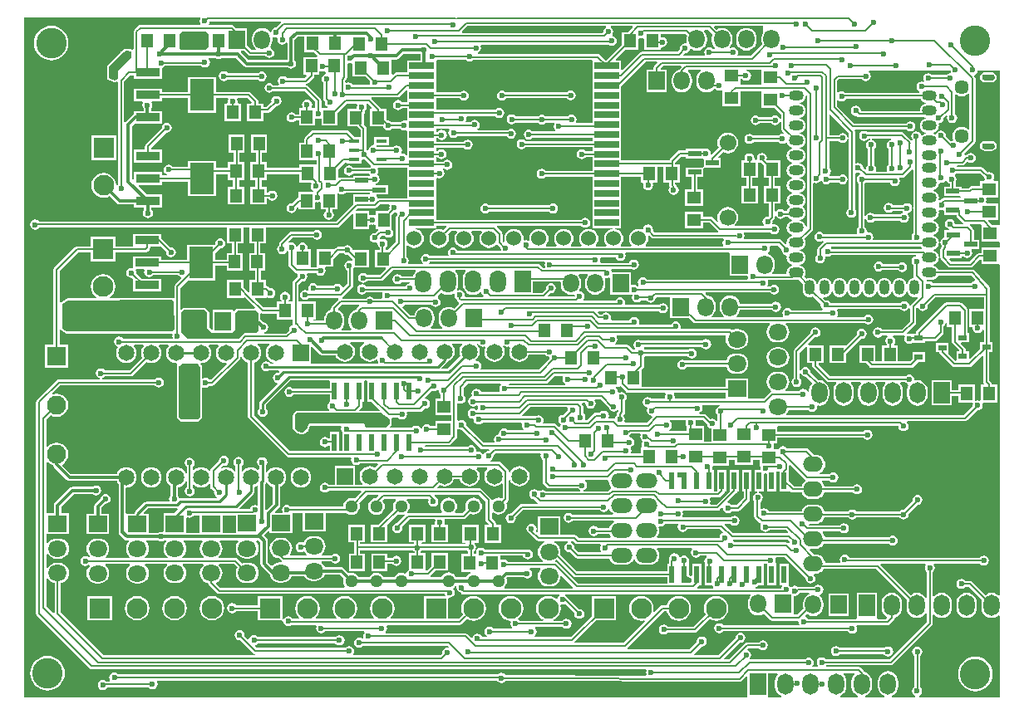
<source format=gbl>
G04*
G04 #@! TF.GenerationSoftware,Altium Limited,Altium Designer,18.1.6 (161)*
G04*
G04 Layer_Physical_Order=2*
G04 Layer_Color=16711680*
%FSTAX24Y24*%
%MOIN*%
G70*
G01*
G75*
%ADD13C,0.0080*%
%ADD23R,0.0500X0.0550*%
%ADD26R,0.0550X0.0500*%
%ADD27O,0.0800X0.0600*%
%ADD34O,0.0400X0.0600*%
%ADD35O,0.0600X0.0400*%
%ADD39R,0.0980X0.1260*%
%ADD40R,0.0980X0.0350*%
%ADD86C,0.0130*%
%ADD87C,0.0120*%
%ADD88C,0.0100*%
%ADD89C,0.0138*%
%ADD91C,0.0827*%
%ADD92R,0.0827X0.0827*%
%ADD93C,0.0570*%
%ADD94C,0.0240*%
%ADD95R,0.0827X0.0827*%
%ADD96O,0.0750X0.0650*%
%ADD97R,0.0750X0.0650*%
%ADD98O,0.0650X0.0750*%
%ADD99R,0.0650X0.0750*%
%ADD100C,0.1220*%
%ADD101C,0.0650*%
%ADD102R,0.0650X0.0650*%
%ADD103C,0.0600*%
%ADD104O,0.0860X0.0600*%
%ADD105C,0.0512*%
%ADD106C,0.0669*%
%ADD107O,0.0650X0.0900*%
%ADD108R,0.0650X0.0900*%
%ADD109O,0.0650X0.0850*%
%ADD110R,0.0650X0.0850*%
%ADD111O,0.0650X0.0850*%
%ADD112R,0.0650X0.0850*%
%ADD113C,0.0768*%
%ADD114R,0.0768X0.0768*%
%ADD115C,0.0236*%
%ADD116C,0.0240*%
%ADD117R,0.0520X0.0220*%
%ADD118R,0.0340X0.0220*%
%ADD119R,0.0445X0.0170*%
%ADD120R,0.1000X0.0256*%
%ADD121R,0.0210X0.0710*%
%ADD122R,0.0210X0.0670*%
%ADD123C,0.0110*%
G36*
X018278Y035086D02*
X018093Y034901D01*
X018087Y034902D01*
X01801Y034887D01*
X017944Y034843D01*
X0179Y034777D01*
X01789Y034725D01*
X017836Y034713D01*
X017809Y034749D01*
X017724Y034814D01*
X017626Y034855D01*
X01752Y034868D01*
X017414Y034855D01*
X017316Y034814D01*
X017231Y034749D01*
X017166Y034664D01*
X017125Y034566D01*
X017112Y03446D01*
Y03436D01*
X017125Y034254D01*
X017166Y034156D01*
X017231Y034071D01*
X017269Y034042D01*
X017252Y033992D01*
X017101D01*
X016915Y034178D01*
Y034865D01*
X016478D01*
X016387Y034957D01*
X016347Y034983D01*
X0163Y034992D01*
X015413D01*
X015386Y035042D01*
X015407Y035073D01*
X015419Y035136D01*
X018257D01*
X018278Y035086D01*
D02*
G37*
G36*
X031309Y034908D02*
X031257Y034873D01*
X031213Y034807D01*
X031198Y03473D01*
X0312Y034721D01*
X031164Y03468D01*
X025548D01*
X025527Y03473D01*
X025754Y034958D01*
X031294D01*
X031309Y034908D01*
D02*
G37*
G36*
X032388Y034911D02*
X032182Y034705D01*
X03193D01*
Y034193D01*
X031301Y033564D01*
X031068Y033797D01*
X031029Y033823D01*
X030982Y033832D01*
X026167D01*
X026162Y033882D01*
X026167Y033883D01*
X026233Y033927D01*
X026277Y033993D01*
X026292Y03407D01*
X026277Y034147D01*
X026266Y034164D01*
X026289Y034208D01*
X031409D01*
X031463Y034171D01*
X03154Y034156D01*
X031617Y034171D01*
X031683Y034215D01*
X031727Y034281D01*
X031742Y034358D01*
X031727Y034435D01*
X031683Y034501D01*
X031617Y034545D01*
X031576Y034553D01*
X031575Y034554D01*
X031557Y034608D01*
X031587Y034653D01*
X031602Y03473D01*
X031587Y034807D01*
X031543Y034873D01*
X031491Y034908D01*
X031506Y034958D01*
X032369D01*
X032388Y034911D01*
D02*
G37*
G36*
X034557Y03458D02*
X034555Y034576D01*
X034542Y03447D01*
Y03437D01*
X034551Y034297D01*
X034508Y034254D01*
X03447Y034262D01*
X034393Y034247D01*
X034327Y034203D01*
X034283Y034137D01*
X034268Y03406D01*
X034276Y034019D01*
X034179Y033922D01*
X03275D01*
X032703Y033913D01*
X032663Y033887D01*
X031967Y03319D01*
X031917Y033211D01*
Y033562D01*
X031711D01*
X031692Y033609D01*
X032078Y033995D01*
X03259D01*
Y034441D01*
X032596Y034444D01*
X03264Y034462D01*
X03271Y034448D01*
X03278Y034462D01*
X032824Y034444D01*
X03283Y034441D01*
Y033995D01*
X03349D01*
Y034079D01*
X033529Y03411D01*
X033565Y034103D01*
X033642Y034118D01*
X033708Y034162D01*
X033752Y034228D01*
X033767Y034305D01*
X033752Y034382D01*
X033708Y034448D01*
X033642Y034492D01*
X033565Y034507D01*
X033529Y0345D01*
X03349Y034531D01*
Y034638D01*
X034499D01*
X034557Y03458D01*
D02*
G37*
G36*
X035585Y034622D02*
X035565Y034576D01*
X035552Y03447D01*
Y03437D01*
X035565Y034264D01*
X035606Y034166D01*
X035671Y034081D01*
X035686Y03407D01*
X03567Y034022D01*
X035607D01*
X035593Y034043D01*
X035527Y034087D01*
X03545Y034102D01*
X035373Y034087D01*
X035307Y034043D01*
X035263Y033977D01*
X035248Y0339D01*
X035263Y033823D01*
X035274Y033806D01*
X035251Y033762D01*
X034431D01*
X034412Y033809D01*
X034463Y03386D01*
X03447Y033858D01*
X034547Y033873D01*
X034613Y033917D01*
X034657Y033983D01*
X034663Y034016D01*
X034718Y034037D01*
X034746Y034016D01*
X034844Y033975D01*
X03495Y033962D01*
X035056Y033975D01*
X035154Y034016D01*
X035239Y034081D01*
X035304Y034166D01*
X035345Y034264D01*
X035358Y03437D01*
Y03447D01*
X035345Y034576D01*
X035304Y034674D01*
X035251Y034743D01*
X035273Y034793D01*
X035414D01*
X035585Y034622D01*
D02*
G37*
G36*
X015355Y03464D02*
Y0341D01*
X015245Y03399D01*
X014375Y03399D01*
X01425D01*
X014195Y0341D01*
Y034615D01*
X0143Y034735D01*
X015244D01*
X015355Y03464D01*
D02*
G37*
G36*
X03761Y034692D02*
X037596Y034674D01*
X037555Y034576D01*
X037542Y03447D01*
Y03437D01*
X037555Y034264D01*
X037575Y034218D01*
X037119Y033762D01*
X036609D01*
X036586Y033806D01*
X036597Y033823D01*
X036612Y0339D01*
X036597Y033977D01*
X036553Y034043D01*
X036487Y034087D01*
X03641Y034102D01*
X036333Y034087D01*
X036299Y034064D01*
X036264Y034101D01*
X036314Y034166D01*
X036355Y034264D01*
X036368Y03437D01*
Y03447D01*
X036355Y034576D01*
X036314Y034674D01*
X036249Y034759D01*
X036164Y034824D01*
X036066Y034865D01*
X03596Y034878D01*
X035854Y034865D01*
X035756Y034824D01*
X035741Y034812D01*
X035647Y034906D01*
X035666Y034953D01*
X03761D01*
Y034692D01*
D02*
G37*
G36*
X01801Y034513D02*
X018087Y034498D01*
X01809Y034499D01*
X018132Y034456D01*
X018123Y03441D01*
X018138Y034333D01*
X018182Y034267D01*
X018248Y034223D01*
X018325Y034208D01*
X018402Y034223D01*
X018468Y034267D01*
X018477Y034281D01*
X018527Y034266D01*
Y033583D01*
X018527Y033583D01*
X018527Y033583D01*
X016979D01*
X016657Y033905D01*
X016678Y033955D01*
X016792D01*
X016963Y033783D01*
X017003Y033757D01*
X01705Y033748D01*
X017653D01*
X017667Y033727D01*
X017733Y033683D01*
X01781Y033668D01*
X017887Y033683D01*
X017953Y033727D01*
X017997Y033793D01*
X018012Y03387D01*
X017997Y033947D01*
X017953Y034013D01*
X017887Y034057D01*
X017864Y034061D01*
X017844Y034116D01*
X017874Y034156D01*
X017915Y034254D01*
X017929Y03436D01*
Y03446D01*
X017922Y034512D01*
X017968Y034541D01*
X01801Y034513D01*
D02*
G37*
G36*
X045133Y033123D02*
X045152Y033095D01*
X045122Y03305D01*
X04511Y033052D01*
X045033Y033037D01*
X044967Y032993D01*
X04496Y032982D01*
X044387D01*
X044373Y033003D01*
X044307Y033047D01*
X04423Y033062D01*
X044153Y033047D01*
X044087Y033003D01*
X044043Y032937D01*
X044028Y03286D01*
X044043Y032783D01*
X044068Y032747D01*
X044044Y032716D01*
X044034Y032707D01*
X04396Y032722D01*
X043883Y032707D01*
X043817Y032663D01*
X043773Y032597D01*
X043758Y03252D01*
X043773Y032443D01*
X043817Y032377D01*
X043866Y032344D01*
X043883Y032293D01*
X043884Y032282D01*
X043876Y032271D01*
X040905D01*
X040903Y032273D01*
X040838Y032317D01*
X04076Y032332D01*
X040683Y032317D01*
X04063Y032282D01*
X04058Y032301D01*
Y032757D01*
X040641Y032818D01*
X041573D01*
X041587Y032797D01*
X041653Y032753D01*
X04173Y032738D01*
X041807Y032753D01*
X041873Y032797D01*
X041917Y032863D01*
X041932Y03294D01*
X041917Y033017D01*
X041873Y033083D01*
X04184Y033105D01*
X041855Y033155D01*
X045127D01*
X045133Y033123D01*
D02*
G37*
G36*
X023857Y033562D02*
X02334D01*
Y033083D01*
X022891D01*
X022844Y033074D01*
X022804Y033047D01*
X022756Y032999D01*
X02271Y033018D01*
Y033607D01*
X0229D01*
X022957Y033618D01*
X023005Y03365D01*
X023201Y033847D01*
X023857D01*
Y033562D01*
D02*
G37*
G36*
X015054Y035257D02*
X015033Y035227D01*
X015018Y03515D01*
X015033Y035073D01*
X015054Y035042D01*
X015027Y034992D01*
X01263D01*
X012583Y034983D01*
X012543Y034957D01*
X012397Y03481D01*
X01237Y03477D01*
X012361Y034723D01*
Y034023D01*
X012359Y034021D01*
X01235Y034014D01*
X012318Y034002D01*
X012311Y034001D01*
X012303Y034007D01*
X0123Y034008D01*
X012296Y03401D01*
X012284Y034013D01*
X012273Y034016D01*
X012139Y034029D01*
X012125Y034032D01*
X01212Y034031D01*
X012068Y034036D01*
X012056Y034035D01*
X012045Y034035D01*
X01204Y034033D01*
X012036Y034033D01*
X012026Y034028D01*
X012015Y034023D01*
X011858Y033921D01*
X011852Y033915D01*
X011845Y03391D01*
X011327Y033393D01*
X01131Y033366D01*
X011303Y033335D01*
X011303Y033335D01*
Y032865D01*
X011306Y03285D01*
X011309Y032835D01*
X011309Y032835D01*
X01131Y032834D01*
X011318Y032821D01*
X011326Y032809D01*
X011327Y032808D01*
X011327Y032807D01*
X01134Y032799D01*
X011352Y03279D01*
X011506Y032723D01*
X011513Y032718D01*
X011519Y032717D01*
X011557Y0327D01*
X011559Y0327D01*
X011561Y032699D01*
X011575Y032696D01*
X011588Y032693D01*
X01159Y032694D01*
X011593Y032693D01*
X011606Y032697D01*
X01162Y032699D01*
X011621Y0327D01*
X011624Y032701D01*
X011659Y032717D01*
X011667Y032718D01*
X011677Y032725D01*
X011701Y032735D01*
X011743Y032708D01*
Y028584D01*
X011713Y02856D01*
X011664Y028578D01*
X011649Y028689D01*
X0116Y028809D01*
X01152Y028912D01*
X011417Y028991D01*
X011297Y029041D01*
X011169Y029058D01*
X01104Y029041D01*
X01092Y028991D01*
X010817Y028912D01*
X010738Y028809D01*
X010688Y028689D01*
X010671Y02856D01*
X010688Y028431D01*
X010738Y028311D01*
X010817Y028208D01*
X01092Y028129D01*
X01104Y028079D01*
X011169Y028062D01*
X011297Y028079D01*
X011406Y028124D01*
X011705Y027825D01*
X011753Y027793D01*
X01181Y027782D01*
X012365D01*
Y027673D01*
X012787D01*
Y027578D01*
X012748Y02752D01*
X012733Y027442D01*
X012748Y027365D01*
X012792Y0273D01*
X012858Y027256D01*
X012935Y02724D01*
X013012Y027256D01*
X013078Y0273D01*
X013122Y027365D01*
X013137Y027442D01*
X013122Y02752D01*
X013083Y027578D01*
Y027673D01*
X013505D01*
Y028183D01*
X012889D01*
X012544Y028529D01*
X012563Y028575D01*
X013505D01*
Y028708D01*
X014535D01*
Y02812D01*
X015675D01*
Y029008D01*
X01615D01*
Y028775D01*
X016348D01*
Y028495D01*
X01614D01*
Y027785D01*
X0168D01*
Y028495D01*
X016592D01*
Y028775D01*
X01681D01*
Y029485D01*
X016612D01*
Y029875D01*
X01682D01*
Y030585D01*
X01616D01*
Y029875D01*
X016368D01*
Y029485D01*
X01615D01*
Y029252D01*
X015675D01*
Y02954D01*
X014535D01*
Y029312D01*
X013927D01*
X013913Y029333D01*
X013847Y029377D01*
X01377Y029392D01*
X013693Y029377D01*
X013627Y029333D01*
X013583Y029267D01*
X013568Y02919D01*
X013583Y029113D01*
X013627Y029047D01*
X013693Y029003D01*
X013698Y029002D01*
X013693Y028952D01*
X013505D01*
Y029085D01*
X012365D01*
Y02881D01*
X012315Y028785D01*
X012298Y028798D01*
Y030939D01*
X012392Y031033D01*
X013495D01*
Y031543D01*
X013058D01*
Y031645D01*
X013097Y031703D01*
X013112Y03178D01*
X013097Y031857D01*
X013078Y031885D01*
X013105Y031935D01*
X013495D01*
Y032068D01*
X014525D01*
Y03148D01*
X015665D01*
Y032068D01*
X01613D01*
X016157Y032018D01*
X016143Y031997D01*
X016128Y03192D01*
X016135Y031884D01*
X016104Y031845D01*
X01601D01*
Y031135D01*
X01667D01*
Y031845D01*
X016556D01*
X016525Y031884D01*
X016532Y03192D01*
X016517Y031997D01*
X016503Y032018D01*
X01653Y032068D01*
X016934D01*
X017107Y031895D01*
X017086Y031845D01*
X01691D01*
Y031135D01*
X01757D01*
Y031468D01*
X01774D01*
X017787Y031477D01*
X017827Y031503D01*
X018066Y031743D01*
X01809Y031738D01*
X018167Y031753D01*
X018233Y031797D01*
X018277Y031863D01*
X018292Y03194D01*
X018277Y032017D01*
X018233Y032083D01*
X018167Y032127D01*
X01809Y032142D01*
X018013Y032127D01*
X017947Y032083D01*
X017903Y032017D01*
X017888Y03194D01*
X017893Y031916D01*
X017689Y031712D01*
X01757D01*
Y031845D01*
X017372D01*
Y031925D01*
X017363Y031972D01*
X017337Y032012D01*
X017072Y032277D01*
X017032Y032303D01*
X016985Y032312D01*
X015665D01*
Y0329D01*
X014525D01*
Y032312D01*
X013495D01*
Y032445D01*
X012355D01*
Y031935D01*
X012715D01*
X012742Y031885D01*
X012723Y031857D01*
X012708Y03178D01*
X012723Y031703D01*
X012762Y031645D01*
Y031543D01*
X012355D01*
Y031407D01*
X012334Y031393D01*
X012045Y031105D01*
X012037Y031092D01*
X011987Y031108D01*
Y032724D01*
X012237Y032974D01*
X012355D01*
Y032837D01*
X013495D01*
Y033276D01*
X013532Y033283D01*
X013598Y033327D01*
X013612Y033348D01*
X015077D01*
X015077Y033347D01*
X015143Y033303D01*
X01522Y033288D01*
X015297Y033303D01*
X015363Y033347D01*
X015407Y033413D01*
X015422Y03349D01*
X015407Y033567D01*
X015367Y033627D01*
X015373Y033652D01*
X015386Y033677D01*
X015627D01*
X015627Y033677D01*
X015693Y033633D01*
X01577Y033618D01*
X015847Y033633D01*
X015913Y033677D01*
X015913Y033677D01*
X016481D01*
X016819Y033339D01*
X016819Y033339D01*
X016865Y033308D01*
X01692Y033297D01*
X01692Y033297D01*
X018527D01*
X018527Y033297D01*
X018593Y033253D01*
X01867Y033238D01*
X018747Y033253D01*
X018813Y033297D01*
X018857Y033363D01*
X018872Y03344D01*
X018857Y033517D01*
X018813Y033583D01*
X018813Y033583D01*
Y034391D01*
X018959Y034537D01*
X01922D01*
Y033905D01*
X019582D01*
X019732Y033755D01*
X019717Y03371D01*
X019714Y033705D01*
X01916D01*
Y032995D01*
X019287D01*
X019306Y032949D01*
X019219Y032862D01*
X018507D01*
X018493Y032883D01*
X018427Y032927D01*
X01835Y032942D01*
X018273Y032927D01*
X018207Y032883D01*
X018163Y032817D01*
X018148Y03274D01*
X018163Y032663D01*
X01819Y032622D01*
X018164Y032572D01*
X01798D01*
X017953Y032613D01*
X017887Y032657D01*
X01781Y032672D01*
X017733Y032657D01*
X017667Y032613D01*
X017623Y032547D01*
X017608Y03247D01*
X017623Y032393D01*
X017667Y032327D01*
X017733Y032283D01*
X01781Y032268D01*
X017887Y032283D01*
X017953Y032327D01*
X017953Y032328D01*
X019229D01*
X019648Y031909D01*
Y031665D01*
X019521D01*
X019498Y031709D01*
X019507Y031723D01*
X019522Y0318D01*
X019507Y031877D01*
X019463Y031943D01*
X019397Y031987D01*
X01932Y032002D01*
X019243Y031987D01*
X019177Y031943D01*
X019133Y031877D01*
X019118Y0318D01*
X019133Y031723D01*
X019142Y031709D01*
X019119Y031665D01*
X01899D01*
Y031407D01*
X018861D01*
X018848Y031428D01*
X018782Y031471D01*
X018705Y031487D01*
X018627Y031471D01*
X018562Y031428D01*
X018518Y031362D01*
X018503Y031285D01*
X018518Y031207D01*
X018562Y031142D01*
X018627Y031098D01*
X018705Y031083D01*
X018782Y031098D01*
X018848Y031142D01*
X018861Y031162D01*
X01899D01*
Y030955D01*
X01965D01*
Y031221D01*
X019656Y031224D01*
X0197Y031242D01*
X01977Y031228D01*
X01984Y031242D01*
X019884Y031224D01*
X01989Y031221D01*
Y030955D01*
X02055D01*
Y031467D01*
X020911Y031828D01*
X021304D01*
X021328Y031784D01*
X021323Y031777D01*
X021308Y0317D01*
X021315Y031664D01*
X021284Y031625D01*
X02093D01*
Y030915D01*
X021332D01*
X021458Y030789D01*
Y030509D01*
X021221D01*
X021003Y030727D01*
X020963Y030753D01*
X020917Y030762D01*
X01957D01*
X019523Y030753D01*
X019483Y030727D01*
X019233Y030477D01*
X019207Y030437D01*
X019198Y03039D01*
Y030275D01*
X01899D01*
Y029565D01*
X01965D01*
Y029565D01*
X019698Y029559D01*
Y029415D01*
X01966Y029385D01*
X019D01*
Y029252D01*
X01771D01*
Y029485D01*
X017512D01*
Y029875D01*
X01772D01*
Y030585D01*
X01706D01*
Y029875D01*
X017268D01*
Y029485D01*
X01705D01*
Y028775D01*
X017248D01*
Y028495D01*
X01704D01*
Y027785D01*
X0177D01*
Y028018D01*
X017773D01*
X017787Y027997D01*
X017853Y027953D01*
X01793Y027938D01*
X018007Y027953D01*
X018073Y027997D01*
X018117Y028063D01*
X018132Y02814D01*
X018117Y028217D01*
X018073Y028283D01*
X018007Y028327D01*
X01793Y028342D01*
X017853Y028327D01*
X017787Y028283D01*
X017773Y028262D01*
X0177D01*
Y028495D01*
X017492D01*
Y028775D01*
X01771D01*
Y029008D01*
X019D01*
Y028675D01*
X019465D01*
X019492Y028625D01*
X019473Y028597D01*
X019458Y02852D01*
X019473Y028443D01*
X019517Y028377D01*
X019565Y028345D01*
X01955Y028295D01*
X01897D01*
Y028057D01*
X018952Y028053D01*
X018913Y028027D01*
X018723Y027837D01*
X018699Y027842D01*
X018622Y027827D01*
X018556Y027783D01*
X018513Y027717D01*
X018497Y02764D01*
X018513Y027563D01*
X018556Y027497D01*
X018622Y027453D01*
X018699Y027438D01*
X018776Y027453D01*
X018842Y027497D01*
X018886Y027563D01*
X018901Y02764D01*
X018899Y027651D01*
X01892Y02767D01*
X01897Y027648D01*
Y027585D01*
X01963D01*
Y027871D01*
X019636Y027874D01*
X01968Y027892D01*
X01975Y027878D01*
X01982Y027892D01*
X019864Y027874D01*
X01987Y027871D01*
Y027585D01*
X020078D01*
Y027533D01*
X020047Y027513D01*
X020003Y027447D01*
X019988Y02737D01*
X020003Y027293D01*
X020047Y027227D01*
X020113Y027183D01*
X02019Y027168D01*
X020267Y027183D01*
X020333Y027227D01*
X020377Y027293D01*
X020392Y02737D01*
X020377Y027447D01*
X020333Y027513D01*
X020322Y02752D01*
Y027585D01*
X02053D01*
Y028216D01*
X020537Y028222D01*
X02058Y028239D01*
X020633Y028203D01*
X02071Y028188D01*
X020787Y028203D01*
X020853Y028247D01*
X020856Y028253D01*
X021831D01*
X021838Y02824D01*
X021808Y02819D01*
X02117D01*
Y02781D01*
X02117Y02781D01*
X02117D01*
X021141Y027774D01*
X02048Y027113D01*
X008569D01*
X008563Y027123D01*
X008497Y027167D01*
X00842Y027182D01*
X008343Y027167D01*
X008277Y027123D01*
X008233Y027057D01*
X008218Y02698D01*
X008233Y026903D01*
X008277Y026837D01*
X008343Y026793D01*
X00842Y026778D01*
X008497Y026793D01*
X008563Y026837D01*
X008584Y026868D01*
X0161D01*
Y026215D01*
X016308D01*
Y025845D01*
X01609D01*
Y025572D01*
X015645D01*
Y025847D01*
X015828Y02603D01*
X01584Y026028D01*
X015917Y026043D01*
X015983Y026087D01*
X016027Y026153D01*
X016042Y02623D01*
X016027Y026307D01*
X015983Y026373D01*
X015917Y026417D01*
X01584Y026432D01*
X015763Y026417D01*
X015697Y026373D01*
X015653Y026307D01*
X015638Y02623D01*
X015645Y026193D01*
X015612Y02616D01*
X014505D01*
Y025572D01*
X013475D01*
Y025705D01*
X012335D01*
Y025268D01*
X012296Y025237D01*
X01227Y025242D01*
X012193Y025227D01*
X012127Y025183D01*
X012083Y025117D01*
X012068Y02504D01*
X012083Y024963D01*
X012127Y024897D01*
X012193Y024853D01*
X01227Y024838D01*
X012294Y024843D01*
X012335Y024802D01*
Y024293D01*
X013475D01*
Y024803D01*
X01268D01*
X012467Y025016D01*
X012472Y02504D01*
X012457Y025117D01*
X012438Y025145D01*
X012465Y025195D01*
X012778D01*
X012804Y025154D01*
X012803Y025145D01*
X012788Y02507D01*
X012803Y024993D01*
X012847Y024927D01*
X012913Y024883D01*
X01299Y024868D01*
X013067Y024883D01*
X013133Y024927D01*
X013147Y024948D01*
X014143D01*
X014157Y024927D01*
X014223Y024883D01*
X014258Y024876D01*
X014274Y024822D01*
X014028Y024576D01*
X014002Y024536D01*
X013992Y02449D01*
Y024049D01*
X013984Y02404D01*
X013942Y024019D01*
X013897Y024038D01*
X013881Y02404D01*
X013866Y024043D01*
X011432Y024029D01*
X011415Y024079D01*
X011492Y024138D01*
X011571Y024241D01*
X011621Y024361D01*
X011638Y02449D01*
X011621Y024619D01*
X011571Y024739D01*
X011492Y024842D01*
X011389Y024921D01*
X011269Y024971D01*
X01114Y024988D01*
X011011Y024971D01*
X010891Y024921D01*
X010788Y024842D01*
X010709Y024739D01*
X010659Y024619D01*
X010642Y02449D01*
X010659Y024361D01*
X010709Y024241D01*
X010788Y024138D01*
X01087Y024076D01*
X010853Y024025D01*
X009721Y024019D01*
X009715Y024017D01*
X009708Y024018D01*
X009699Y024014D01*
X00969Y024012D01*
X009684Y024009D01*
X009678Y024006D01*
X009462Y023871D01*
X009455Y023865D01*
X009447Y02386D01*
X009443Y023854D01*
X009442Y023853D01*
X009424Y023855D01*
X009392Y023869D01*
Y025119D01*
X010141Y025868D01*
X010647D01*
Y025497D01*
X011633D01*
Y025868D01*
X01284D01*
X012887Y025877D01*
X012927Y025903D01*
X012992Y025968D01*
X013018Y026008D01*
X013027Y026055D01*
Y026097D01*
X01346D01*
X013663Y025894D01*
X013658Y02587D01*
X013673Y025793D01*
X013717Y025727D01*
X013783Y025683D01*
X01386Y025668D01*
X013937Y025683D01*
X014003Y025727D01*
X014047Y025793D01*
X014062Y02587D01*
X014047Y025947D01*
X014003Y026013D01*
X013937Y026057D01*
X01386Y026072D01*
X013836Y026067D01*
X013475Y026428D01*
Y026607D01*
X012335D01*
Y026112D01*
X011633D01*
Y026483D01*
X010647D01*
Y026112D01*
X01009D01*
X010043Y026103D01*
X010003Y026077D01*
X009183Y025257D01*
X009157Y025217D01*
X009148Y02517D01*
Y022161D01*
X008806D01*
Y021233D01*
X009734D01*
Y022161D01*
X009392D01*
Y022738D01*
X00942Y02275D01*
X009442Y022754D01*
X009443Y022753D01*
X009447Y022747D01*
X009454Y022742D01*
X00946Y022736D01*
X009633Y022623D01*
X00964Y02262D01*
X009646Y022616D01*
X009654Y022614D01*
X009662Y022611D01*
X00967Y022611D01*
X009677Y02261D01*
X013885D01*
X013886Y022609D01*
X013922Y02256D01*
X013913Y022513D01*
X013926Y022447D01*
X013898Y022397D01*
X01194D01*
X011923Y022423D01*
X011857Y022467D01*
X01178Y022482D01*
X011703Y022467D01*
X011637Y022423D01*
X011593Y022357D01*
X011578Y02228D01*
X011593Y022203D01*
X011637Y022137D01*
X0117Y022095D01*
X01171Y022086D01*
X011725Y022046D01*
X011716Y022034D01*
X011676Y021936D01*
X011662Y02183D01*
X011676Y021724D01*
X011716Y021626D01*
X011781Y021541D01*
X011866Y021476D01*
X011964Y021436D01*
X01207Y021422D01*
X012176Y021436D01*
X012274Y021476D01*
X012359Y021541D01*
X012424Y021626D01*
X012464Y021724D01*
X012478Y02183D01*
X012464Y021936D01*
X012424Y022034D01*
X012371Y022102D01*
X012393Y022152D01*
X012747D01*
X012769Y022102D01*
X012716Y022034D01*
X012676Y021936D01*
X012662Y02183D01*
X012676Y021724D01*
X012709Y021643D01*
X012199Y021132D01*
X011207D01*
X011193Y021153D01*
X011127Y021197D01*
X01105Y021212D01*
X010973Y021197D01*
X010907Y021153D01*
X010863Y021087D01*
X010848Y02101D01*
X010863Y020933D01*
X010907Y020867D01*
X010973Y020823D01*
X011002Y020817D01*
X010997Y020767D01*
X009355D01*
X009308Y020758D01*
X009269Y020732D01*
X008483Y019947D01*
X008457Y019907D01*
X008448Y01986D01*
Y01136D01*
X008457Y011313D01*
X008483Y011273D01*
X010593Y009164D01*
X010633Y009137D01*
X01068Y009128D01*
X010984D01*
X010986Y009128D01*
X024843D01*
X024844Y009128D01*
X032899D01*
X032926Y009078D01*
X032913Y009012D01*
X032929Y008935D01*
X032937Y008922D01*
X032913Y008878D01*
X027277Y008902D01*
X027263Y008923D01*
X027197Y008967D01*
X02712Y008982D01*
X027043Y008967D01*
X026977Y008923D01*
X026977Y008922D01*
X011747D01*
X011733Y008943D01*
X011667Y008987D01*
X01159Y009002D01*
X011513Y008987D01*
X011447Y008943D01*
X011403Y008877D01*
X011388Y0088D01*
X011403Y008723D01*
X01142Y008697D01*
X011394Y008647D01*
X011266D01*
X011207Y008687D01*
X01113Y008702D01*
X011053Y008687D01*
X010987Y008643D01*
X010943Y008577D01*
X010928Y0085D01*
X010943Y008423D01*
X010987Y008357D01*
X011053Y008313D01*
X01113Y008298D01*
X011207Y008313D01*
X011273Y008357D01*
X011303Y008403D01*
X012963D01*
X012977Y008382D01*
X013043Y008338D01*
X01312Y008323D01*
X013197Y008338D01*
X013263Y008382D01*
X013307Y008448D01*
X013322Y008525D01*
X013307Y008602D01*
X01329Y008628D01*
X013316Y008678D01*
X02695D01*
X026977Y008637D01*
X027043Y008593D01*
X02712Y008578D01*
X027197Y008593D01*
X027263Y008637D01*
X027276Y008657D01*
X036656Y008618D01*
X036656Y008618D01*
X036656Y008618D01*
X036679Y008622D01*
X036702Y008627D01*
X036703Y008627D01*
X036703Y008627D01*
X036723Y00864D01*
X036742Y008653D01*
X036742Y008653D01*
X036743Y008653D01*
X036939Y00885D01*
X036985Y00883D01*
Y008035D01*
X036944Y008013D01*
X007983D01*
Y035307D01*
X015027D01*
X015054Y035257D01*
D02*
G37*
G36*
X012265Y033935D02*
Y033895D01*
Y033885D01*
Y033708D01*
X011745Y03313D01*
Y032845D01*
X01159Y032775D01*
X011385Y032865D01*
Y033335D01*
X011902Y033852D01*
X01206Y033955D01*
X012265Y033935D01*
D02*
G37*
G36*
X037545Y032591D02*
X036733D01*
X036695Y03262D01*
Y032828D01*
X036763D01*
X036777Y032807D01*
X036843Y032763D01*
X03692Y032748D01*
X036997Y032763D01*
X037063Y032807D01*
X037107Y032873D01*
X037122Y03295D01*
X037107Y033027D01*
X037063Y033093D01*
X036997Y033137D01*
X036942Y033148D01*
X036947Y033198D01*
X037545D01*
Y032591D01*
D02*
G37*
G36*
X020974Y033463D02*
X02105Y033448D01*
X0211Y033458D01*
X02115Y033423D01*
Y032915D01*
X021662D01*
X021843Y032734D01*
X021838Y03271D01*
X021853Y032634D01*
X021854Y032625D01*
X021827Y032584D01*
X021155D01*
X021123Y032633D01*
X021057Y032677D01*
X02098Y032692D01*
X020904Y032677D01*
X020895Y032676D01*
X020854Y032703D01*
Y032761D01*
X020888Y032795D01*
X020915Y032835D01*
X020924Y032882D01*
Y033437D01*
X020965Y033464D01*
X020974Y033463D01*
D02*
G37*
G36*
X045878Y032219D02*
Y030816D01*
X045828Y030801D01*
X045761Y030852D01*
X045672Y030889D01*
X045577Y030902D01*
X045482Y030889D01*
X045393Y030852D01*
X045317Y030794D01*
X045258Y030717D01*
X045221Y030629D01*
X045209Y030533D01*
X045221Y030438D01*
X045237Y0304D01*
X045207Y030343D01*
X045173Y030337D01*
X045146Y030319D01*
X044937Y030528D01*
X044941Y030553D01*
X044926Y03063D01*
X044882Y030695D01*
X044817Y030739D01*
X044739Y030755D01*
X044662Y030739D01*
X044597Y030695D01*
X044554Y030631D01*
X04455Y030627D01*
X044497Y030604D01*
X044453Y030622D01*
X044438Y030624D01*
Y030674D01*
X044453Y030676D01*
X044521Y030704D01*
X04458Y030749D01*
X044625Y030808D01*
X044653Y030876D01*
X044662Y030949D01*
X044655Y031002D01*
X044653Y031022D01*
X044693Y031056D01*
X044727Y031063D01*
X044793Y031107D01*
X044837Y031173D01*
X044852Y03125D01*
X04485Y031259D01*
X044968Y031377D01*
X045007Y031345D01*
X045002Y031337D01*
X044986Y03126D01*
X045002Y031183D01*
X045045Y031117D01*
X045111Y031073D01*
X045188Y031058D01*
X045265Y031073D01*
X045331Y031117D01*
X045375Y031183D01*
X04539Y03126D01*
X045375Y031337D01*
X045331Y031403D01*
X04531Y031417D01*
Y032183D01*
X04536Y032208D01*
X045393Y032183D01*
X045482Y032146D01*
X045577Y032134D01*
X045672Y032146D01*
X045761Y032183D01*
X045828Y032234D01*
X045878Y032219D01*
D02*
G37*
G36*
X025697Y033587D02*
X025763Y033543D01*
X02584Y033528D01*
X025917Y033543D01*
X025983Y033587D01*
X025983Y033588D01*
X030718D01*
X030757Y033562D01*
Y033146D01*
Y032753D01*
Y032359D01*
Y031965D01*
Y031572D01*
Y031049D01*
X030128D01*
X030101Y031099D01*
X030117Y031123D01*
X030132Y0312D01*
X030117Y031277D01*
X030073Y031343D01*
X030007Y031387D01*
X02993Y031402D01*
X029853Y031387D01*
X029787Y031343D01*
X029773Y031322D01*
X028892D01*
X028878Y031343D01*
X028812Y031387D01*
X028735Y031402D01*
X028658Y031387D01*
X028592Y031343D01*
X028578Y031322D01*
X027688D01*
X027668Y031353D01*
X027602Y031397D01*
X027525Y031412D01*
X027448Y031397D01*
X027382Y031353D01*
X027338Y031287D01*
X027323Y03121D01*
X027338Y031133D01*
X027382Y031067D01*
X027448Y031023D01*
X027525Y031008D01*
X027602Y031023D01*
X027668Y031067D01*
X027675Y031078D01*
X028578D01*
X028592Y031057D01*
X028658Y031013D01*
X028735Y030998D01*
X028812Y031013D01*
X028878Y031057D01*
X028892Y031078D01*
X029225D01*
X029252Y031028D01*
X029228Y030992D01*
X029213Y030915D01*
X029228Y030838D01*
X029272Y030772D01*
X029274Y030771D01*
X029259Y030721D01*
X028367D01*
X028353Y030741D01*
X028287Y030785D01*
X02821Y0308D01*
X028133Y030785D01*
X028067Y030741D01*
X028023Y030676D01*
X028008Y030598D01*
X028023Y030521D01*
X028067Y030456D01*
X028133Y030412D01*
X02821Y030397D01*
X028287Y030412D01*
X028353Y030456D01*
X028367Y030476D01*
X030757D01*
Y030327D01*
X02809D01*
X028073Y030353D01*
X028007Y030397D01*
X02793Y030412D01*
X027853Y030397D01*
X027787Y030353D01*
X027743Y030287D01*
X027728Y03021D01*
X027743Y030133D01*
X027787Y030067D01*
X027853Y030023D01*
X02793Y030008D01*
X028007Y030023D01*
X028073Y030067D01*
X028083Y030082D01*
X030757D01*
Y029933D01*
X030497D01*
X030483Y029954D01*
X030417Y029998D01*
X03034Y030013D01*
X030263Y029998D01*
X030197Y029954D01*
X030153Y029888D01*
X030138Y029811D01*
X030153Y029734D01*
X030197Y029668D01*
X030263Y029624D01*
X03034Y029609D01*
X030417Y029624D01*
X030483Y029668D01*
X030497Y029689D01*
X030757D01*
Y029146D01*
X028883D01*
X028869Y029167D01*
X028804Y02921D01*
X028726Y029226D01*
X028649Y02921D01*
X028583Y029167D01*
X02854Y029101D01*
X028524Y029024D01*
X02854Y028946D01*
X028583Y028881D01*
X028649Y028837D01*
X028726Y028822D01*
X028804Y028837D01*
X028869Y028881D01*
X028883Y028901D01*
X030757D01*
Y028422D01*
Y028028D01*
Y027635D01*
Y027241D01*
Y026847D01*
X031571D01*
X031574Y026797D01*
X031521Y02679D01*
X031428Y026752D01*
X031349Y026691D01*
X031288Y026612D01*
X03125Y026519D01*
X031237Y02642D01*
X03125Y026321D01*
X031288Y026228D01*
X031339Y026162D01*
X03132Y026112D01*
X03092D01*
X030901Y026162D01*
X030952Y026228D01*
X03099Y026321D01*
X031003Y02642D01*
X03099Y026519D01*
X030952Y026612D01*
X030891Y026691D01*
X030812Y026752D01*
X030719Y02679D01*
X03062Y026803D01*
X030521Y02679D01*
X030428Y026752D01*
X030349Y026691D01*
X030288Y026612D01*
X03025Y026519D01*
X030237Y02642D01*
X03025Y026321D01*
X030288Y026228D01*
X030339Y026162D01*
X03032Y026112D01*
X02992D01*
X029901Y026162D01*
X029952Y026228D01*
X02999Y026321D01*
X030003Y02642D01*
X02999Y026519D01*
X029952Y026612D01*
X029891Y026691D01*
X029812Y026752D01*
X029719Y02679D01*
X02962Y026803D01*
X029521Y02679D01*
X029428Y026752D01*
X029349Y026691D01*
X029288Y026612D01*
X02925Y026519D01*
X029237Y02642D01*
X02925Y026321D01*
X029288Y026228D01*
X029339Y026162D01*
X02932Y026112D01*
X02892D01*
X028901Y026162D01*
X028952Y026228D01*
X02899Y026321D01*
X029003Y02642D01*
X02899Y026519D01*
X028952Y026612D01*
X028891Y026691D01*
X028812Y026752D01*
X028719Y02679D01*
X02862Y026803D01*
X028521Y02679D01*
X028428Y026752D01*
X028349Y026691D01*
X028288Y026612D01*
X02825Y026519D01*
X028237Y02642D01*
X028247Y026344D01*
X0282Y026315D01*
X028167Y026337D01*
X02809Y026352D01*
X028044Y026343D01*
X027998Y026383D01*
X028003Y02642D01*
X02799Y026519D01*
X027952Y026612D01*
X027891Y026691D01*
X027812Y026752D01*
X027719Y02679D01*
X02762Y026803D01*
X027521Y02679D01*
X027428Y026752D01*
X027349Y026691D01*
X027288Y026612D01*
X02725Y026519D01*
X027237Y02642D01*
X02725Y026321D01*
X027216Y026272D01*
X027199Y026269D01*
X027162Y026303D01*
Y026594D01*
X027153Y026641D01*
X027127Y02668D01*
X026924Y026883D01*
X026945Y026933D01*
X03031D01*
X030327Y026907D01*
X030393Y026863D01*
X03047Y026848D01*
X030547Y026863D01*
X030613Y026907D01*
X030657Y026973D01*
X030672Y02705D01*
X030657Y027127D01*
X030613Y027193D01*
X030547Y027237D01*
X03047Y027252D01*
X030393Y027237D01*
X030327Y027193D01*
X030317Y027178D01*
X0245D01*
Y027635D01*
Y028028D01*
Y028422D01*
Y028836D01*
X024544Y028859D01*
X024553Y028853D01*
X02463Y028838D01*
X024707Y028853D01*
X024773Y028897D01*
X024817Y028963D01*
X024832Y02904D01*
X024817Y029117D01*
X024773Y029183D01*
X024768Y029186D01*
X02478Y029238D01*
X024794Y02924D01*
X024795Y029239D01*
X024861Y029195D01*
X024938Y02918D01*
X025015Y029195D01*
X025081Y029239D01*
X025125Y029305D01*
X02514Y029382D01*
X025125Y029459D01*
X025081Y029525D01*
X025015Y029569D01*
X024938Y029584D01*
X024861Y029569D01*
X024795Y029525D01*
X024782Y029504D01*
X0245D01*
Y029689D01*
X024552D01*
X024566Y029668D01*
X024632Y029624D01*
X024709Y029609D01*
X024786Y029624D01*
X024852Y029668D01*
X024896Y029734D01*
X024911Y029811D01*
X024896Y029888D01*
X024852Y029954D01*
X024786Y029998D01*
X024709Y030013D01*
X024632Y029998D01*
X024566Y029954D01*
X024552Y029933D01*
X0245D01*
Y030069D01*
X025603D01*
X025617Y030048D01*
X025683Y030004D01*
X02576Y029989D01*
X025837Y030004D01*
X025903Y030048D01*
X025947Y030114D01*
X025962Y030191D01*
X025947Y030268D01*
X025903Y030334D01*
X025837Y030378D01*
X02576Y030393D01*
X025683Y030378D01*
X025617Y030334D01*
X025603Y030313D01*
X0245D01*
Y030458D01*
X024563D01*
X024577Y030437D01*
X024643Y030393D01*
X02472Y030378D01*
X024797Y030393D01*
X024863Y030437D01*
X024907Y030503D01*
X024922Y03058D01*
X024907Y030657D01*
X024863Y030723D01*
X024797Y030767D01*
X02472Y030782D01*
X024643Y030767D01*
X024577Y030723D01*
X024563Y030702D01*
X0245D01*
Y03084D01*
X025019D01*
X025038Y03079D01*
X025003Y030737D01*
X024988Y03066D01*
X025003Y030583D01*
X025047Y030517D01*
X025113Y030473D01*
X02519Y030458D01*
X025267Y030473D01*
X025333Y030517D01*
X02534Y030528D01*
X02733D01*
X027357Y030487D01*
X027423Y030443D01*
X0275Y030428D01*
X027577Y030443D01*
X027643Y030487D01*
X027687Y030553D01*
X027702Y03063D01*
X027687Y030707D01*
X027643Y030773D01*
X027577Y030817D01*
X0275Y030832D01*
X027423Y030817D01*
X027357Y030773D01*
X027357Y030772D01*
X026161D01*
X026146Y030822D01*
X026183Y030847D01*
X026227Y030913D01*
X026242Y03099D01*
X026227Y031067D01*
X026183Y031133D01*
X026117Y031177D01*
X02604Y031192D01*
X025963Y031177D01*
X025897Y031133D01*
X025865Y031084D01*
X025707D01*
X025684Y031128D01*
X025697Y031148D01*
X025712Y031225D01*
X025699Y031291D01*
X025726Y031341D01*
X025975D01*
X025981Y03134D01*
X026871D01*
X026884Y03132D01*
X02695Y031276D01*
X027027Y031261D01*
X027104Y031276D01*
X02717Y03132D01*
X027214Y031386D01*
X027229Y031463D01*
X027214Y03154D01*
X02717Y031606D01*
X027104Y03165D01*
X027027Y031665D01*
X02695Y03165D01*
X026884Y031606D01*
X02687Y031584D01*
X025986D01*
X02598Y031585D01*
X0245D01*
Y032051D01*
X025445D01*
X025467Y032017D01*
X025533Y031973D01*
X02561Y031958D01*
X025687Y031973D01*
X025753Y032017D01*
X025797Y032083D01*
X025812Y03216D01*
X025797Y032237D01*
X025753Y032303D01*
X025687Y032347D01*
X02561Y032362D01*
X025533Y032347D01*
X025467Y032303D01*
X025462Y032296D01*
X0245D01*
Y032753D01*
Y033146D01*
Y033562D01*
X024535Y033598D01*
X02569D01*
X025697Y033587D01*
D02*
G37*
G36*
X043935Y032008D02*
X04398Y031949D01*
X044039Y031904D01*
X044107Y031876D01*
X044122Y031874D01*
Y031824D01*
X044107Y031822D01*
X044039Y031793D01*
X04398Y031749D01*
X043935Y03169D01*
X043907Y031622D01*
X043898Y031549D01*
X043892Y031542D01*
X041537D01*
X041532Y031549D01*
X041517Y031626D01*
X041473Y031692D01*
X041407Y031736D01*
X04133Y031751D01*
X041253Y031736D01*
X041187Y031692D01*
X041143Y031626D01*
X041128Y031549D01*
X041143Y031472D01*
X041187Y031406D01*
X041253Y031362D01*
X04133Y031347D01*
X041354Y031352D01*
X041372Y031333D01*
X041412Y031307D01*
X041459Y031298D01*
X044055D01*
X044107Y031276D01*
X044122Y031274D01*
Y031224D01*
X044107Y031222D01*
X044039Y031193D01*
X04398Y031149D01*
X043935Y03109D01*
X043907Y031022D01*
X043898Y030949D01*
X043907Y030876D01*
X043935Y030808D01*
X04398Y030749D01*
X044039Y030704D01*
X044107Y030676D01*
X044122Y030674D01*
Y030624D01*
X044107Y030622D01*
X044039Y030593D01*
X043999Y030563D01*
X043947Y030578D01*
X043944Y030581D01*
X04394Y030603D01*
X043896Y030668D01*
X04383Y030712D01*
X043753Y030727D01*
X043676Y030712D01*
X04361Y030668D01*
X043566Y030603D01*
X043551Y030525D01*
X043566Y030448D01*
X043605Y03039D01*
X043604Y03038D01*
X043552Y030363D01*
X04355Y030363D01*
X043267Y030647D01*
X043227Y030673D01*
X04318Y030682D01*
X041803D01*
X041803Y030683D01*
X041737Y030727D01*
X04166Y030742D01*
X041583Y030727D01*
X041517Y030683D01*
X041473Y030617D01*
X041458Y03054D01*
X041473Y030463D01*
X041517Y030397D01*
X041583Y030353D01*
X04166Y030338D01*
X041737Y030353D01*
X041803Y030397D01*
X04183Y030438D01*
X041913D01*
X041918Y030388D01*
X041863Y030377D01*
X041797Y030333D01*
X041753Y030267D01*
X041738Y03019D01*
X041753Y030113D01*
X041797Y030047D01*
X041818Y030033D01*
Y029387D01*
X041797Y029373D01*
X041753Y029307D01*
X041738Y02923D01*
X041741Y029213D01*
X041695Y029189D01*
X041622Y029262D01*
X041607Y029337D01*
X041563Y029403D01*
X041497Y029447D01*
X04142Y029462D01*
X041344Y029447D01*
X041335Y029446D01*
X041294Y029473D01*
Y030708D01*
X041285Y030753D01*
X041285Y030755D01*
X041307Y030798D01*
X041313Y030803D01*
X043358D01*
X043372Y030782D01*
X043438Y030738D01*
X043515Y030723D01*
X043592Y030738D01*
X043658Y030782D01*
X043702Y030848D01*
X043717Y030925D01*
X043702Y031002D01*
X043658Y031068D01*
X043592Y031112D01*
X043515Y031127D01*
X043438Y031112D01*
X043372Y031068D01*
X043358Y031047D01*
X041271D01*
X04058Y031738D01*
Y03196D01*
X04063Y031979D01*
X040683Y031944D01*
X04076Y031928D01*
X040838Y031944D01*
X040903Y031988D01*
X040929Y032027D01*
X043928D01*
X043935Y032008D01*
D02*
G37*
G36*
X023329Y032366D02*
X02334Y032356D01*
Y031902D01*
X023127D01*
X023113Y031922D01*
X023047Y031966D01*
X02297Y031982D01*
X022893Y031966D01*
X022827Y031922D01*
X022783Y031857D01*
X022768Y03178D01*
X022783Y031702D01*
X022827Y031637D01*
X022893Y031593D01*
X02297Y031578D01*
X023047Y031593D01*
X023113Y031637D01*
X023127Y031657D01*
X02334D01*
Y031169D01*
X023334Y031166D01*
X02329Y031148D01*
X02322Y031162D01*
X023143Y031147D01*
X023077Y031103D01*
X023063Y031082D01*
X022727D01*
X022713Y031103D01*
X022647Y031147D01*
X02257Y031162D01*
X022546Y031157D01*
X02249Y031213D01*
Y031625D01*
X022277D01*
X022273Y031647D01*
X022247Y031687D01*
X021897Y032037D01*
X021895Y032038D01*
X02191Y032088D01*
X02295D01*
X022997Y032097D01*
X023037Y032123D01*
X023294Y032381D01*
X023329Y032366D01*
D02*
G37*
G36*
X019873Y033133D02*
X01995Y033118D01*
X02001Y03313D01*
X02006Y0331D01*
Y033024D01*
X020023Y033017D01*
X019957Y032973D01*
X019913Y032907D01*
X019898Y03283D01*
X019913Y032753D01*
X019957Y032687D01*
X019978Y032673D01*
Y03203D01*
X019987Y031983D01*
X020013Y031943D01*
X020043Y031914D01*
X020038Y03189D01*
X020053Y031813D01*
X020097Y031747D01*
X020145Y031715D01*
X02013Y031665D01*
X019892D01*
Y03196D01*
X019883Y032007D01*
X019857Y032047D01*
X019367Y032537D01*
X019327Y032563D01*
X01928Y032572D01*
X019284Y032621D01*
X019317Y032627D01*
X019357Y032653D01*
X019577Y032873D01*
X019603Y032913D01*
X019612Y03296D01*
Y032995D01*
X01982D01*
Y033116D01*
X019864Y033139D01*
X019873Y033133D01*
D02*
G37*
G36*
X033368Y033471D02*
X033253Y033357D01*
X033227Y033317D01*
X033218Y03327D01*
Y033205D01*
X032935D01*
Y032295D01*
X033745D01*
Y033205D01*
X033519D01*
X033498Y033255D01*
X033601Y033358D01*
X034319D01*
X034338Y033311D01*
X034263Y033237D01*
X034237Y033197D01*
X034236Y033191D01*
X034146Y033154D01*
X034061Y033089D01*
X033996Y033004D01*
X033955Y032906D01*
X033942Y0328D01*
Y0327D01*
X033955Y032594D01*
X033996Y032496D01*
X034061Y032411D01*
X034146Y032346D01*
X034244Y032305D01*
X03435Y032292D01*
X034456Y032305D01*
X034554Y032346D01*
X034639Y032411D01*
X034704Y032496D01*
X034745Y032594D01*
X034758Y0327D01*
Y0328D01*
X034745Y032906D01*
X034704Y033004D01*
X034639Y033089D01*
X034609Y033112D01*
X034602Y033177D01*
X034621Y033198D01*
X035104D01*
X035114Y033179D01*
X035118Y033148D01*
X035041Y033089D01*
X034976Y033004D01*
X034935Y032906D01*
X034922Y0328D01*
Y0327D01*
X034935Y032594D01*
X034976Y032496D01*
X035041Y032411D01*
X035126Y032346D01*
X035224Y032305D01*
X03533Y032292D01*
X035436Y032305D01*
X035534Y032346D01*
X035619Y032411D01*
X035639Y032438D01*
X035693D01*
X035707Y032417D01*
X035773Y032373D01*
X03585Y032358D01*
X035927Y032373D01*
X035935Y032379D01*
X035985Y032352D01*
Y03172D01*
X036695D01*
Y032347D01*
X037498D01*
X037545Y03234D01*
Y03168D01*
X038057D01*
X038328Y031409D01*
Y031247D01*
X038278Y031242D01*
X038277Y031247D01*
X038233Y031313D01*
X038167Y031357D01*
X03809Y031372D01*
X038013Y031357D01*
X037947Y031313D01*
X037933Y031292D01*
X037467D01*
X037453Y031313D01*
X037387Y031357D01*
X03731Y031372D01*
X037233Y031357D01*
X037167Y031313D01*
X037123Y031247D01*
X037108Y03117D01*
X037123Y031093D01*
X037167Y031027D01*
X037233Y030983D01*
X03731Y030968D01*
X037387Y030983D01*
X037453Y031027D01*
X037467Y031048D01*
X037933D01*
X037947Y031027D01*
X038013Y030983D01*
X03809Y030968D01*
X038167Y030983D01*
X038233Y031027D01*
X038277Y031093D01*
X038278Y031098D01*
X038328Y031093D01*
Y030829D01*
X038337Y030782D01*
X038363Y030742D01*
X038434Y030672D01*
X038409Y030626D01*
X03838Y030632D01*
X038303Y030617D01*
X038237Y030573D01*
X038223Y030552D01*
X03721D01*
X037203Y030563D01*
X037137Y030607D01*
X03706Y030622D01*
X036983Y030607D01*
X036917Y030563D01*
X036873Y030497D01*
X036858Y03042D01*
X036873Y030343D01*
X036917Y030277D01*
X036983Y030233D01*
X03706Y030218D01*
X037137Y030233D01*
X037203Y030277D01*
X037223Y030308D01*
X038223D01*
X038237Y030287D01*
X038303Y030243D01*
X03838Y030228D01*
X038457Y030243D01*
X038507Y030276D01*
X038521Y030276D01*
X038554Y030266D01*
X038564Y030259D01*
X038585Y030208D01*
X03863Y030149D01*
X038689Y030104D01*
X038757Y030076D01*
X038772Y030074D01*
Y030024D01*
X038757Y030022D01*
X038689Y029993D01*
X03863Y029949D01*
X038585Y02989D01*
X038557Y029822D01*
X038548Y029749D01*
X038557Y029676D01*
X038585Y029608D01*
X03863Y029549D01*
X038689Y029504D01*
X038757Y029476D01*
X038772Y029474D01*
Y029424D01*
X038757Y029422D01*
X038689Y029393D01*
X03863Y029349D01*
X038585Y02929D01*
X038557Y029222D01*
X038548Y029149D01*
X038557Y029076D01*
X038585Y029008D01*
X03863Y028949D01*
X038689Y028904D01*
X038757Y028876D01*
X038772Y028874D01*
Y028824D01*
X038757Y028822D01*
X038689Y028793D01*
X03863Y028749D01*
X038585Y02869D01*
X038557Y028622D01*
X038548Y028549D01*
X038557Y028476D01*
X038585Y028408D01*
X03863Y028349D01*
X038689Y028304D01*
X038757Y028276D01*
X038772Y028274D01*
Y028224D01*
X038757Y028222D01*
X038689Y028193D01*
X03863Y028149D01*
X038585Y02809D01*
X038557Y028022D01*
X038548Y027949D01*
X038557Y027876D01*
X038585Y027808D01*
X03863Y027749D01*
X038655Y02773D01*
Y027667D01*
X03863Y027649D01*
X038585Y02759D01*
X038561Y027532D01*
X038466D01*
X038452Y027552D01*
X038387Y027596D01*
X038309Y027611D01*
X038232Y027596D01*
X038167Y027552D01*
X038132Y027501D01*
X038082Y027516D01*
Y027815D01*
X03829D01*
Y028525D01*
X038082D01*
Y028855D01*
X03829D01*
Y029565D01*
X037788D01*
X037753Y029605D01*
X037762Y02965D01*
X037747Y029727D01*
X037703Y029793D01*
X037637Y029837D01*
X03756Y029852D01*
X037483Y029837D01*
X037417Y029793D01*
X037373Y029727D01*
X037358Y02965D01*
X037365Y029615D01*
X037332Y029575D01*
X037291D01*
X037257Y029616D01*
X037262Y02964D01*
X037247Y029717D01*
X037203Y029783D01*
X037137Y029827D01*
X03706Y029842D01*
X036983Y029827D01*
X036917Y029783D01*
X036873Y029717D01*
X036858Y02964D01*
X036865Y029604D01*
X036834Y029565D01*
X03673D01*
Y028855D01*
X036938D01*
Y028525D01*
X03673D01*
Y027815D01*
X03739D01*
Y028525D01*
X037182D01*
Y028855D01*
X03739D01*
Y029465D01*
X03744Y029492D01*
X037483Y029463D01*
X037546Y029451D01*
X03763Y029367D01*
Y028855D01*
X037838D01*
Y028525D01*
X03763D01*
Y027815D01*
X037838D01*
Y027337D01*
X037796Y027301D01*
X03779Y027302D01*
X037713Y027287D01*
X037647Y027243D01*
X037603Y027177D01*
X037588Y0271D01*
X037603Y027023D01*
X037637Y026972D01*
X037616Y026922D01*
X036496D01*
X03648Y02697D01*
X036486Y026974D01*
X036552Y027061D01*
X036594Y027162D01*
X036608Y02727D01*
X036594Y027378D01*
X036552Y027479D01*
X036486Y027566D01*
X036399Y027632D01*
X036298Y027674D01*
X03619Y027688D01*
X036082Y027674D01*
X035981Y027632D01*
X035894Y027566D01*
X035828Y027479D01*
X035786Y027378D01*
X035772Y02727D01*
X035786Y027162D01*
X035803Y027121D01*
X035761Y027092D01*
X035597Y027257D01*
X035557Y027283D01*
X03551Y027292D01*
X035195D01*
Y0275D01*
X034485D01*
Y02684D01*
X035195D01*
Y027048D01*
X035459D01*
X035793Y026713D01*
X035795Y026712D01*
X03578Y026662D01*
X033261D01*
X033184Y026739D01*
X033192Y02678D01*
X033177Y026857D01*
X033133Y026923D01*
X033067Y026967D01*
X03299Y026982D01*
X032913Y026967D01*
X032847Y026923D01*
X032803Y026857D01*
X032795Y026813D01*
X032741Y026781D01*
X032719Y02679D01*
X03262Y026803D01*
X032521Y02679D01*
X032428Y026752D01*
X032349Y026691D01*
X032288Y026612D01*
X03225Y026519D01*
X032237Y02642D01*
X03225Y026321D01*
X032288Y026228D01*
X032339Y026162D01*
X03232Y026112D01*
X03192D01*
X031901Y026162D01*
X031952Y026228D01*
X03199Y026321D01*
X032003Y02642D01*
X03199Y026519D01*
X031952Y026612D01*
X031891Y026691D01*
X031812Y026752D01*
X031719Y02679D01*
X031666Y026797D01*
X031669Y026847D01*
X031917D01*
Y027241D01*
Y027635D01*
Y028028D01*
Y028422D01*
Y028901D01*
X03272D01*
Y028675D01*
X032788D01*
X032814Y028634D01*
X032813Y028625D01*
X032798Y02855D01*
X032813Y028473D01*
X032857Y028407D01*
X032923Y028363D01*
X033Y028348D01*
X033077Y028363D01*
X033143Y028407D01*
X033187Y028473D01*
X033202Y02855D01*
X033187Y028625D01*
X033186Y028634D01*
X033212Y028675D01*
X03338D01*
Y029313D01*
X03362D01*
Y028675D01*
X033838D01*
Y028561D01*
X033847Y028514D01*
X033863Y028491D01*
X033833Y028447D01*
X033818Y02837D01*
X033833Y028293D01*
X033877Y028227D01*
X033943Y028183D01*
X03402Y028168D01*
X034097Y028183D01*
X034163Y028227D01*
X034207Y028293D01*
X034222Y02837D01*
X034207Y028447D01*
X034163Y028513D01*
X034137Y02853D01*
X034133Y028548D01*
X034107Y028588D01*
X034082Y028612D01*
Y028675D01*
X03428D01*
Y029385D01*
X034077D01*
Y029464D01*
X034326Y029713D01*
X034518D01*
Y029645D01*
X035176D01*
X035198Y029645D01*
X035224Y029606D01*
Y02932D01*
X035224Y029314D01*
X035198Y029275D01*
X035167Y029275D01*
X034518D01*
Y028895D01*
X034736D01*
Y0284D01*
X034485D01*
Y02774D01*
X035195D01*
Y0284D01*
X03498D01*
Y028895D01*
X035198D01*
Y029225D01*
X035198Y029231D01*
X035224Y02927D01*
X035254Y02927D01*
X035904D01*
Y02965D01*
X035816D01*
X035797Y029696D01*
X035995Y029894D01*
X036082Y029858D01*
X03619Y029844D01*
X036298Y029858D01*
X036399Y0299D01*
X036486Y029966D01*
X036552Y030053D01*
X036594Y030154D01*
X036608Y030262D01*
X036594Y03037D01*
X036552Y030471D01*
X036486Y030558D01*
X036399Y030624D01*
X036298Y030666D01*
X03619Y03068D01*
X036082Y030666D01*
X035981Y030624D01*
X035894Y030558D01*
X035828Y030471D01*
X035786Y03037D01*
X035772Y030262D01*
X035786Y030154D01*
X035822Y030067D01*
X035545Y02979D01*
X035499Y029815D01*
X035504Y02984D01*
X035489Y029917D01*
X035445Y029983D01*
X035379Y030027D01*
X035302Y030042D01*
X035245Y030031D01*
X035198Y030025D01*
X035198Y030025D01*
X035198Y030025D01*
X034518D01*
Y029957D01*
X034275D01*
X034228Y029948D01*
X034188Y029922D01*
X033868Y029602D01*
X033842Y029562D01*
X033841Y029557D01*
X031917D01*
Y029997D01*
Y030391D01*
Y030784D01*
Y031178D01*
Y031572D01*
Y031965D01*
Y032359D01*
Y03254D01*
X032895Y033518D01*
X033349D01*
X033368Y033471D01*
D02*
G37*
G36*
X04105Y030657D02*
Y030467D01*
X041Y030462D01*
X040987Y030527D01*
X040943Y030593D01*
X040877Y030637D01*
X0408Y030652D01*
X040723Y030637D01*
X040657Y030593D01*
X040643Y030572D01*
X04026D01*
Y031381D01*
X040307Y0314D01*
X04105Y030657D01*
D02*
G37*
G36*
Y030433D02*
Y028817D01*
X041Y028812D01*
X040987Y028877D01*
X040943Y028943D01*
X040877Y028987D01*
X0408Y029002D01*
X040723Y028987D01*
X040657Y028943D01*
X040643Y028922D01*
X040297D01*
X040289Y028934D01*
X040283Y028944D01*
X040281Y029004D01*
X040307Y029043D01*
X040322Y02912D01*
X040307Y029197D01*
X040263Y029263D01*
X04026Y029264D01*
Y030328D01*
X040643D01*
X040657Y030307D01*
X040723Y030263D01*
X0408Y030248D01*
X040877Y030263D01*
X040943Y030307D01*
X040987Y030373D01*
X041Y030438D01*
X04105Y030433D01*
D02*
G37*
G36*
X021916Y031671D02*
X021897Y031625D01*
X02183D01*
Y030915D01*
X022377D01*
X022383Y030883D01*
X022427Y030817D01*
X022493Y030773D01*
X02257Y030758D01*
X022647Y030773D01*
X022713Y030817D01*
X022727Y030838D01*
X023063D01*
X023077Y030817D01*
X023143Y030773D01*
X02322Y030758D01*
X02329Y030772D01*
X023311Y030763D01*
X02334Y030742D01*
Y030391D01*
Y029997D01*
Y029772D01*
X02329Y029757D01*
X023273Y029783D01*
X023207Y029827D01*
X023138Y02984D01*
X023117Y029868D01*
X023108Y029889D01*
X023122Y02996D01*
X023107Y030037D01*
X023063Y030103D01*
X022997Y030147D01*
X02292Y030162D01*
X022843Y030147D01*
X022777Y030103D01*
X022763Y030082D01*
X022143D01*
X022123Y030113D01*
X022099Y030129D01*
X022114Y030179D01*
X02261D01*
Y030509D01*
X022005D01*
Y030218D01*
X021981Y030173D01*
X02196Y030168D01*
X021903Y030157D01*
X021837Y030113D01*
X021793Y030047D01*
X021781Y029987D01*
X021734Y029963D01*
X021702Y029984D01*
Y03084D01*
X021693Y030887D01*
X021667Y030927D01*
X02159Y031003D01*
Y031427D01*
X021597Y031433D01*
X021623Y031473D01*
X021632Y03152D01*
Y031543D01*
X021653Y031557D01*
X021697Y031623D01*
X021712Y0317D01*
X021697Y031777D01*
X021697Y031779D01*
X021719Y031821D01*
X021762Y031825D01*
X021916Y031671D01*
D02*
G37*
G36*
X047097Y026987D02*
X047065Y02695D01*
X047047Y02695D01*
X046808D01*
X046797Y026967D01*
X046629Y027134D01*
X046648Y02718D01*
X047025D01*
Y02784D01*
X046569D01*
X046566Y027846D01*
X046548Y02789D01*
X046562Y02796D01*
X046548Y02803D01*
X046566Y028074D01*
X046569Y02808D01*
X047025D01*
Y02874D01*
X046878D01*
X046851Y02879D01*
X046867Y028813D01*
X046882Y02889D01*
X046867Y028967D01*
X046823Y029033D01*
X046757Y029077D01*
X04668Y029092D01*
X046614Y029079D01*
X046472Y029222D01*
X046432Y029248D01*
X046432Y029248D01*
X046394Y029273D01*
X046348Y029282D01*
X045382D01*
X045367Y029298D01*
X045371Y02932D01*
X045396Y029348D01*
X04559D01*
X045637Y029357D01*
X045677Y029383D01*
X045805Y029512D01*
X045863Y029473D01*
X04594Y029458D01*
X046017Y029473D01*
X046083Y029517D01*
X046127Y029583D01*
X046142Y02966D01*
X046127Y029737D01*
X046083Y029803D01*
X046017Y029847D01*
X04594Y029862D01*
X045863Y029847D01*
X045797Y029803D01*
X045783Y029782D01*
X04578D01*
X045733Y029773D01*
X045726Y029768D01*
X045673Y02979D01*
X045668Y029814D01*
X046087Y030233D01*
X046113Y030273D01*
X046122Y03032D01*
Y032857D01*
X046113Y032904D01*
X046087Y032943D01*
X046076Y032954D01*
X04609Y033002D01*
X046097Y033003D01*
X046163Y033047D01*
X046207Y033113D01*
X046215Y033155D01*
X047097D01*
Y026987D01*
D02*
G37*
G36*
X02161Y029588D02*
X021634Y029593D01*
X021868Y029359D01*
X021861Y029295D01*
X021827Y029273D01*
X021825Y02927D01*
X021159D01*
X021145Y02929D01*
X02108Y029334D01*
X021003Y029349D01*
X020925Y029334D01*
X02086Y02929D01*
X020816Y029225D01*
X020801Y029148D01*
X020816Y02907D01*
X02086Y029005D01*
X020925Y028961D01*
X021003Y028946D01*
X02108Y028961D01*
X021145Y029005D01*
X021159Y029025D01*
X021793D01*
X021824Y028984D01*
X021822Y028975D01*
X021808Y02894D01*
X02117D01*
Y028872D01*
X020659D01*
X020612Y028863D01*
X02061Y028862D01*
X02056Y028888D01*
Y029207D01*
X020827Y029474D01*
X02091D01*
Y029431D01*
X021515D01*
Y02956D01*
X021565Y029597D01*
X02161Y029588D01*
D02*
G37*
G36*
X042748Y030388D02*
X042693Y030377D01*
X042627Y030333D01*
X042583Y030267D01*
X042568Y03019D01*
X042583Y030113D01*
X042627Y030047D01*
X042648Y030033D01*
Y029393D01*
X042617Y029373D01*
X042573Y029307D01*
X042558Y02923D01*
X042573Y029154D01*
X042574Y029145D01*
X042547Y029104D01*
X042153D01*
X042126Y029145D01*
X042127Y029154D01*
X042142Y02923D01*
X042127Y029307D01*
X042083Y029373D01*
X042062Y029387D01*
Y030033D01*
X042083Y030047D01*
X042127Y030113D01*
X042142Y03019D01*
X042127Y030267D01*
X042083Y030333D01*
X042017Y030377D01*
X041962Y030388D01*
X041967Y030438D01*
X042743D01*
X042748Y030388D01*
D02*
G37*
G36*
X044973Y028737D02*
X044973Y028733D01*
X045017Y028667D01*
X045083Y028623D01*
X045096Y028621D01*
Y028505D01*
X044878D01*
Y028125D01*
X045516D01*
X045543Y028088D01*
X045546Y028075D01*
X045539Y028062D01*
X04488D01*
X044833Y028053D01*
X044793Y028027D01*
X044721Y027954D01*
X044696Y027949D01*
X044676Y027961D01*
X044666Y027971D01*
X044654Y027988D01*
X044662Y028049D01*
X044653Y028122D01*
X044625Y02819D01*
X04458Y028249D01*
X044521Y028293D01*
X044453Y028322D01*
X044438Y028324D01*
Y028374D01*
X044453Y028376D01*
X044521Y028404D01*
X04458Y028449D01*
X044625Y028508D01*
X044653Y028576D01*
X044658Y028617D01*
X044706Y028655D01*
X044712Y028656D01*
X04475Y028648D01*
X044827Y028663D01*
X044893Y028707D01*
X04492Y028747D01*
X044973Y028737D01*
D02*
G37*
G36*
X043631Y029176D02*
Y027652D01*
X043581Y027647D01*
X043567Y027717D01*
X043523Y027783D01*
X043457Y027827D01*
X04338Y027842D01*
X043303Y027827D01*
X043237Y027783D01*
X043223Y027762D01*
X042813D01*
X042793Y027793D01*
X042727Y027837D01*
X04265Y027852D01*
X042573Y027837D01*
X042507Y027793D01*
X042463Y027727D01*
X042448Y02765D01*
X042463Y027573D01*
X042507Y027507D01*
X042573Y027463D01*
X04265Y027448D01*
X042727Y027463D01*
X042793Y027507D01*
X0428Y027518D01*
X043195D01*
X043213Y027494D01*
X043194Y027439D01*
X043183Y027437D01*
X043117Y027393D01*
X04311Y027382D01*
X042077D01*
X042063Y027403D01*
X041997Y027447D01*
X04192Y027462D01*
X041843Y027447D01*
X041777Y027403D01*
X041733Y027337D01*
X041732Y027332D01*
X041682Y027337D01*
Y028643D01*
X041703Y028657D01*
X041717Y028678D01*
X042696D01*
X042703Y028643D01*
X042747Y028577D01*
X042813Y028533D01*
X04289Y028518D01*
X042967Y028533D01*
X043033Y028577D01*
X043077Y028643D01*
X043092Y02872D01*
X043077Y028797D01*
X043064Y028815D01*
X043088Y02886D01*
X043193D01*
X04324Y028869D01*
X043279Y028895D01*
X043581Y029197D01*
X043631Y029176D01*
D02*
G37*
G36*
X04633Y029017D02*
X046483Y028864D01*
X046493Y028813D01*
X046509Y02879D01*
X046482Y02874D01*
X046315D01*
Y028532D01*
X045985D01*
X045938Y028523D01*
X045898Y028497D01*
X045839Y028437D01*
X045558D01*
Y028505D01*
X04534D01*
Y028723D01*
X045347Y028733D01*
X045362Y02881D01*
X045347Y028887D01*
X04531Y028942D01*
X045309Y029001D01*
X045333Y029017D01*
X045347Y029038D01*
X046299D01*
X04633Y029017D01*
D02*
G37*
G36*
X02334Y028816D02*
Y028422D01*
Y028045D01*
X02219D01*
X022143Y028036D01*
X022136Y028039D01*
X022127Y028087D01*
X022095Y028135D01*
X022118Y028185D01*
X022556D01*
Y028565D01*
X02207D01*
X022065Y028615D01*
X022107Y028623D01*
X022173Y028667D01*
X022217Y028733D01*
X022232Y02881D01*
X022217Y028887D01*
X022173Y028953D01*
X022115Y028991D01*
X022157Y029053D01*
X022172Y02913D01*
X022157Y029207D01*
X022152Y029215D01*
X022175Y029259D01*
X02334D01*
Y028816D01*
D02*
G37*
G36*
X022643Y027757D02*
X022633Y027742D01*
X022618Y027665D01*
X022629Y027612D01*
X022532Y027515D01*
X02206D01*
Y027379D01*
X022054Y027376D01*
X02201Y027358D01*
X02194Y027372D01*
X02187Y027358D01*
X021826Y027376D01*
X02182Y027379D01*
Y027515D01*
X021293D01*
X021274Y027561D01*
X021353Y02764D01*
X022029D01*
X022075Y027649D01*
X022115Y027675D01*
X022241Y027801D01*
X022619D01*
X022643Y027757D01*
D02*
G37*
G36*
X041344Y029073D02*
X04142Y029058D01*
X041461Y029066D01*
X041496Y02903D01*
X041489Y028991D01*
X041481Y028986D01*
X041417Y028943D01*
X041373Y028877D01*
X041358Y0288D01*
X041373Y028723D01*
X041417Y028657D01*
X041438Y028643D01*
Y026887D01*
X041417Y026873D01*
X041373Y026807D01*
X041358Y02673D01*
X041373Y026653D01*
X041378Y026646D01*
X041354Y026602D01*
X04004D01*
X040013Y026643D01*
X039947Y026687D01*
X03987Y026702D01*
X039793Y026687D01*
X039727Y026643D01*
X039683Y026577D01*
X039668Y0265D01*
X039683Y026423D01*
X039727Y026357D01*
X039793Y026313D01*
X03987Y026298D01*
X039947Y026313D01*
X039995Y026345D01*
X040015Y026339D01*
X040028Y026281D01*
X039815Y026068D01*
X039789Y026029D01*
X03978Y025982D01*
Y025778D01*
X039757Y025763D01*
X039713Y025697D01*
X039698Y02562D01*
X039713Y025543D01*
X039757Y025477D01*
X039823Y025433D01*
X0399Y025418D01*
X039977Y025433D01*
X040043Y025477D01*
X040087Y025543D01*
X040102Y02562D01*
X04009Y025682D01*
X04013Y025715D01*
X040133Y025713D01*
X04021Y025698D01*
X040287Y025713D01*
X040353Y025757D01*
X040353Y025758D01*
X043733D01*
X043738Y025708D01*
X043683Y025697D01*
X043617Y025653D01*
X043573Y025587D01*
X043558Y02551D01*
X043573Y025433D01*
X043617Y025367D01*
X043638Y025353D01*
Y024936D01*
X043647Y024889D01*
X043654Y024878D01*
X04363Y024825D01*
X043607Y024822D01*
X043539Y024793D01*
X04348Y024749D01*
X043435Y02469D01*
X043407Y024622D01*
X043405Y024607D01*
X043355D01*
X043353Y024622D01*
X043325Y02469D01*
X04328Y024749D01*
X043221Y024793D01*
X043153Y024822D01*
X04308Y024831D01*
X043007Y024822D01*
X042939Y024793D01*
X04288Y024749D01*
X042835Y02469D01*
X042807Y024622D01*
X042805Y024607D01*
X042755D01*
X042753Y024622D01*
X042725Y02469D01*
X04268Y024749D01*
X042621Y024793D01*
X042553Y024822D01*
X04248Y024831D01*
X042407Y024822D01*
X042339Y024793D01*
X04228Y024749D01*
X042235Y02469D01*
X042207Y024622D01*
X042205Y024607D01*
X042155D01*
X042153Y024622D01*
X042125Y02469D01*
X04208Y024749D01*
X042021Y024793D01*
X041953Y024822D01*
X04188Y024831D01*
X041807Y024822D01*
X041739Y024793D01*
X04168Y024749D01*
X041635Y02469D01*
X041607Y024622D01*
X041605Y024607D01*
X041555D01*
X041553Y024622D01*
X041525Y02469D01*
X04148Y024749D01*
X041421Y024793D01*
X041353Y024822D01*
X04128Y024831D01*
X041207Y024822D01*
X041139Y024793D01*
X04108Y024749D01*
X041035Y02469D01*
X041007Y024622D01*
X041005Y024607D01*
X040955D01*
X040953Y024622D01*
X040925Y02469D01*
X04088Y024749D01*
X040821Y024793D01*
X040753Y024822D01*
X04068Y024831D01*
X040607Y024822D01*
X040539Y024793D01*
X04048Y024749D01*
X040435Y02469D01*
X040407Y024622D01*
X040405Y024607D01*
X040355D01*
X040353Y024622D01*
X040325Y02469D01*
X04028Y024749D01*
X040221Y024793D01*
X040153Y024822D01*
X04008Y024831D01*
X040007Y024822D01*
X039939Y024793D01*
X03988Y024749D01*
X039835Y02469D01*
X039807Y024622D01*
X039805Y024607D01*
X039755D01*
X039753Y024622D01*
X039725Y02469D01*
X03968Y024749D01*
X039621Y024793D01*
X039553Y024822D01*
X03948Y024831D01*
X039407Y024822D01*
X039353Y024799D01*
X039261Y024891D01*
X039275Y024908D01*
X039303Y024976D01*
X039312Y025049D01*
X039303Y025122D01*
X039275Y02519D01*
X03923Y025249D01*
X039171Y025293D01*
X039103Y025322D01*
X039088Y025324D01*
Y025374D01*
X039103Y025376D01*
X039171Y025404D01*
X03923Y025449D01*
X039275Y025508D01*
X039303Y025576D01*
X039312Y025649D01*
X039303Y025722D01*
X039275Y02579D01*
X03923Y025849D01*
X039171Y025893D01*
X039103Y025922D01*
X039088Y025924D01*
Y025974D01*
X039103Y025976D01*
X039171Y026004D01*
X03923Y026049D01*
X039275Y026108D01*
X039303Y026176D01*
X039312Y026249D01*
X039303Y026322D01*
X039275Y02639D01*
X039261Y026407D01*
X039578Y026724D01*
X039605Y026764D01*
X039614Y026811D01*
Y028627D01*
X039655Y028654D01*
X039664Y028653D01*
X03974Y028638D01*
X039817Y028653D01*
X039883Y028697D01*
X039902Y028726D01*
X03993Y028724D01*
X039957Y028718D01*
X039997Y028657D01*
X040063Y028613D01*
X04014Y028598D01*
X040217Y028613D01*
X040283Y028657D01*
X040297Y028678D01*
X040643D01*
X040657Y028657D01*
X040723Y028613D01*
X0408Y028598D01*
X040877Y028613D01*
X040943Y028657D01*
X040987Y028723D01*
X041Y028788D01*
X04105Y028783D01*
Y027621D01*
X041007Y027593D01*
X040963Y027527D01*
X040948Y02745D01*
X040963Y027373D01*
X041007Y027307D01*
X041073Y027263D01*
X04115Y027248D01*
X041227Y027263D01*
X041293Y027307D01*
X041337Y027373D01*
X041352Y02745D01*
X041337Y027527D01*
X041294Y027591D01*
Y029047D01*
X041335Y029074D01*
X041344Y029073D01*
D02*
G37*
G36*
X043631Y027628D02*
Y026627D01*
X043617Y026618D01*
X043573Y026552D01*
X043558Y026475D01*
X043572Y026404D01*
X043564Y02638D01*
X04355Y026354D01*
X042043D01*
X042016Y026395D01*
X042017Y026404D01*
X042032Y02648D01*
X042017Y026557D01*
X041973Y026623D01*
X041907Y026667D01*
X04183Y026682D01*
X041802Y026676D01*
X04176Y026719D01*
X041762Y02673D01*
X041747Y026807D01*
X041703Y026873D01*
X041682Y026887D01*
Y027183D01*
X041732Y027188D01*
X041733Y027183D01*
X041777Y027117D01*
X041843Y027073D01*
X04192Y027058D01*
X041997Y027073D01*
X042063Y027117D01*
X042077Y027138D01*
X043097D01*
X043117Y027107D01*
X043183Y027063D01*
X04326Y027048D01*
X043337Y027063D01*
X043403Y027107D01*
X043447Y027173D01*
X043462Y02725D01*
X043447Y027327D01*
X043403Y027393D01*
X043415Y027445D01*
X043457Y027453D01*
X043523Y027497D01*
X043567Y027563D01*
X043581Y027633D01*
X043631Y027628D01*
D02*
G37*
G36*
X04476Y027558D02*
X044828Y027572D01*
X044878Y027545D01*
Y027375D01*
X045358D01*
Y02736D01*
X045367Y027313D01*
X045393Y027273D01*
X045625Y027042D01*
X045616Y027008D01*
X045605Y026992D01*
X045316D01*
X045302Y02701D01*
X045287Y027087D01*
X045243Y027153D01*
X045177Y027197D01*
X0451Y027212D01*
X045023Y027197D01*
X044957Y027153D01*
X044913Y027087D01*
X044898Y02701D01*
X044913Y026933D01*
X044957Y026867D01*
X045023Y026823D01*
X045081Y026812D01*
X045086Y026805D01*
X04506Y026755D01*
X044888D01*
Y026466D01*
X044843Y026457D01*
X044777Y026413D01*
X044733Y026347D01*
X044718Y02627D01*
X044733Y026193D01*
X044777Y026127D01*
X044763Y026077D01*
X044751Y026065D01*
X044725Y026026D01*
X044716Y025979D01*
Y025651D01*
X044725Y025604D01*
X044751Y025565D01*
X045033Y025283D01*
X045072Y025257D01*
X045119Y025248D01*
X045927D01*
X045974Y025257D01*
X046014Y025283D01*
X046305Y025575D01*
X046355Y025554D01*
Y02539D01*
X047047D01*
X047065Y02539D01*
X047097Y025353D01*
Y012104D01*
X047047Y012088D01*
X046974Y012144D01*
X046876Y012185D01*
X04677Y012198D01*
X046664Y012185D01*
X046566Y012144D01*
X046522Y012111D01*
X045997Y012637D01*
X045957Y012663D01*
X04591Y012672D01*
X045717D01*
X045703Y012693D01*
X045637Y012737D01*
X04556Y012752D01*
X045483Y012737D01*
X045417Y012693D01*
X045373Y012627D01*
X045358Y01255D01*
X045373Y012473D01*
X045417Y012407D01*
X045483Y012363D01*
X04556Y012348D01*
X045637Y012363D01*
X045703Y012407D01*
X045717Y012428D01*
X045859D01*
X04638Y011907D01*
X046375Y011896D01*
X046361Y01179D01*
Y01159D01*
X046375Y011484D01*
X046416Y011386D01*
X046481Y011301D01*
X046566Y011236D01*
X046664Y011195D01*
X04677Y011181D01*
X046876Y011195D01*
X046974Y011236D01*
X047047Y011292D01*
X047097Y011276D01*
Y008013D01*
X043863D01*
X043857Y008063D01*
X043923Y008107D01*
X043967Y008173D01*
X043982Y00825D01*
X043967Y008327D01*
X043923Y008393D01*
X043912Y0084D01*
Y009673D01*
X043933Y009687D01*
X043977Y009753D01*
X043992Y00983D01*
X043977Y009907D01*
X043933Y009973D01*
X043867Y010017D01*
X04379Y010032D01*
X043713Y010017D01*
X043647Y009973D01*
X043603Y009907D01*
X043588Y00983D01*
X043603Y009753D01*
X043647Y009687D01*
X043668Y009673D01*
Y008413D01*
X043637Y008393D01*
X043593Y008327D01*
X043578Y00825D01*
X043593Y008173D01*
X043637Y008107D01*
X043703Y008063D01*
X043697Y008013D01*
X042779D01*
X042769Y008063D01*
X042824Y008086D01*
X042909Y008151D01*
X042974Y008236D01*
X043015Y008334D01*
X043028Y00844D01*
Y00864D01*
X043015Y008746D01*
X042974Y008844D01*
X042909Y008929D01*
X042824Y008994D01*
X042726Y009035D01*
X04262Y009049D01*
X042514Y009035D01*
X042416Y008994D01*
X042331Y008929D01*
X042266Y008844D01*
X042225Y008746D01*
X042211Y00864D01*
Y00844D01*
X042225Y008334D01*
X042266Y008236D01*
X042331Y008151D01*
X042416Y008086D01*
X042471Y008063D01*
X042461Y008013D01*
X041719D01*
X041709Y008063D01*
X041764Y008086D01*
X041849Y008151D01*
X041914Y008236D01*
X041955Y008334D01*
X041968Y00844D01*
Y00864D01*
X041955Y008746D01*
X041914Y008844D01*
X041849Y008929D01*
X041764Y008994D01*
X041669Y009033D01*
X041647Y009067D01*
X041532Y009182D01*
X041492Y009208D01*
X041445Y009217D01*
X040157D01*
X040131Y009267D01*
X040146Y009288D01*
X04273D01*
X042777Y009297D01*
X042817Y009323D01*
X044382Y010888D01*
X044408Y010928D01*
X044417Y010975D01*
Y011307D01*
X044465Y011323D01*
X044481Y011301D01*
X044566Y011236D01*
X044664Y011195D01*
X04477Y011181D01*
X044876Y011195D01*
X044974Y011236D01*
X045059Y011301D01*
X045124Y011386D01*
X045165Y011484D01*
X045178Y01159D01*
Y01179D01*
X045165Y011896D01*
X045124Y011994D01*
X045059Y012079D01*
X044974Y012144D01*
X044876Y012185D01*
X04477Y012198D01*
X044664Y012185D01*
X044566Y012144D01*
X044481Y012079D01*
X044465Y012057D01*
X044417Y012073D01*
Y013038D01*
X044438Y013052D01*
X044482Y013118D01*
X044497Y013195D01*
X044482Y013272D01*
X044451Y013318D01*
X044476Y013368D01*
X046303D01*
X046317Y013347D01*
X046383Y013303D01*
X04646Y013288D01*
X046537Y013303D01*
X046603Y013347D01*
X046647Y013413D01*
X046662Y01349D01*
X046647Y013567D01*
X046603Y013633D01*
X046537Y013677D01*
X04646Y013692D01*
X046383Y013677D01*
X046317Y013633D01*
X046303Y013612D01*
X041063D01*
X041023Y013673D01*
X040957Y013717D01*
X04088Y013732D01*
X040803Y013717D01*
X040737Y013673D01*
X040693Y013607D01*
X040678Y01353D01*
X040693Y013453D01*
X040704Y013436D01*
X040681Y013392D01*
X040098D01*
X04009Y013449D01*
X040052Y013542D01*
X039991Y013621D01*
X039912Y013682D01*
X039819Y01372D01*
X03972Y013733D01*
X039661D01*
X039471Y013923D01*
X039495Y01397D01*
X03952Y013967D01*
X03972D01*
X039819Y01398D01*
X039912Y014018D01*
X039991Y014079D01*
X040052Y014158D01*
X04006Y014178D01*
X042653D01*
X042667Y014157D01*
X042733Y014113D01*
X04281Y014098D01*
X042887Y014113D01*
X042953Y014157D01*
X042997Y014223D01*
X043012Y0143D01*
X042997Y014377D01*
X042953Y014443D01*
X042887Y014487D01*
X04281Y014502D01*
X042733Y014487D01*
X042667Y014443D01*
X042653Y014422D01*
X040094D01*
X04009Y014449D01*
X040052Y014542D01*
X039994Y014618D01*
X039998Y014641D01*
X040007Y014668D01*
X040693D01*
X040707Y014647D01*
X040773Y014603D01*
X04085Y014588D01*
X040927Y014603D01*
X040993Y014647D01*
X041037Y014713D01*
X041052Y01479D01*
X041037Y014867D01*
X040993Y014933D01*
X040927Y014977D01*
X04085Y014992D01*
X040773Y014977D01*
X040707Y014933D01*
X040693Y014912D01*
X039457D01*
X039449Y014926D01*
X039478Y014972D01*
X03952Y014967D01*
X03972D01*
X039819Y01498D01*
X039912Y015018D01*
X039991Y015079D01*
X040052Y015158D01*
X040076Y015218D01*
X041023D01*
X041037Y015197D01*
X041103Y015153D01*
X04118Y015138D01*
X041257Y015153D01*
X041323Y015197D01*
X041337Y015218D01*
X043083D01*
X043097Y015197D01*
X043163Y015153D01*
X04324Y015138D01*
X043317Y015153D01*
X043383Y015197D01*
X043427Y015263D01*
X043442Y01534D01*
X043437Y015364D01*
X043801Y015728D01*
X043877Y015743D01*
X043943Y015787D01*
X043987Y015853D01*
X044002Y01593D01*
X043987Y016007D01*
X043943Y016073D01*
X043877Y016117D01*
X0438Y016132D01*
X043723Y016117D01*
X043657Y016073D01*
X043613Y016007D01*
X043598Y01593D01*
X043608Y015881D01*
X043264Y015537D01*
X04324Y015542D01*
X043163Y015527D01*
X043097Y015483D01*
X043083Y015462D01*
X041337D01*
X041323Y015483D01*
X041257Y015527D01*
X04118Y015542D01*
X041103Y015527D01*
X041037Y015483D01*
X041023Y015462D01*
X040085D01*
X040052Y015542D01*
X039991Y015621D01*
X039912Y015682D01*
X039819Y01572D01*
X03972Y015733D01*
X03952D01*
X039421Y01572D01*
X039328Y015682D01*
X039249Y015621D01*
X039188Y015542D01*
X039159Y015472D01*
X03783D01*
X037791Y015531D01*
X037725Y015574D01*
X037648Y01559D01*
X037571Y015574D01*
X037542Y015555D01*
X037492Y015582D01*
Y015843D01*
X037543Y015877D01*
X037587Y015943D01*
X037602Y01602D01*
X037587Y016097D01*
X037543Y016163D01*
X037477Y016207D01*
X037435Y016215D01*
X03744Y016265D01*
X037635D01*
Y016963D01*
X037674Y016995D01*
X037698Y01699D01*
X037726Y016995D01*
X037765Y016964D01*
Y016265D01*
X038135D01*
Y017058D01*
X038185Y017085D01*
X038203Y017073D01*
X038265Y017061D01*
Y016265D01*
X038635D01*
Y016277D01*
X038681Y016296D01*
X038713Y016263D01*
X038753Y016237D01*
X0388Y016228D01*
X039159D01*
X039188Y016158D01*
X039249Y016079D01*
X039328Y016018D01*
X039421Y01598D01*
X03952Y015967D01*
X03972D01*
X039819Y01598D01*
X039912Y016018D01*
X039991Y016079D01*
X040052Y016158D01*
X040081Y016228D01*
X041213D01*
X041227Y016207D01*
X041293Y016163D01*
X04137Y016148D01*
X041447Y016163D01*
X041513Y016207D01*
X041557Y016273D01*
X041572Y01635D01*
X041557Y016427D01*
X041513Y016493D01*
X041447Y016537D01*
X04137Y016552D01*
X041293Y016537D01*
X041227Y016493D01*
X041213Y016472D01*
X040081D01*
X040052Y016542D01*
X039991Y016621D01*
X039943Y016658D01*
X03996Y016708D01*
X040263D01*
X040277Y016687D01*
X040343Y016643D01*
X04042Y016628D01*
X040497Y016643D01*
X040563Y016687D01*
X040607Y016753D01*
X040622Y01683D01*
X040607Y016907D01*
X040563Y016973D01*
X040497Y017017D01*
X04042Y017032D01*
X040343Y017017D01*
X040277Y016973D01*
X040263Y016952D01*
X039884D01*
X039874Y017002D01*
X039912Y017018D01*
X039991Y017079D01*
X040052Y017158D01*
X04009Y017251D01*
X040103Y01735D01*
X04009Y017449D01*
X040052Y017542D01*
X039991Y017621D01*
X039912Y017682D01*
X039819Y01772D01*
X03972Y017733D01*
X03966D01*
X039427Y017967D01*
X039387Y017993D01*
X03934Y018002D01*
X038567D01*
X038553Y018023D01*
X038487Y018067D01*
X03841Y018082D01*
X038333Y018067D01*
X038267Y018023D01*
X038234Y017973D01*
X038185Y01797D01*
X038185Y01797D01*
X038185Y01797D01*
X038049D01*
X038046Y017976D01*
X038028Y01802D01*
X038042Y01809D01*
X038028Y01816D01*
X038046Y018204D01*
X038049Y01821D01*
X038185D01*
Y018418D01*
X041633D01*
X041647Y018397D01*
X041713Y018353D01*
X04179Y018338D01*
X041867Y018353D01*
X041933Y018397D01*
X041977Y018463D01*
X041992Y01854D01*
X041977Y018617D01*
X041933Y018683D01*
X041867Y018727D01*
X04179Y018742D01*
X041713Y018727D01*
X041647Y018683D01*
X041633Y018662D01*
X038185D01*
Y01887D01*
X038221Y018903D01*
X043028D01*
X043038Y01889D01*
X043053Y018813D01*
X043097Y018747D01*
X043163Y018703D01*
X04324Y018688D01*
X043317Y018703D01*
X043383Y018747D01*
X043427Y018813D01*
X043442Y01889D01*
X043427Y018967D01*
X043383Y019033D01*
X043398Y019083D01*
X045705D01*
X045752Y019092D01*
X045792Y019118D01*
X046194Y019521D01*
X04621Y019518D01*
X046287Y019533D01*
X046353Y019577D01*
X046397Y019643D01*
X046412Y01972D01*
X046397Y019795D01*
X046396Y019804D01*
X046422Y019845D01*
X04699D01*
Y020555D01*
X046782D01*
Y02058D01*
X046773Y020627D01*
X046747Y020667D01*
X046682Y020731D01*
Y02188D01*
X04681D01*
Y02226D01*
X046702D01*
Y02417D01*
Y024411D01*
X046698Y024431D01*
X046695Y024452D01*
X046694Y024455D01*
X046693Y024458D01*
X046682Y024475D01*
X046671Y024493D01*
X046308Y024899D01*
X046101Y02513D01*
X046098Y025133D01*
X046097Y025135D01*
X046079Y025147D01*
X046063Y025159D01*
X04606Y02516D01*
X046057Y025162D01*
X046037Y025166D01*
X046017Y025171D01*
X046013Y025171D01*
X04601Y025171D01*
X044632D01*
X044625Y02519D01*
X04458Y025249D01*
X044521Y025293D01*
X044453Y025322D01*
X044438Y025324D01*
Y025374D01*
X044453Y025376D01*
X044521Y025404D01*
X04458Y025449D01*
X044625Y025508D01*
X044653Y025576D01*
X044662Y025649D01*
X044653Y025722D01*
X044625Y02579D01*
X04458Y025849D01*
X044521Y025893D01*
X044453Y025922D01*
X044438Y025924D01*
Y025974D01*
X044453Y025976D01*
X044521Y026004D01*
X04458Y026049D01*
X044625Y026108D01*
X044653Y026176D01*
X044662Y026249D01*
X044653Y026322D01*
X044625Y02639D01*
X04458Y026449D01*
X044521Y026493D01*
X044453Y026522D01*
X044438Y026524D01*
Y026574D01*
X044453Y026576D01*
X044521Y026604D01*
X04458Y026649D01*
X044625Y026708D01*
X044653Y026776D01*
X044662Y026849D01*
X044653Y026922D01*
X044625Y02699D01*
X04458Y027049D01*
X044521Y027093D01*
X044453Y027122D01*
X044438Y027124D01*
Y027174D01*
X044453Y027176D01*
X044521Y027204D01*
X04458Y027249D01*
X044625Y027308D01*
X044653Y027376D01*
X044662Y027449D01*
X044653Y027522D01*
X044646Y027538D01*
X044673Y027564D01*
X044686Y027573D01*
X04476Y027558D01*
D02*
G37*
G36*
X03937Y032152D02*
Y026904D01*
X039357Y026895D01*
X039303Y026918D01*
X039303Y026922D01*
X039275Y02699D01*
X03923Y027049D01*
X039171Y027093D01*
X039103Y027122D01*
X039088Y027124D01*
Y027174D01*
X039103Y027176D01*
X039171Y027204D01*
X03923Y027249D01*
X039275Y027308D01*
X039303Y027376D01*
X039312Y027449D01*
X039303Y027522D01*
X039275Y02759D01*
X03923Y027649D01*
X039205Y027667D01*
Y02773D01*
X03923Y027749D01*
X039275Y027808D01*
X039303Y027876D01*
X039312Y027949D01*
X039303Y028022D01*
X039275Y02809D01*
X03923Y028149D01*
X039171Y028193D01*
X039103Y028222D01*
X039088Y028224D01*
Y028274D01*
X039103Y028276D01*
X039171Y028304D01*
X03923Y028349D01*
X039275Y028408D01*
X039303Y028476D01*
X039312Y028549D01*
X039303Y028622D01*
X039275Y02869D01*
X03923Y028749D01*
X039171Y028793D01*
X039103Y028822D01*
X039088Y028824D01*
Y028874D01*
X039103Y028876D01*
X039171Y028904D01*
X03923Y028949D01*
X039275Y029008D01*
X039303Y029076D01*
X039312Y029149D01*
X039303Y029222D01*
X039275Y02929D01*
X03923Y029349D01*
X039171Y029393D01*
X039103Y029422D01*
X039088Y029424D01*
Y029474D01*
X039103Y029476D01*
X039171Y029504D01*
X03923Y029549D01*
X039275Y029608D01*
X039303Y029676D01*
X039312Y029749D01*
X039303Y029822D01*
X039275Y02989D01*
X03923Y029949D01*
X039171Y029993D01*
X039103Y030022D01*
X039088Y030024D01*
Y030074D01*
X039103Y030076D01*
X039171Y030104D01*
X03923Y030149D01*
X039275Y030208D01*
X039303Y030276D01*
X039312Y030349D01*
X039303Y030422D01*
X039275Y03049D01*
X03923Y030549D01*
X039171Y030593D01*
X039103Y030622D01*
X039088Y030624D01*
Y030674D01*
X039103Y030676D01*
X039171Y030704D01*
X03923Y030749D01*
X039275Y030808D01*
X039303Y030876D01*
X039312Y030949D01*
X039303Y031022D01*
X039275Y03109D01*
X03923Y031149D01*
X039171Y031193D01*
X039103Y031222D01*
X039088Y031224D01*
Y031274D01*
X039103Y031276D01*
X039171Y031304D01*
X03923Y031349D01*
X039275Y031408D01*
X039303Y031476D01*
X039312Y031549D01*
X039303Y031622D01*
X039275Y03169D01*
X03923Y031749D01*
X039171Y031793D01*
X039103Y031822D01*
X039088Y031824D01*
Y031874D01*
X039103Y031876D01*
X039171Y031904D01*
X03923Y031949D01*
X039275Y032008D01*
X039303Y032076D01*
X03931Y03213D01*
X03935Y032155D01*
X039362Y032157D01*
X03937Y032152D01*
D02*
G37*
G36*
X02491Y026883D02*
X024788Y026762D01*
X024719Y02679D01*
X02462Y026803D01*
X024521Y02679D01*
X024428Y026752D01*
X024349Y026691D01*
X024288Y026612D01*
X02425Y026519D01*
X024237Y02642D01*
X02425Y026321D01*
X024288Y026228D01*
X024349Y026149D01*
X024428Y026088D01*
X024521Y02605D01*
X02462Y026037D01*
X024719Y02605D01*
X024812Y026088D01*
X024891Y026149D01*
X024952Y026228D01*
X02499Y026321D01*
X025003Y02642D01*
X02499Y026519D01*
X024962Y026588D01*
X025091Y026718D01*
X025306D01*
X025331Y026668D01*
X025288Y026612D01*
X02525Y026519D01*
X025237Y02642D01*
X02525Y026321D01*
X025288Y026228D01*
X025349Y026149D01*
X025428Y026088D01*
X025521Y02605D01*
X02562Y026037D01*
X025719Y02605D01*
X025812Y026088D01*
X025891Y026149D01*
X025952Y026228D01*
X02599Y026321D01*
X026003Y02642D01*
X02599Y026519D01*
X025952Y026612D01*
X025909Y026668D01*
X025934Y026718D01*
X026306D01*
X026331Y026668D01*
X026288Y026612D01*
X02625Y026519D01*
X026237Y02642D01*
X02625Y026321D01*
X026288Y026228D01*
X026349Y026149D01*
X026428Y026088D01*
X026521Y02605D01*
X02662Y026037D01*
X026719Y02605D01*
X026812Y026088D01*
X026891Y026149D01*
X026903Y026165D01*
X026919Y026165D01*
X02696Y026157D01*
X027078Y026039D01*
X027091Y025974D01*
X027064Y025924D01*
X025361D01*
X025357Y025947D01*
X025313Y026013D01*
X025247Y026057D01*
X02517Y026072D01*
X025093Y026057D01*
X025027Y026013D01*
X024983Y025947D01*
X024968Y02587D01*
X024983Y025793D01*
X024996Y025775D01*
X024972Y02573D01*
X024231D01*
X024223Y025743D01*
X024157Y025787D01*
X02408Y025802D01*
X024003Y025787D01*
X023937Y025743D01*
X023893Y025677D01*
X023878Y0256D01*
X023893Y025523D01*
X023937Y025457D01*
X023959Y025442D01*
X023944Y025392D01*
X023399D01*
X02338Y025429D01*
X023378Y025442D01*
X023392Y025515D01*
X023377Y025592D01*
X023333Y025658D01*
X023312Y025672D01*
Y02612D01*
X023362Y026139D01*
X023428Y026088D01*
X023521Y02605D01*
X02362Y026037D01*
X023719Y02605D01*
X023812Y026088D01*
X023891Y026149D01*
X023952Y026228D01*
X02399Y026321D01*
X024003Y02642D01*
X02399Y026519D01*
X023952Y026612D01*
X023891Y026691D01*
X023812Y026752D01*
X023719Y02679D01*
X023666Y026797D01*
X023669Y026847D01*
X0245D01*
Y026933D01*
X024889D01*
X02491Y026883D01*
D02*
G37*
G36*
X02116Y027382D02*
Y026805D01*
X02182D01*
Y026961D01*
X021826Y026964D01*
X02187Y026982D01*
X02194Y026968D01*
X02201Y026982D01*
X022054Y026964D01*
X02206Y026961D01*
Y026805D01*
X022167D01*
X022181Y026755D01*
X022153Y026737D01*
X022064Y026647D01*
X02204Y026652D01*
X021963Y026637D01*
X021897Y026593D01*
X021853Y026527D01*
X021838Y02645D01*
X021853Y026373D01*
X021897Y026307D01*
X021963Y026263D01*
X02204Y026248D01*
X022107Y026261D01*
X022137Y026241D01*
X022151Y026226D01*
X022148Y02621D01*
X022163Y026133D01*
X022207Y026067D01*
X022228Y026053D01*
Y025965D01*
X02203D01*
Y025255D01*
X022461D01*
X02248Y025209D01*
X022234Y024962D01*
X021727D01*
X021713Y024983D01*
X021647Y025027D01*
X02157Y025042D01*
X021493Y025027D01*
X021427Y024983D01*
X021383Y024917D01*
X021368Y02484D01*
X021383Y024763D01*
X021427Y024697D01*
X021493Y024653D01*
X02157Y024638D01*
X021647Y024653D01*
X021713Y024697D01*
X021727Y024718D01*
X022285D01*
X022332Y024727D01*
X022371Y024753D01*
X022765Y025148D01*
X023675D01*
X023686Y025098D01*
X023626Y025019D01*
X023585Y024921D01*
X023584Y024912D01*
X023107D01*
X023093Y024933D01*
X023027Y024977D01*
X02295Y024992D01*
X022873Y024977D01*
X022807Y024933D01*
X022763Y024867D01*
X022748Y02479D01*
X022763Y024713D01*
X022807Y024647D01*
X022873Y024603D01*
X02295Y024588D01*
X023027Y024603D01*
X023093Y024647D01*
X023107Y024668D01*
X023423D01*
X023428Y024618D01*
X023373Y024607D01*
X023307Y024563D01*
X023267Y024502D01*
X021687D01*
X021673Y024523D01*
X021607Y024567D01*
X02153Y024582D01*
X021453Y024567D01*
X021387Y024523D01*
X021343Y024457D01*
X021328Y02438D01*
X021343Y024303D01*
X021387Y024237D01*
X021453Y024193D01*
X02153Y024178D01*
X021607Y024193D01*
X021673Y024237D01*
X021687Y024258D01*
X022323D01*
X022347Y024214D01*
X022341Y024205D01*
X022326Y024128D01*
X022339Y024062D01*
X022312Y024012D01*
X021997D01*
X021983Y024033D01*
X021917Y024077D01*
X02184Y024092D01*
X021763Y024077D01*
X021697Y024033D01*
X021683Y024012D01*
X020749D01*
X020734Y024062D01*
X020753Y024075D01*
X021137Y024458D01*
X021163Y024498D01*
X021172Y024545D01*
Y025216D01*
X021197Y025253D01*
X021197Y025255D01*
X02179D01*
Y025965D01*
X021141D01*
X021127Y026037D01*
X021083Y026103D01*
X021017Y026147D01*
X02094Y026162D01*
X020863Y026147D01*
X020797Y026103D01*
X020783Y026082D01*
X02055D01*
X020503Y026073D01*
X020463Y026047D01*
X0204Y025983D01*
X02037Y025995D01*
Y025995D01*
X01971D01*
Y025285D01*
X019666Y02527D01*
X019514D01*
X01947Y025285D01*
Y025995D01*
X019366D01*
X019335Y026034D01*
X019342Y02607D01*
X019327Y026147D01*
X019283Y026213D01*
X019217Y026257D01*
X01914Y026272D01*
X019063Y026257D01*
X018997Y026213D01*
X018953Y026147D01*
X01894Y026082D01*
X01889D01*
X018877Y026147D01*
X018833Y026213D01*
X018767Y026257D01*
X01869Y026272D01*
X018613Y026257D01*
X018606Y026252D01*
X018574Y026291D01*
X018731Y026448D01*
X019558D01*
X019572Y026427D01*
X019638Y026383D01*
X019715Y026368D01*
X019792Y026383D01*
X019858Y026427D01*
X019902Y026493D01*
X019917Y02657D01*
X019902Y026647D01*
X019858Y026713D01*
X019792Y026757D01*
X019715Y026772D01*
X019638Y026757D01*
X019572Y026713D01*
X019558Y026692D01*
X01868D01*
X018633Y026683D01*
X018593Y026657D01*
X018233Y026297D01*
X018207Y026257D01*
X018198Y02621D01*
Y026157D01*
X018177Y026143D01*
X018133Y026077D01*
X018118Y026D01*
X018133Y025923D01*
X018177Y025857D01*
X018243Y025813D01*
X01832Y025798D01*
X018397Y025813D01*
X018463Y025857D01*
X018498Y02591D01*
X018519Y025918D01*
X018568Y025892D01*
Y02537D01*
X018577Y025323D01*
X018603Y025283D01*
X018825Y025062D01*
X018865Y025035D01*
X018912Y025026D01*
X018917D01*
X018944Y024985D01*
X018943Y024976D01*
X018928Y0249D01*
X018933Y024876D01*
X018773Y024717D01*
X018747Y024677D01*
X018738Y02463D01*
Y023885D01*
X018595D01*
X01858Y023935D01*
X018583Y023937D01*
X018627Y024003D01*
X018642Y02408D01*
X018627Y024157D01*
X018583Y024223D01*
X018517Y024267D01*
X01844Y024282D01*
X018363Y024267D01*
X018297Y024223D01*
X018253Y024157D01*
X018238Y02408D01*
X018253Y024003D01*
X018297Y023937D01*
X0183Y023935D01*
X018285Y023885D01*
X01811D01*
Y023652D01*
X017576D01*
X01723Y023999D01*
X017249Y024045D01*
X01768D01*
Y024045D01*
X01773Y024072D01*
X017773Y024043D01*
X01785Y024028D01*
X017927Y024043D01*
X017993Y024087D01*
X018037Y024153D01*
X018052Y02423D01*
X018037Y024307D01*
X017993Y024373D01*
X017927Y024417D01*
X01785Y024432D01*
X017826Y024427D01*
X017767Y024487D01*
X017727Y024513D01*
X01768Y024522D01*
Y024755D01*
X017472D01*
Y025135D01*
X01765D01*
Y025845D01*
X017452D01*
Y026215D01*
X01766D01*
Y026868D01*
X020531D01*
X020577Y026878D01*
X020617Y026904D01*
X021114Y027401D01*
X02116Y027382D01*
D02*
G37*
G36*
X038167Y027267D02*
X038232Y027223D01*
X038309Y027207D01*
X038387Y027223D01*
X038452Y027267D01*
X038466Y027287D01*
X038601D01*
X03863Y027249D01*
X038689Y027204D01*
X038757Y027176D01*
X038772Y027174D01*
Y027124D01*
X038757Y027122D01*
X038689Y027093D01*
X03863Y027049D01*
X038585Y02699D01*
X038557Y026922D01*
X038548Y026849D01*
X038557Y026776D01*
X038585Y026708D01*
X03863Y026649D01*
X038689Y026604D01*
X038757Y026576D01*
X038772Y026574D01*
Y026524D01*
X038757Y026522D01*
X038689Y026493D01*
X03863Y026449D01*
X038585Y02639D01*
X038557Y026322D01*
X038548Y026249D01*
X038551Y026223D01*
X038504Y026199D01*
X038348Y026355D01*
X038309Y026381D01*
X038262Y02639D01*
X036853D01*
X036827Y02644D01*
X036842Y026463D01*
X036857Y02654D01*
X036842Y026617D01*
X036831Y026634D01*
X036854Y026678D01*
X037897D01*
X037917Y026647D01*
X037983Y026603D01*
X03806Y026588D01*
X038137Y026603D01*
X038203Y026647D01*
X038247Y026713D01*
X038262Y02679D01*
X038247Y026867D01*
X038203Y026933D01*
X038137Y026977D01*
X03806Y026992D01*
X03801Y026982D01*
X037977Y027023D01*
X037992Y0271D01*
X037987Y027124D01*
X038047Y027183D01*
X038073Y027223D01*
X038082Y02727D01*
Y027303D01*
X038132Y027318D01*
X038167Y027267D01*
D02*
G37*
G36*
X022915Y027463D02*
X022936Y027444D01*
X022928Y027405D01*
X022933Y027381D01*
X022923Y027372D01*
X022897Y027332D01*
X022888Y027285D01*
Y026281D01*
X022572Y025965D01*
X022472D01*
Y026053D01*
X022493Y026067D01*
X022537Y026133D01*
X022552Y02621D01*
X022537Y026287D01*
X022493Y026353D01*
X022427Y026397D01*
X02235Y026412D01*
X022283Y026399D01*
X022253Y026419D01*
X022239Y026434D01*
X022242Y02645D01*
X022237Y026474D01*
X022291Y026528D01*
X022423D01*
X022437Y026507D01*
X022503Y026463D01*
X02258Y026448D01*
X022657Y026463D01*
X022723Y026507D01*
X022767Y026573D01*
X022782Y02665D01*
X022767Y026727D01*
X022742Y026764D01*
X02272Y026805D01*
Y027357D01*
X022828Y027465D01*
X022891Y027477D01*
X022915Y027463D01*
D02*
G37*
G36*
X033123Y026453D02*
X033163Y026427D01*
X03321Y026418D01*
X036004D01*
X03603Y026368D01*
X036003Y026327D01*
X035988Y02625D01*
X036003Y026173D01*
X036014Y026156D01*
X035991Y026112D01*
X03292D01*
X032901Y026162D01*
X032952Y026228D01*
X03299Y026321D01*
X033003Y02642D01*
X032991Y026516D01*
X032994Y026519D01*
X033043Y026534D01*
X033123Y026453D01*
D02*
G37*
G36*
X043935Y026108D02*
X043978Y026052D01*
X043975Y026038D01*
X043959Y026002D01*
X04038D01*
X040353Y026043D01*
X040328Y02606D01*
X040343Y02611D01*
X043935D01*
X043935Y026108D01*
D02*
G37*
G36*
X046355Y02695D02*
X046355D01*
Y02629D01*
X047047D01*
X047065Y02629D01*
X047097Y026253D01*
Y026087D01*
X047065Y02605D01*
X047047Y02605D01*
X046355D01*
Y025842D01*
X046277D01*
X046231Y025833D01*
X046191Y025807D01*
X045877Y025492D01*
X04517D01*
X045083Y025579D01*
X045102Y025625D01*
X045568D01*
Y025693D01*
X045654D01*
X045713Y025653D01*
X04579Y025638D01*
X045867Y025653D01*
X045933Y025697D01*
X045977Y025763D01*
X045992Y02584D01*
X045977Y025917D01*
X045955Y02595D01*
X045981Y026D01*
X046274D01*
Y02638D01*
X046056D01*
Y026736D01*
X046047Y026783D01*
X04602Y026823D01*
X045895Y026948D01*
X045904Y026982D01*
X045915Y026998D01*
X046349D01*
X046355Y02695D01*
D02*
G37*
G36*
X020797Y025817D02*
X020863Y025773D01*
X02094Y025758D01*
X020964Y025763D01*
X02113Y025597D01*
Y025539D01*
X021124Y025536D01*
X02108Y025518D01*
X02101Y025532D01*
X020933Y025517D01*
X020867Y025473D01*
X020823Y025407D01*
X020808Y02533D01*
X020823Y025253D01*
X020867Y025187D01*
X020928Y025147D01*
Y024596D01*
X020779Y024448D01*
X020732Y024462D01*
X020727Y024487D01*
X020683Y024553D01*
X020617Y024597D01*
X02054Y024612D01*
X020463Y024597D01*
X020397Y024553D01*
X020383Y024532D01*
X019738D01*
X019708Y024578D01*
X019642Y024622D01*
X019565Y024637D01*
X019488Y024622D01*
X019422Y024578D01*
X019378Y024512D01*
X019363Y024435D01*
X019376Y024367D01*
X019353Y024344D01*
X019336Y024334D01*
X019317Y024347D01*
X01924Y024362D01*
X019163Y024347D01*
X019097Y024303D01*
X019053Y024237D01*
X019038Y02416D01*
X019053Y024083D01*
X019097Y024017D01*
X019163Y023973D01*
X01924Y023958D01*
X019317Y023973D01*
X019383Y024017D01*
X019398Y02404D01*
X020574D01*
X020579Y024032D01*
X020583Y023977D01*
X020323Y023717D01*
X020297Y023677D01*
X020288Y02363D01*
Y023558D01*
X020206Y023524D01*
X020121Y023459D01*
X020056Y023374D01*
X020015Y023276D01*
X020001Y02317D01*
Y023122D01*
X019559D01*
X019557Y023125D01*
X019584Y023175D01*
X01967D01*
Y023885D01*
X01901D01*
X018982Y023924D01*
Y024579D01*
X019106Y024703D01*
X01913Y024698D01*
X019207Y024713D01*
X019273Y024757D01*
X019317Y024823D01*
X019332Y0249D01*
X019317Y024976D01*
X019316Y024985D01*
X019343Y025026D01*
X019691D01*
X019717Y024987D01*
X019783Y024943D01*
X01986Y024928D01*
X019937Y024943D01*
X020003Y024987D01*
X020047Y025053D01*
X020062Y02513D01*
X020047Y025207D01*
X020028Y025235D01*
X020055Y025285D01*
X02037D01*
Y025607D01*
X020601Y025838D01*
X020783D01*
X020797Y025817D01*
D02*
G37*
G36*
X036255Y025825D02*
X036255D01*
Y024915D01*
X036977D01*
X036998Y02489D01*
X037011Y024824D01*
X036984Y024774D01*
X032959D01*
X032933Y024813D01*
X032867Y024857D01*
X03279Y024872D01*
X032713Y024857D01*
X032647Y024813D01*
X032603Y024747D01*
X032588Y02467D01*
X032603Y024593D01*
X03262Y024567D01*
X032595Y024515D01*
X032571Y024513D01*
X032505Y024557D01*
X032428Y024572D01*
X032351Y024557D01*
X032339Y024549D01*
X032295Y024572D01*
Y025075D01*
X031546D01*
X031537Y025122D01*
X031518Y02515D01*
X031545Y0252D01*
X032329D01*
X032351Y025185D01*
X032428Y02517D01*
X032505Y025185D01*
X032571Y025229D01*
X032615Y025295D01*
X03263Y025372D01*
X032615Y025449D01*
X032571Y025515D01*
X032505Y025558D01*
X032428Y025574D01*
X032351Y025558D01*
X032285Y025515D01*
X032242Y025449D01*
X032241Y025444D01*
X031096D01*
X031069Y025494D01*
X031082Y02556D01*
X031068Y02563D01*
X031091Y02568D01*
X031696D01*
X031703Y025643D01*
X031747Y025577D01*
X031813Y025533D01*
X03189Y025518D01*
X031967Y025533D01*
X032033Y025577D01*
X032077Y025643D01*
X032092Y02572D01*
X032077Y025797D01*
X032063Y025818D01*
X03209Y025868D01*
X036237D01*
X036255Y025825D01*
D02*
G37*
G36*
X028856Y025448D02*
X028858Y025436D01*
X028843Y025363D01*
X028858Y025287D01*
X028859Y025278D01*
X028838Y025245D01*
X028786Y025242D01*
X028672Y025357D01*
X028632Y025383D01*
X028585Y025392D01*
X024216D01*
X024201Y025442D01*
X024223Y025457D01*
X024242Y025486D01*
X028836D01*
X028856Y025448D01*
D02*
G37*
G36*
X017Y026215D02*
X017208D01*
Y025845D01*
X01699D01*
Y025135D01*
X017228D01*
Y024755D01*
X01702D01*
Y024278D01*
X016974Y024259D01*
X01678Y024452D01*
Y024755D01*
X01612D01*
Y024045D01*
X01678D01*
Y024045D01*
X016823Y024063D01*
X016885Y024001D01*
X016893Y023989D01*
X017227Y023656D01*
X017206Y023606D01*
X016526D01*
X016494Y023599D01*
X016468Y023582D01*
X016468Y023582D01*
X016395Y023509D01*
X016345Y02353D01*
Y023555D01*
X015535D01*
Y02278D01*
X015485Y022759D01*
X015396Y022848D01*
Y023433D01*
X015396Y023433D01*
X01539Y023464D01*
X015373Y02349D01*
X015373Y02349D01*
X015253Y02361D01*
X015226Y023628D01*
X015195Y023634D01*
X015195Y023634D01*
X014377D01*
X014346Y023628D01*
X014319Y02361D01*
X014319Y02361D01*
X014283Y023574D01*
X014237Y023593D01*
Y024439D01*
X014538Y02474D01*
X015645D01*
Y025328D01*
X01609D01*
Y025135D01*
X01675D01*
Y025845D01*
X016552D01*
Y026215D01*
X01676D01*
Y026868D01*
X017D01*
Y026215D01*
D02*
G37*
G36*
X038354Y026003D02*
X038346Y025963D01*
X038361Y025885D01*
X038405Y02582D01*
X03847Y025776D01*
X038521Y025766D01*
X038553Y025727D01*
X038556Y025712D01*
X038548Y025649D01*
X038557Y025576D01*
X038585Y025508D01*
X03863Y025449D01*
X038689Y025404D01*
X038757Y025376D01*
X038772Y025374D01*
Y025324D01*
X038757Y025322D01*
X038689Y025293D01*
X03863Y025249D01*
X038585Y02519D01*
X038557Y025122D01*
X038548Y025049D01*
X038549Y025035D01*
X038516Y024997D01*
X037993D01*
X037971Y025047D01*
X038024Y025116D01*
X038065Y025214D01*
X038078Y02532D01*
Y02542D01*
X038065Y025526D01*
X038024Y025624D01*
X037959Y025709D01*
X037874Y025774D01*
X037803Y025803D01*
X037797Y02586D01*
X037823Y025877D01*
X037867Y025943D01*
X037882Y02602D01*
X037867Y026096D01*
X037866Y026105D01*
X037893Y026146D01*
X038211D01*
X038354Y026003D01*
D02*
G37*
G36*
X046104Y02476D02*
X046104Y024753D01*
X046083Y024709D01*
X046023Y024697D01*
X045957Y024653D01*
X045943Y024632D01*
X044406D01*
X044392Y024653D01*
X044327Y024697D01*
X044249Y024712D01*
X044195Y024701D01*
X04416Y024731D01*
X04416Y024734D01*
X04418Y024766D01*
X04438D01*
X044453Y024776D01*
X044521Y024804D01*
X04458Y024849D01*
X044625Y024908D01*
X044632Y024927D01*
X045955D01*
X046104Y02476D01*
D02*
G37*
G36*
X029492Y02467D02*
Y02457D01*
X029505Y024464D01*
X029546Y024366D01*
X029611Y024281D01*
X029696Y024216D01*
X029794Y024175D01*
X0299Y024162D01*
X030006Y024175D01*
X030013Y024178D01*
X030056Y024142D01*
X030048Y0241D01*
X030034Y024082D01*
X028991D01*
X028972Y024129D01*
X029076Y024233D01*
X0291Y024228D01*
X029177Y024243D01*
X029243Y024287D01*
X029287Y024353D01*
X029302Y02443D01*
X029287Y024507D01*
X029243Y024573D01*
X029177Y024617D01*
X0291Y024632D01*
X029023Y024617D01*
X028957Y024573D01*
X028913Y024507D01*
X028898Y02443D01*
X028903Y024406D01*
X028739Y024242D01*
X028385D01*
Y024688D01*
X029476D01*
X029492Y02467D01*
D02*
G37*
G36*
X03883Y024766D02*
X03903D01*
X039038Y024768D01*
X039204Y024601D01*
X039198Y024549D01*
Y024349D01*
X039207Y024276D01*
X039235Y024208D01*
X03928Y024149D01*
X039339Y024104D01*
X039407Y024076D01*
X03948Y024066D01*
X039553Y024076D01*
X039602Y024097D01*
X039925Y023774D01*
X03992Y02375D01*
X039935Y023673D01*
X039979Y023607D01*
X04Y023593D01*
X039985Y023543D01*
X038743D01*
X038723Y023573D01*
X038657Y023617D01*
X03858Y023632D01*
X038503Y023617D01*
X038437Y023573D01*
X038393Y023507D01*
X038378Y02343D01*
X038393Y023353D01*
X03842Y023312D01*
X038394Y023262D01*
X036548D01*
X036531Y023312D01*
X036569Y023341D01*
X036634Y023426D01*
X036675Y023524D01*
X036679Y023558D01*
X037963D01*
X037977Y023537D01*
X038043Y023493D01*
X03812Y023478D01*
X038197Y023493D01*
X038263Y023537D01*
X038307Y023603D01*
X038322Y02368D01*
X038307Y023757D01*
X038263Y023823D01*
X038197Y023867D01*
X03812Y023882D01*
X038043Y023867D01*
X037977Y023823D01*
X037963Y023802D01*
X036679D01*
X036675Y023836D01*
X036634Y023934D01*
X036569Y024019D01*
X036484Y024084D01*
X036386Y024125D01*
X03628Y024138D01*
X036174Y024125D01*
X036076Y024084D01*
X035991Y024019D01*
X035926Y023934D01*
X035885Y023836D01*
X035872Y02373D01*
Y02363D01*
X035885Y023524D01*
X035926Y023426D01*
X035991Y023341D01*
X036029Y023312D01*
X036012Y023262D01*
X035568D01*
X035551Y023312D01*
X035589Y023341D01*
X035654Y023426D01*
X035695Y023524D01*
X035708Y02363D01*
Y02373D01*
X035695Y023836D01*
X035654Y023934D01*
X035589Y024019D01*
X035504Y024084D01*
X035406Y024125D01*
X035363Y02413D01*
X035292Y024201D01*
X035311Y024248D01*
X037893D01*
X037907Y024227D01*
X037973Y024183D01*
X03805Y024168D01*
X038127Y024183D01*
X038193Y024227D01*
X038237Y024293D01*
X038243Y024322D01*
X038243Y024323D01*
X038252Y02437D01*
X038243Y024417D01*
X038243Y024418D01*
X038237Y024447D01*
X038193Y024513D01*
X038127Y024557D01*
X03805Y024572D01*
X037973Y024557D01*
X037907Y024513D01*
X037893Y024492D01*
X037809D01*
X037786Y024536D01*
X037797Y024553D01*
X037812Y02463D01*
X037798Y024703D01*
X0378Y024716D01*
X037819Y024753D01*
X038756D01*
X038803Y024762D01*
X038813Y024769D01*
X03883Y024766D01*
D02*
G37*
G36*
X025686Y025098D02*
X025626Y025019D01*
X025585Y024921D01*
X025572Y024815D01*
Y024565D01*
X025585Y024459D01*
X025626Y024361D01*
X025691Y024276D01*
X025776Y024211D01*
X025874Y02417D01*
X02598Y024157D01*
X026086Y02417D01*
X026184Y024211D01*
X026254Y024265D01*
X026299Y024253D01*
X026309Y024246D01*
X026313Y024223D01*
X026357Y024157D01*
X026397Y02413D01*
X026382Y02408D01*
X025668D01*
X025636Y024119D01*
X025642Y02415D01*
X025627Y024227D01*
X025583Y024293D01*
X025517Y024337D01*
X02544Y024352D01*
X025378Y02434D01*
X025344Y024374D01*
X025342Y024379D01*
X025375Y024459D01*
X025388Y024565D01*
Y024815D01*
X025375Y024921D01*
X025334Y025019D01*
X025274Y025098D01*
X025285Y025148D01*
X025675D01*
X025686Y025098D01*
D02*
G37*
G36*
X040407Y024276D02*
X040435Y024208D01*
X04048Y024149D01*
X040539Y024104D01*
X040607Y024076D01*
X04068Y024066D01*
X040753Y024076D01*
X040821Y024104D01*
X04088Y024149D01*
X040925Y024208D01*
X040953Y024276D01*
X040955Y024291D01*
X041005D01*
X041007Y024276D01*
X041035Y024208D01*
X04108Y024149D01*
X041139Y024104D01*
X041207Y024076D01*
X04128Y024066D01*
X041353Y024076D01*
X041421Y024104D01*
X04148Y024149D01*
X041525Y024208D01*
X041553Y024276D01*
X041555Y024291D01*
X041605D01*
X041607Y024276D01*
X041635Y024208D01*
X04168Y024149D01*
X041739Y024104D01*
X041807Y024076D01*
X04188Y024066D01*
X041953Y024076D01*
X042021Y024104D01*
X04208Y024149D01*
X042125Y024208D01*
X042153Y024276D01*
X042155Y024291D01*
X042205D01*
X042207Y024276D01*
X042235Y024208D01*
X04228Y024149D01*
X042339Y024104D01*
X042407Y024076D01*
X04248Y024066D01*
X042553Y024076D01*
X042621Y024104D01*
X04268Y024149D01*
X042725Y024208D01*
X042753Y024276D01*
X042755Y024291D01*
X042805D01*
X042807Y024276D01*
X042835Y024208D01*
X04288Y024149D01*
X042939Y024104D01*
X043007Y024076D01*
X04308Y024066D01*
X043153Y024076D01*
X043221Y024104D01*
X04328Y024149D01*
X043325Y024208D01*
X043353Y024276D01*
X043355Y024291D01*
X043405D01*
X043407Y024276D01*
X043435Y024208D01*
X04348Y024149D01*
X043539Y024104D01*
X043607Y024076D01*
X04368Y024066D01*
X043753Y024076D01*
X043786Y02409D01*
X043814Y024047D01*
X043538Y023772D01*
X043521Y023745D01*
X043469Y023751D01*
X043462Y023787D01*
X043418Y023853D01*
X043352Y023897D01*
X043275Y023912D01*
X043198Y023897D01*
X043132Y023853D01*
X043118Y023832D01*
X040305D01*
X040265Y023893D01*
X040199Y023937D01*
X040122Y023952D01*
X040098Y023947D01*
X040021Y024024D01*
X040044Y024071D01*
X04008Y024066D01*
X040153Y024076D01*
X040221Y024104D01*
X04028Y024149D01*
X040325Y024208D01*
X040353Y024276D01*
X040355Y024291D01*
X040405D01*
X040407Y024276D01*
D02*
G37*
G36*
X024776Y024211D02*
X024874Y02417D01*
X02498Y024157D01*
X025086Y02417D01*
X025184Y024211D01*
X025202Y024225D01*
X025247Y024197D01*
X025238Y02415D01*
X025253Y024073D01*
X025297Y024007D01*
X025321Y023991D01*
X025327Y023963D01*
X025353Y023923D01*
X025405Y023872D01*
X025407Y023871D01*
X025417Y023817D01*
X025413Y023806D01*
X025219Y023612D01*
X025204Y023624D01*
X025106Y023665D01*
X025Y023678D01*
X024894Y023665D01*
X024796Y023624D01*
X024711Y023559D01*
X024646Y023474D01*
X024605Y023376D01*
X024592Y02327D01*
Y02317D01*
X024605Y023064D01*
X024646Y022966D01*
X024711Y022881D01*
X024746Y022854D01*
X024729Y022804D01*
X024291D01*
X024274Y022854D01*
X024309Y022881D01*
X024374Y022966D01*
X024415Y023064D01*
X024428Y02317D01*
Y02327D01*
X024415Y023376D01*
X024374Y023474D01*
X024309Y023559D01*
X024224Y023624D01*
X024126Y023665D01*
X02402Y023678D01*
X023914Y023665D01*
X023816Y023624D01*
X023731Y023559D01*
X023666Y023474D01*
X023625Y023376D01*
X023621Y023342D01*
X023454D01*
X023141Y023655D01*
X023157Y02371D01*
X023213Y023747D01*
X023227Y023768D01*
X0243D01*
X024327Y023727D01*
X024393Y023683D01*
X02447Y023668D01*
X024547Y023683D01*
X024613Y023727D01*
X024657Y023793D01*
X024672Y02387D01*
X024657Y023947D01*
X024613Y024013D01*
X024573Y024039D01*
X024564Y0241D01*
X024718Y024255D01*
X024776Y024211D01*
D02*
G37*
G36*
X030579Y024943D02*
X030526Y024874D01*
X030485Y024776D01*
X030472Y02467D01*
Y02457D01*
X030485Y024464D01*
X030526Y024366D01*
X030591Y024281D01*
X030676Y024216D01*
X030774Y024175D01*
X03088Y024162D01*
X030986Y024175D01*
X031084Y024216D01*
X031169Y024281D01*
X031234Y024366D01*
X031275Y024464D01*
X031288Y02457D01*
Y02467D01*
X031275Y024776D01*
X03126Y024811D01*
X031296Y024854D01*
X03135Y024843D01*
X031427Y024858D01*
X031441Y024867D01*
X031485Y024844D01*
Y024165D01*
X032295D01*
Y024165D01*
X032343Y024161D01*
X032365Y02415D01*
X032368Y024144D01*
X032366Y024129D01*
X032351Y024054D01*
X032367Y023976D01*
X032411Y023911D01*
X032476Y023867D01*
X032553Y023852D01*
X032631Y023867D01*
X032696Y023911D01*
X03271Y023931D01*
X032938D01*
X032957Y023902D01*
X033023Y023858D01*
X0331Y023843D01*
X033177Y023858D01*
X033243Y023902D01*
X033287Y023968D01*
X033302Y024045D01*
X033349Y024063D01*
X033885D01*
Y023225D01*
X034632D01*
X034803Y023053D01*
X034843Y023027D01*
X03489Y023018D01*
X037869D01*
X037886Y022968D01*
X037861Y022949D01*
X037796Y022864D01*
X037755Y022766D01*
X037742Y02266D01*
X037755Y022554D01*
X037796Y022456D01*
X037861Y022371D01*
X037946Y022306D01*
X038044Y022265D01*
X03815Y022252D01*
X03825D01*
X038356Y022265D01*
X038454Y022306D01*
X038539Y022371D01*
X038604Y022456D01*
X038645Y022554D01*
X038658Y02266D01*
X038645Y022766D01*
X038604Y022864D01*
X038539Y022949D01*
X038514Y022968D01*
X038531Y023018D01*
X041701D01*
X041753Y022983D01*
X04183Y022968D01*
X041907Y022983D01*
X041973Y023027D01*
X042017Y023093D01*
X042032Y02317D01*
X042017Y023247D01*
X041973Y023313D01*
X041907Y023357D01*
X04183Y023372D01*
X041753Y023357D01*
X041687Y023313D01*
X041653Y023262D01*
X040596D01*
X040569Y023312D01*
X04059Y023343D01*
X040605Y023421D01*
X04059Y023498D01*
X040563Y023538D01*
X04059Y023588D01*
X043118D01*
X043132Y023567D01*
X043198Y023523D01*
X043275Y023508D01*
X043352Y023523D01*
X043418Y023567D01*
X043453Y023619D01*
X043503Y023604D01*
Y023111D01*
X043162Y02277D01*
X042372D01*
X042358Y022791D01*
X042292Y022835D01*
X042215Y02285D01*
X042138Y022835D01*
X042072Y022791D01*
X042029Y022725D01*
X042013Y022648D01*
X042029Y022571D01*
X042072Y022505D01*
X042138Y022461D01*
X042215Y022446D01*
X042292Y022461D01*
X042358Y022505D01*
X042372Y022526D01*
X042586D01*
X042601Y022476D01*
X042567Y022453D01*
X042523Y022387D01*
X042508Y02231D01*
X042523Y022233D01*
X042562Y022175D01*
X042553Y022143D01*
X042541Y022125D01*
X04236D01*
Y021482D01*
X04212D01*
Y022125D01*
X04146D01*
Y021415D01*
X041727D01*
X041868Y021273D01*
X041908Y021247D01*
X041955Y021238D01*
X043545D01*
X043592Y021247D01*
X043632Y021273D01*
X043833Y021475D01*
X0441D01*
Y021855D01*
X0436D01*
Y021588D01*
X043494Y021482D01*
X04302D01*
Y022125D01*
X04288D01*
X042867Y022145D01*
X042858Y022175D01*
X042897Y022233D01*
X042912Y02231D01*
X042897Y022387D01*
X042853Y022453D01*
X042819Y022476D01*
X042834Y022526D01*
X043213D01*
X04326Y022535D01*
X043263Y022537D01*
X043299Y022501D01*
X043283Y022477D01*
X043268Y0224D01*
X043283Y022323D01*
X043327Y022257D01*
X043393Y022213D01*
X04347Y022198D01*
X043547Y022213D01*
X04358Y022235D01*
X0436Y022225D01*
Y022225D01*
X0441D01*
Y022293D01*
X044495D01*
X044542Y022302D01*
X044582Y022328D01*
X044817Y022563D01*
X044843Y022603D01*
X044852Y02265D01*
Y022893D01*
X044873Y022907D01*
X044917Y022973D01*
X04493Y02304D01*
X04498Y023035D01*
Y022875D01*
X045188D01*
Y02227D01*
X045197Y022223D01*
X045223Y022183D01*
X045472Y021935D01*
X045451Y021885D01*
X04537D01*
Y021514D01*
X04532Y021513D01*
X045023Y02181D01*
X04504Y02185D01*
X04504D01*
Y02223D01*
X04454D01*
Y02185D01*
X044672D01*
X044677Y021823D01*
X044703Y021783D01*
X045183Y021303D01*
X045223Y021277D01*
X04527Y021268D01*
X04588D01*
X045927Y021277D01*
X045967Y021303D01*
X046391Y021728D01*
X046438Y021709D01*
Y02068D01*
X046447Y020633D01*
X046466Y020605D01*
X046448Y020555D01*
X04633D01*
Y019929D01*
X046324Y019926D01*
X04628Y019908D01*
X04621Y019922D01*
X04614Y019908D01*
X046096Y019926D01*
X04609Y019929D01*
Y020555D01*
X04543D01*
Y020342D01*
X045184D01*
Y020725D01*
X044373D01*
Y019715D01*
X045184D01*
Y020098D01*
X04543D01*
Y019845D01*
X045998D01*
X046024Y019804D01*
X046023Y019795D01*
X046008Y01972D01*
X046014Y019688D01*
X045654Y019327D01*
X038555D01*
X038544Y019377D01*
X038604Y019456D01*
X038638Y019538D01*
X039413D01*
X039427Y019517D01*
X039493Y019473D01*
X03957Y019458D01*
X039647Y019473D01*
X039713Y019517D01*
X039757Y019583D01*
X039772Y01966D01*
X039768Y019682D01*
X039802Y019719D01*
X039857Y019712D01*
X039963Y019725D01*
X040061Y019766D01*
X040146Y019831D01*
X040211Y019916D01*
X040252Y020014D01*
X040266Y02012D01*
Y02032D01*
X040252Y020426D01*
X040211Y020524D01*
X040146Y020609D01*
X040061Y020674D01*
X039963Y020715D01*
X039857Y020728D01*
X039828Y020725D01*
X039507Y021046D01*
X039512Y02107D01*
X039497Y021147D01*
X039453Y021213D01*
X039387Y021257D01*
X03931Y021272D01*
X039233Y021257D01*
X039167Y021213D01*
X039123Y021147D01*
X039122Y021142D01*
X039072Y021147D01*
Y021839D01*
X03933Y022097D01*
X03938Y022076D01*
Y021425D01*
X039588D01*
Y02131D01*
X039597Y021263D01*
X039623Y021223D01*
X040158Y020688D01*
X040198Y020662D01*
X040245Y020653D01*
X040536D01*
X040548Y020603D01*
X040488Y020524D01*
X040447Y020426D01*
X040433Y02032D01*
Y02012D01*
X040447Y020014D01*
X040488Y019916D01*
X040553Y019831D01*
X040637Y019766D01*
X040736Y019725D01*
X040841Y019712D01*
X040947Y019725D01*
X041046Y019766D01*
X04113Y019831D01*
X041195Y019916D01*
X041236Y020014D01*
X04125Y02012D01*
Y02032D01*
X041236Y020426D01*
X041195Y020524D01*
X041135Y020603D01*
X041147Y020653D01*
X04152D01*
X041532Y020603D01*
X041472Y020524D01*
X041431Y020426D01*
X041417Y02032D01*
Y02012D01*
X041431Y020014D01*
X041472Y019916D01*
X041537Y019831D01*
X041621Y019766D01*
X04172Y019725D01*
X041826Y019712D01*
X041931Y019725D01*
X04203Y019766D01*
X042115Y019831D01*
X04218Y019916D01*
X04222Y020014D01*
X042234Y02012D01*
Y02032D01*
X04222Y020426D01*
X04218Y020524D01*
X042119Y020603D01*
X042131Y020653D01*
X042505D01*
X042516Y020603D01*
X042456Y020524D01*
X042415Y020426D01*
X042401Y02032D01*
Y02012D01*
X042415Y020014D01*
X042456Y019916D01*
X042521Y019831D01*
X042606Y019766D01*
X042704Y019725D01*
X04281Y019712D01*
X042916Y019725D01*
X043014Y019766D01*
X043099Y019831D01*
X043164Y019916D01*
X043205Y020014D01*
X043218Y02012D01*
Y02032D01*
X043205Y020426D01*
X043164Y020524D01*
X043107Y020598D01*
X043124Y020648D01*
X043313D01*
X043327Y020627D01*
X043393Y020583D01*
X043419Y020578D01*
X04344Y020524D01*
X04344Y020523D01*
X0434Y020426D01*
X043386Y02032D01*
Y02012D01*
X0434Y020014D01*
X04344Y019916D01*
X043505Y019831D01*
X04359Y019766D01*
X043689Y019725D01*
X043794Y019712D01*
X0439Y019725D01*
X043999Y019766D01*
X044083Y019831D01*
X044148Y019916D01*
X044189Y020014D01*
X044203Y02012D01*
Y02032D01*
X044189Y020426D01*
X044148Y020524D01*
X044083Y020609D01*
X043999Y020674D01*
X0439Y020715D01*
X043794Y020728D01*
X043713Y020718D01*
X043669Y020757D01*
X043672Y02077D01*
X043657Y020847D01*
X043613Y020913D01*
X043547Y020957D01*
X04347Y020972D01*
X043393Y020957D01*
X043327Y020913D01*
X043313Y020892D01*
X043024D01*
X042998Y020897D01*
X040296D01*
X039832Y021361D01*
Y021425D01*
X04004D01*
Y022135D01*
X039439D01*
X039418Y022185D01*
X039686Y022453D01*
X03971Y022448D01*
X039787Y022463D01*
X039853Y022507D01*
X039897Y022573D01*
X039912Y02265D01*
X039897Y022727D01*
X039853Y022793D01*
X039787Y022837D01*
X03971Y022852D01*
X039633Y022837D01*
X039567Y022793D01*
X039523Y022727D01*
X039508Y02265D01*
X039513Y022626D01*
X038863Y021977D01*
X038837Y021937D01*
X038828Y02189D01*
Y020817D01*
X038807Y020803D01*
X038763Y020737D01*
X038748Y02066D01*
X038763Y020583D01*
X038807Y020517D01*
X038873Y020473D01*
X03895Y020458D01*
X039027Y020473D01*
X039093Y020517D01*
X039137Y020583D01*
X039152Y02066D01*
X039137Y020737D01*
X039093Y020803D01*
X039072Y020817D01*
Y020993D01*
X039122Y020998D01*
X039123Y020993D01*
X039167Y020927D01*
X039233Y020883D01*
X03931Y020868D01*
X039334Y020873D01*
X03957Y020637D01*
X039568Y020609D01*
X039503Y020524D01*
X039463Y020426D01*
X039449Y02032D01*
Y020282D01*
X039399Y020269D01*
X039363Y020323D01*
X039297Y020367D01*
X03922Y020382D01*
X039143Y020367D01*
X039077Y020323D01*
X039063Y020302D01*
X038518D01*
X038501Y020352D01*
X038539Y020381D01*
X038604Y020466D01*
X038645Y020564D01*
X038658Y02067D01*
X038645Y020776D01*
X038604Y020874D01*
X038539Y020959D01*
X038454Y021024D01*
X038356Y021065D01*
X03825Y021078D01*
X03815D01*
X038044Y021065D01*
X037946Y021024D01*
X037861Y020959D01*
X037796Y020874D01*
X037755Y020776D01*
X037742Y02067D01*
X037755Y020564D01*
X037796Y020466D01*
X037861Y020381D01*
X037921Y020335D01*
X037923Y020278D01*
X037922Y020275D01*
X037632Y019985D01*
X037015D01*
Y020795D01*
X036105D01*
Y02047D01*
X032788D01*
X03274Y020475D01*
Y021152D01*
X032802Y021213D01*
X032828Y021253D01*
X032837Y0213D01*
Y02167D01*
X032863Y021687D01*
X032877Y021708D01*
X034572D01*
X034602Y021662D01*
X034668Y021618D01*
X034745Y021603D01*
X034822Y021618D01*
X034888Y021662D01*
X034932Y021728D01*
X034947Y021805D01*
X034932Y021882D01*
X034888Y021948D01*
X034822Y021992D01*
X034745Y022007D01*
X034668Y021992D01*
X034609Y021952D01*
X032877D01*
X032863Y021973D01*
X03284Y021988D01*
X032828Y022047D01*
X03285Y022076D01*
X035151D01*
X035177Y022037D01*
X035243Y021993D01*
X03532Y021978D01*
X035397Y021993D01*
X035463Y022037D01*
X035507Y022103D01*
X035522Y02218D01*
X035507Y022257D01*
X035463Y022323D01*
X035397Y022367D01*
X03532Y022382D01*
X035243Y022367D01*
X035177Y022323D01*
X035176Y02232D01*
X032719D01*
X032697Y022335D01*
X03262Y02235D01*
X032543Y022335D01*
X032477Y022291D01*
X032433Y022225D01*
X032418Y022148D01*
X032433Y022071D01*
X032477Y022005D01*
X032482Y022002D01*
X032467Y021952D01*
X032401D01*
X032237Y022117D01*
X032197Y022143D01*
X03215Y022152D01*
X031673D01*
X031658Y022202D01*
X031703Y022232D01*
X031747Y022298D01*
X031762Y022375D01*
X031747Y022452D01*
X031722Y02249D01*
X031748Y02254D01*
X033976D01*
X034001Y022535D01*
X034199D01*
X034224Y02254D01*
X036093D01*
X03612Y022498D01*
X036115Y022486D01*
X036102Y02238D01*
X036115Y022274D01*
X036156Y022176D01*
X036221Y022091D01*
X036306Y022026D01*
X036404Y021985D01*
X03651Y021972D01*
X03661D01*
X036716Y021985D01*
X036814Y022026D01*
X036899Y022091D01*
X036964Y022176D01*
X037005Y022274D01*
X037018Y02238D01*
X037005Y022486D01*
X036964Y022584D01*
X036899Y022669D01*
X036814Y022734D01*
X036716Y022775D01*
X03661Y022788D01*
X03651D01*
X036404Y022775D01*
X036356Y022754D01*
X036325Y022775D01*
X036278Y022784D01*
X03432D01*
X03429Y022834D01*
X034302Y022895D01*
X034287Y022972D01*
X034243Y023038D01*
X034177Y023082D01*
X0341Y023097D01*
X034023Y023082D01*
X033957Y023038D01*
X033913Y022972D01*
X033911Y022959D01*
X032651D01*
X032624Y023009D01*
X032637Y023075D01*
X032622Y023152D01*
X032578Y023218D01*
X032512Y023262D01*
X032435Y023277D01*
X032358Y023262D01*
X032292Y023218D01*
X032248Y023152D01*
X032245Y023134D01*
X031526D01*
X031499Y023184D01*
X031512Y02325D01*
X031497Y023327D01*
X031453Y023393D01*
X031387Y023437D01*
X03131Y023452D01*
X031233Y023437D01*
X031167Y023393D01*
X031153Y023372D01*
X03106D01*
X030974Y023458D01*
X030993Y023505D01*
X033434D01*
X033452Y023477D01*
X033518Y023433D01*
X033595Y023418D01*
X033672Y023433D01*
X033738Y023477D01*
X033782Y023543D01*
X033797Y02362D01*
X033782Y023697D01*
X033738Y023763D01*
X033672Y023807D01*
X033595Y023822D01*
X033518Y023807D01*
X033452Y023763D01*
X033443Y023749D01*
X032089D01*
X032061Y023799D01*
X032075Y023865D01*
X032059Y023942D01*
X032015Y024008D01*
X03195Y024052D01*
X031873Y024067D01*
X031795Y024052D01*
X03173Y024008D01*
X031686Y023942D01*
X031682Y023922D01*
X030424D01*
X030403Y023972D01*
X030437Y024023D01*
X030452Y0241D01*
X030437Y024177D01*
X030393Y024243D01*
X030327Y024287D01*
X030266Y024299D01*
X030239Y024347D01*
X030254Y024366D01*
X030295Y024464D01*
X030308Y02457D01*
Y02467D01*
X030295Y024776D01*
X030254Y024874D01*
X030201Y024943D01*
X030223Y024993D01*
X030557D01*
X030579Y024943D01*
D02*
G37*
G36*
X021415Y023718D02*
X021413Y023717D01*
X021303Y023607D01*
X021277Y023567D01*
X021276Y023561D01*
X021186Y023524D01*
X021101Y023459D01*
X021036Y023374D01*
X020995Y023276D01*
X020982Y02317D01*
Y02307D01*
X020995Y022964D01*
X021036Y022866D01*
X021096Y022787D01*
X021085Y022737D01*
X020715D01*
X020704Y022787D01*
X020764Y022866D01*
X020805Y022964D01*
X020818Y02307D01*
Y02317D01*
X020805Y023276D01*
X020764Y023374D01*
X020699Y023459D01*
X020614Y023524D01*
X020567Y023544D01*
X020555Y023602D01*
X020721Y023768D01*
X0214D01*
X021415Y023718D01*
D02*
G37*
G36*
X013928Y023937D02*
X013987Y023903D01*
X01399Y022801D01*
X013928Y022691D01*
X009677D01*
X009505Y022804D01*
Y023802D01*
X009722Y023937D01*
X013866Y023962D01*
X013928Y023937D01*
D02*
G37*
G36*
X017525Y023408D02*
X01811D01*
Y023175D01*
X018738D01*
Y02301D01*
X018747Y022963D01*
X018711Y022927D01*
X018652Y022888D01*
X018608Y022822D01*
X018593Y022745D01*
X018594Y022738D01*
X018461Y022604D01*
X017596D01*
X017591Y022654D01*
X017637Y022663D01*
X017703Y022707D01*
X017747Y022773D01*
X017762Y02285D01*
X017747Y022927D01*
X017703Y022993D01*
X017637Y023037D01*
X017576Y023049D01*
X017445Y02318D01*
X017445Y023379D01*
X017454Y023389D01*
X017495Y023414D01*
X017525Y023408D01*
D02*
G37*
G36*
X015315Y023433D02*
Y022814D01*
X015492Y022637D01*
X016296D01*
X016429Y02275D01*
X016429Y023428D01*
X016526Y023524D01*
X017259D01*
X017363Y02342D01*
X017363Y022721D01*
X017279Y022637D01*
X016811D01*
X016582Y022408D01*
X0145D01*
X014259Y022649D01*
X014259Y023435D01*
X014377Y023553D01*
X015195D01*
X015315Y023433D01*
D02*
G37*
G36*
X046458Y023585D02*
X04588D01*
Y022875D01*
X04599D01*
X046021Y022836D01*
X046018Y02282D01*
X046033Y022743D01*
X046077Y022677D01*
X046143Y022633D01*
X04622Y022618D01*
X046297Y022633D01*
X046363Y022677D01*
X046407Y022743D01*
X046408Y022748D01*
X046458Y022743D01*
Y02226D01*
X04631D01*
Y021993D01*
X045916Y021599D01*
X04587Y021618D01*
Y021885D01*
X045742D01*
Y02196D01*
X045733Y022007D01*
X045707Y022047D01*
X045544Y022209D01*
X045563Y022255D01*
X04587D01*
Y022635D01*
X045812D01*
Y023545D01*
X045803Y023592D01*
X045777Y023631D01*
X045591Y023817D01*
X045552Y023843D01*
X045505Y023852D01*
X04496D01*
X044913Y023843D01*
X044873Y023817D01*
X043772Y022715D01*
X043745Y022675D01*
X043736Y022628D01*
Y022605D01*
X0436D01*
Y022604D01*
X043556Y022581D01*
X043547Y022587D01*
X04347Y022602D01*
X043396Y022587D01*
X043393Y022589D01*
X043377Y022639D01*
X043712Y022973D01*
X043738Y023013D01*
X043747Y02306D01*
Y023617D01*
X04377Y023636D01*
X043784Y023635D01*
X043827Y023623D01*
X043865Y023567D01*
X04393Y023523D01*
X044007Y023508D01*
X044085Y023523D01*
X04415Y023567D01*
X044194Y023633D01*
X044209Y02371D01*
X044205Y023734D01*
X044518Y024048D01*
X046458D01*
Y023585D01*
D02*
G37*
G36*
X021611Y022222D02*
X021541Y022169D01*
X021476Y022084D01*
X021436Y021986D01*
X021422Y02188D01*
X021436Y021774D01*
X021476Y021676D01*
X021541Y021591D01*
X021626Y021526D01*
X021724Y021486D01*
X02183Y021472D01*
X021936Y021486D01*
X022034Y021526D01*
X022108Y021583D01*
X022149Y021562D01*
X022154Y021558D01*
X022148Y02153D01*
X022163Y021453D01*
X022176Y021434D01*
X022149Y021384D01*
X019497D01*
X019475Y021425D01*
Y022075D01*
X019521Y022094D01*
X019843Y021773D01*
X019843Y021773D01*
X019892Y02174D01*
X01995Y021728D01*
X01995Y021728D01*
X020455D01*
X020476Y021676D01*
X020541Y021591D01*
X020626Y021526D01*
X020724Y021486D01*
X02083Y021472D01*
X020936Y021486D01*
X021034Y021526D01*
X021119Y021591D01*
X021184Y021676D01*
X021224Y021774D01*
X021238Y02188D01*
X021224Y021986D01*
X021184Y022084D01*
X021119Y022169D01*
X021049Y022222D01*
X021066Y022272D01*
X021594D01*
X021611Y022222D01*
D02*
G37*
G36*
X015769Y022102D02*
X015716Y022034D01*
X015676Y021936D01*
X015662Y02183D01*
X015676Y021724D01*
X015716Y021626D01*
X015781Y021541D01*
X015866Y021476D01*
X015964Y021436D01*
X016062Y021423D01*
X016089Y021379D01*
X015459Y020749D01*
X015401D01*
X015387Y02077D01*
X015322Y020814D01*
X015244Y020829D01*
X015167Y020814D01*
X015151Y020803D01*
X015107Y020826D01*
Y021243D01*
X015105Y021251D01*
X015105Y021259D01*
X015102Y021267D01*
X015101Y021274D01*
X015096Y021281D01*
X015093Y021289D01*
X015031Y021381D01*
X015057Y021423D01*
X01507Y021422D01*
X015176Y021436D01*
X015274Y021476D01*
X015359Y021541D01*
X015424Y021626D01*
X015464Y021724D01*
X015478Y02183D01*
X015464Y021936D01*
X015424Y022034D01*
X015371Y022102D01*
X015393Y022152D01*
X015747D01*
X015769Y022102D01*
D02*
G37*
G36*
X013769D02*
X013716Y022034D01*
X013676Y021936D01*
X013662Y02183D01*
X013676Y021724D01*
X013716Y021626D01*
X013781Y021541D01*
X013866Y021476D01*
X013964Y021436D01*
X01407Y021422D01*
X014076Y021423D01*
X014094Y021404D01*
X014106Y021376D01*
X014105Y021375D01*
X014105Y021372D01*
X014103Y02137D01*
X014101Y021357D01*
X014099Y021343D01*
Y019281D01*
X014094Y019259D01*
X014101Y019228D01*
X014118Y019201D01*
X014118Y019201D01*
X014223Y019096D01*
X01425Y019079D01*
X014281Y019072D01*
X014281Y019072D01*
X014924D01*
X014926Y019073D01*
X014927Y019073D01*
X014941Y019076D01*
X014955Y019079D01*
X014957Y01908D01*
X014958Y01908D01*
X01497Y019088D01*
X014982Y019096D01*
X014983Y019098D01*
X014984Y019099D01*
X015085Y019208D01*
X015093Y01922D01*
X015101Y019232D01*
X015101Y019234D01*
X015102Y019235D01*
X015104Y019249D01*
X015107Y019263D01*
Y020428D01*
X015151Y020451D01*
X015167Y02044D01*
X015244Y020425D01*
X015322Y02044D01*
X015387Y020484D01*
X015401Y020505D01*
X01551D01*
X015557Y020514D01*
X015597Y02054D01*
X016611Y021555D01*
X016638Y021595D01*
X016647Y021642D01*
Y021662D01*
X016697Y021672D01*
X016716Y021626D01*
X016781Y021541D01*
X016866Y021476D01*
X016948Y021443D01*
Y019275D01*
X016957Y019228D01*
X016983Y019188D01*
X01849Y017682D01*
X01853Y017655D01*
X018577Y017646D01*
X021074D01*
X021101Y017596D01*
X021088Y01753D01*
X021103Y017453D01*
X021147Y017387D01*
X021213Y017343D01*
X02129Y017328D01*
X021367Y017343D01*
X021433Y017387D01*
X021434Y01739D01*
X022147D01*
X022166Y017343D01*
X022047Y017224D01*
X022034Y017234D01*
X021936Y017274D01*
X02183Y017288D01*
X021724Y017274D01*
X021626Y017234D01*
X021541Y017169D01*
X021476Y017084D01*
X021436Y016986D01*
X021422Y01688D01*
X021436Y016774D01*
X021476Y016676D01*
X02154Y016592D01*
X021538Y016574D01*
X021527Y016542D01*
X021235D01*
Y017285D01*
X020425D01*
Y016542D01*
X020195D01*
X020181Y016563D01*
X020115Y016607D01*
X020038Y016622D01*
X019961Y016607D01*
X019895Y016563D01*
X019851Y016497D01*
X019836Y01642D01*
X019851Y016343D01*
X019895Y016277D01*
X019961Y016233D01*
X020038Y016218D01*
X020115Y016233D01*
X020181Y016277D01*
X020195Y016298D01*
X021481D01*
X0215Y016251D01*
X02123Y015981D01*
X021183Y016D01*
X021095Y016012D01*
X021007Y016D01*
X020926Y015967D01*
X020855Y015913D01*
X020802Y015843D01*
X020768Y015761D01*
X020756Y015673D01*
X020738Y015652D01*
X018667D01*
X018653Y015673D01*
X018587Y015717D01*
X01851Y015732D01*
X018433Y015717D01*
X018367Y015673D01*
X018323Y015607D01*
X018308Y01553D01*
X018323Y015455D01*
X018324Y015446D01*
X018298Y015405D01*
X018044D01*
X018025Y015451D01*
X018191Y015617D01*
X018191Y015617D01*
X018222Y015663D01*
X018233Y015718D01*
X018233Y015718D01*
Y016459D01*
X018274Y016476D01*
X018359Y016541D01*
X018424Y016626D01*
X018464Y016724D01*
X018478Y01683D01*
X018464Y016936D01*
X018424Y017034D01*
X018359Y017119D01*
X018274Y017184D01*
X018176Y017224D01*
X01807Y017238D01*
X017964Y017224D01*
X017866Y017184D01*
X017781Y017119D01*
X017718Y017036D01*
X017712Y017035D01*
X017668Y017047D01*
Y017304D01*
X017707Y017363D01*
X017722Y01744D01*
X017707Y017517D01*
X017663Y017583D01*
X017597Y017627D01*
X01752Y017642D01*
X017443Y017627D01*
X017377Y017583D01*
X017333Y017517D01*
X017318Y01744D01*
X017333Y017363D01*
X017377Y017297D01*
X017392Y017287D01*
Y017153D01*
X017342Y017131D01*
X017274Y017184D01*
X017176Y017224D01*
X01707Y017238D01*
X016964Y017224D01*
X016866Y017184D01*
X016781Y017119D01*
X016742Y017068D01*
X016692Y017085D01*
Y017293D01*
X016713Y017307D01*
X016757Y017373D01*
X016772Y01745D01*
X016757Y017527D01*
X016713Y017593D01*
X016647Y017637D01*
X01657Y017652D01*
X016493Y017637D01*
X016427Y017593D01*
X016383Y017527D01*
X016368Y01745D01*
X016383Y017373D01*
X016427Y017307D01*
X016448Y017293D01*
Y017085D01*
X016398Y017068D01*
X016359Y017119D01*
X016274Y017184D01*
X016176Y017224D01*
X01607Y017238D01*
X015964Y017224D01*
X015903Y017199D01*
X015874Y017241D01*
X015939Y017306D01*
X01598Y017298D01*
X016057Y017313D01*
X016123Y017357D01*
X016167Y017423D01*
X016182Y0175D01*
X016167Y017577D01*
X016123Y017643D01*
X016057Y017687D01*
X01598Y017702D01*
X015903Y017687D01*
X015837Y017643D01*
X015793Y017577D01*
X015778Y0175D01*
X01578Y017493D01*
X015473Y017187D01*
X015447Y017147D01*
X015438Y0171D01*
Y017098D01*
X015388Y017081D01*
X015359Y017119D01*
X015274Y017184D01*
X015176Y017224D01*
X01507Y017238D01*
X014964Y017224D01*
X014866Y017184D01*
X014784Y017121D01*
X014767Y017124D01*
X014734Y017135D01*
Y017265D01*
X014754Y017279D01*
X014798Y017344D01*
X014814Y017422D01*
X014798Y017499D01*
X014754Y017564D01*
X014689Y017608D01*
X014612Y017624D01*
X014534Y017608D01*
X014469Y017564D01*
X014425Y017499D01*
X01441Y017422D01*
X014425Y017344D01*
X014469Y017279D01*
X014489Y017265D01*
Y017006D01*
X014439Y016996D01*
X014424Y017034D01*
X014359Y017119D01*
X014274Y017184D01*
X014176Y017224D01*
X01407Y017238D01*
X013964Y017224D01*
X013866Y017184D01*
X013781Y017119D01*
X013716Y017034D01*
X013676Y016936D01*
X013662Y01683D01*
X013676Y016724D01*
X013716Y016626D01*
X013781Y016541D01*
X013842Y016495D01*
Y016105D01*
X013803Y016047D01*
X013788Y01597D01*
X013801Y015904D01*
X013773Y015854D01*
X012882D01*
X012831Y015844D01*
X012788Y015816D01*
X012426Y015454D01*
X012398Y015411D01*
X01239Y015375D01*
X012065D01*
X012053Y01542D01*
Y016407D01*
X01207Y016422D01*
X012176Y016436D01*
X012274Y016476D01*
X012359Y016541D01*
X012424Y016626D01*
X012464Y016724D01*
X012478Y01683D01*
X012464Y016936D01*
X012424Y017034D01*
X012359Y017119D01*
X012274Y017184D01*
X012176Y017224D01*
X01207Y017238D01*
X011964Y017224D01*
X011866Y017184D01*
X011781Y017119D01*
X011716Y017034D01*
X011693Y016978D01*
X009851D01*
X009518Y017311D01*
X009527Y017373D01*
X009601Y017429D01*
X009675Y017526D01*
X009722Y017639D01*
X009738Y01776D01*
X009722Y017881D01*
X009675Y017994D01*
X009601Y018091D01*
X009504Y018165D01*
X009391Y018212D01*
X00927Y018228D01*
X009149Y018212D01*
X009036Y018165D01*
X008939Y018091D01*
X00892Y018065D01*
X008872Y018082D01*
Y019158D01*
X009037Y019323D01*
X009149Y019277D01*
X00927Y019261D01*
X009391Y019277D01*
X009504Y019323D01*
X009601Y019398D01*
X009675Y019495D01*
X009722Y019607D01*
X009738Y019728D01*
X009722Y01985D01*
X009675Y019962D01*
X009601Y020059D01*
X009504Y020134D01*
X009391Y02018D01*
X00927Y020196D01*
X009149Y02018D01*
X009124Y02017D01*
X009095Y020212D01*
X009406Y020523D01*
X013218D01*
X013232Y020502D01*
X013297Y020459D01*
X013375Y020443D01*
X013452Y020459D01*
X013517Y020502D01*
X013561Y020568D01*
X013577Y020645D01*
X013561Y020722D01*
X013517Y020788D01*
X013452Y020832D01*
X013375Y020847D01*
X013297Y020832D01*
X013232Y020788D01*
X013218Y020767D01*
X011103D01*
X011098Y020817D01*
X011127Y020823D01*
X011193Y020867D01*
X011207Y020888D01*
X01225D01*
X012297Y020897D01*
X012337Y020923D01*
X012883Y02147D01*
X012964Y021436D01*
X01307Y021422D01*
X013176Y021436D01*
X013274Y021476D01*
X013359Y021541D01*
X013424Y021626D01*
X013464Y021724D01*
X013478Y02183D01*
X013464Y021936D01*
X013424Y022034D01*
X013371Y022102D01*
X013393Y022152D01*
X013747D01*
X013769Y022102D01*
D02*
G37*
G36*
X017821Y02215D02*
X017781Y022119D01*
X017716Y022034D01*
X017676Y021936D01*
X017662Y02183D01*
X017676Y021724D01*
X017716Y021626D01*
X017781Y021541D01*
X017866Y021476D01*
X017964Y021436D01*
X017973Y021434D01*
X01797Y021384D01*
X017855D01*
X017823Y021433D01*
X017757Y021477D01*
X01768Y021492D01*
X017603Y021477D01*
X017537Y021433D01*
X017493Y021367D01*
X017478Y02129D01*
X017493Y021213D01*
X017537Y021147D01*
X017603Y021103D01*
X01768Y021088D01*
X017757Y021103D01*
X017781Y021119D01*
X018187D01*
X018206Y021073D01*
X018162Y02103D01*
X01815Y021032D01*
X018073Y021017D01*
X018007Y020973D01*
X017963Y020907D01*
X017948Y02083D01*
X017963Y020753D01*
X018007Y020687D01*
X018073Y020643D01*
X018117Y020635D01*
X018133Y02058D01*
X017441Y019889D01*
X017413Y019846D01*
X017402Y019795D01*
Y01961D01*
X017392Y019603D01*
X017348Y019537D01*
X017333Y01946D01*
X017348Y019383D01*
X017392Y019317D01*
X017458Y019273D01*
X017535Y019258D01*
X017612Y019273D01*
X017678Y019317D01*
X017722Y019383D01*
X017737Y01946D01*
X017722Y019537D01*
X017678Y019603D01*
X017668Y01961D01*
Y01974D01*
X018653Y020726D01*
X020181D01*
X020225Y02071D01*
Y020392D01*
X018763D01*
X018753Y020408D01*
X018687Y020452D01*
X01861Y020467D01*
X018533Y020452D01*
X018467Y020408D01*
X018423Y020342D01*
X018408Y020265D01*
X018423Y020188D01*
X018467Y020122D01*
X018533Y020078D01*
X01861Y020063D01*
X018687Y020078D01*
X018753Y020122D01*
X01877Y020148D01*
X020225D01*
Y019926D01*
X020225Y019885D01*
X020198Y019844D01*
X020197Y019843D01*
X020153Y019777D01*
X020138Y0197D01*
X020153Y019623D01*
X020197Y019557D01*
X020213Y019547D01*
X020198Y019497D01*
X0189D01*
X018894Y019496D01*
X018889Y019496D01*
X018879Y019493D01*
X018868Y01949D01*
X018864Y019487D01*
X018859Y019486D01*
X018851Y019479D01*
X018842Y019473D01*
X018839Y019468D01*
X018835Y019465D01*
X018769Y019378D01*
X018764Y019368D01*
X018758Y01936D01*
X018757Y019354D01*
X018755Y019349D01*
X018754Y019339D01*
X018752Y019328D01*
Y019053D01*
X018752Y018807D01*
X018754Y018794D01*
X018756Y01878D01*
X018757Y018778D01*
X018758Y018776D01*
X018765Y018765D01*
X018772Y018753D01*
X018889Y018621D01*
X018898Y018614D01*
X018906Y018606D01*
X01891Y018604D01*
X018914Y018601D01*
X018925Y018598D01*
X018935Y018594D01*
X019108Y018563D01*
X01912Y018563D01*
X019132Y018562D01*
X019136Y018563D01*
X01914Y018563D01*
X019151Y018568D01*
X019163Y018572D01*
X019351Y018677D01*
X019361Y018686D01*
X019372Y018693D01*
X019373Y018696D01*
X019376Y018698D01*
X019382Y018709D01*
X019388Y018721D01*
X019454Y018905D01*
X020683Y018905D01*
X020707Y01886D01*
X020703Y018855D01*
X020688Y018778D01*
X020703Y018701D01*
X020707Y018694D01*
X020725Y018649D01*
X020725Y018614D01*
Y01789D01*
X020595D01*
Y01866D01*
X020225D01*
Y018415D01*
X020201Y018402D01*
X020175Y018395D01*
X020115Y018435D01*
X020038Y01845D01*
X019961Y018435D01*
X019895Y018391D01*
X019851Y018325D01*
X019836Y018248D01*
X019851Y018171D01*
X019895Y018105D01*
X019961Y018061D01*
X020038Y018046D01*
X020115Y018061D01*
X020175Y018101D01*
X020201Y018095D01*
X020225Y018081D01*
Y01789D01*
X018628D01*
X017192Y019326D01*
Y021443D01*
X017274Y021476D01*
X017359Y021541D01*
X017424Y021626D01*
X017464Y021724D01*
X017478Y02183D01*
X017464Y021936D01*
X017424Y022034D01*
X017359Y022119D01*
X017319Y02215D01*
X017335Y0222D01*
X017804D01*
X017821Y02215D01*
D02*
G37*
G36*
X015025Y021243D02*
Y019317D01*
Y019263D01*
X014924Y019154D01*
X014281D01*
X014176Y019259D01*
X01418Y019263D01*
Y021343D01*
X014185Y021266D01*
X014281Y021362D01*
X014313Y021394D01*
X014924D01*
X015025Y021243D01*
D02*
G37*
G36*
X025536Y022162D02*
X025476Y022084D01*
X025436Y021986D01*
X025422Y02188D01*
X025436Y021774D01*
X025465Y021703D01*
X024943Y021181D01*
X024738D01*
X024719Y021227D01*
X024924Y021431D01*
X024952Y021474D01*
X024956Y021494D01*
X025034Y021526D01*
X025119Y021591D01*
X025184Y021676D01*
X025224Y021774D01*
X025238Y02188D01*
X025224Y021986D01*
X025184Y022084D01*
X025124Y022162D01*
X025135Y022212D01*
X025525D01*
X025536Y022162D01*
D02*
G37*
G36*
X026186Y022201D02*
X02623Y022135D01*
X026296Y022091D01*
X026373Y022076D01*
X026423Y022086D01*
X026459Y022042D01*
X026436Y021986D01*
X026422Y02188D01*
X026436Y021774D01*
X026476Y021676D01*
X026541Y021591D01*
X026626Y021526D01*
X026724Y021486D01*
X02683Y021472D01*
X026936Y021486D01*
X027034Y021526D01*
X027119Y021591D01*
X027184Y021676D01*
X027224Y021774D01*
X027238Y02188D01*
X027224Y021986D01*
X027184Y022084D01*
X02722Y022118D01*
X027273Y022083D01*
X02735Y022068D01*
X027421Y022082D01*
X02744Y022068D01*
X02746Y022045D01*
X027436Y021986D01*
X027422Y02188D01*
X027436Y021774D01*
X027476Y021676D01*
X027541Y021591D01*
X027626Y021526D01*
X027724Y021486D01*
X02783Y021472D01*
X027936Y021486D01*
X028034Y021526D01*
X028119Y021591D01*
X028184Y021676D01*
X028217Y021758D01*
X028873D01*
X028887Y021737D01*
X028953Y021693D01*
X029009Y021682D01*
X029051Y021635D01*
X029048Y02162D01*
X029053Y021596D01*
X028614Y021157D01*
X026301D01*
X026275Y021207D01*
X026292Y021233D01*
X026307Y02131D01*
X026292Y021387D01*
X026248Y021453D01*
X026182Y021497D01*
X026105Y021512D01*
X026095Y02151D01*
X026074Y021557D01*
X026119Y021591D01*
X026184Y021676D01*
X026224Y021774D01*
X026238Y02188D01*
X026224Y021986D01*
X026184Y022084D01*
X026124Y022162D01*
X026135Y022212D01*
X026184D01*
X026186Y022201D01*
D02*
G37*
G36*
X029584Y020864D02*
X029573Y020847D01*
X029558Y02077D01*
X029573Y020693D01*
X029617Y020627D01*
X029672Y02059D01*
X029662Y02054D01*
X027417D01*
X027416Y020543D01*
X027441Y020593D01*
X028891D01*
X028938Y020602D01*
X028978Y020628D01*
X029257Y020908D01*
X029561D01*
X029584Y020864D01*
D02*
G37*
G36*
X032111Y020262D02*
X03215Y020235D01*
X032197Y020226D01*
X033664D01*
X033691Y020176D01*
X033671Y020147D01*
X033656Y02007D01*
X033663Y020035D01*
X033622Y019985D01*
X033128D01*
X033123Y019993D01*
X033057Y020037D01*
X03298Y020052D01*
X032903Y020037D01*
X032837Y019993D01*
X032793Y019927D01*
X032778Y01985D01*
X032793Y019773D01*
X032837Y019707D01*
X032903Y019663D01*
X032948Y019654D01*
X032971Y019599D01*
X032963Y019587D01*
X032948Y01951D01*
X032963Y019433D01*
X033007Y019367D01*
X033073Y019323D01*
X03315Y019308D01*
X033151Y019308D01*
X033176Y019262D01*
X032948Y019034D01*
X032076D01*
X032049Y019084D01*
X032062Y01915D01*
X032047Y019227D01*
X032003Y019293D01*
X032013Y019346D01*
X032028Y019362D01*
X032055Y019401D01*
X032064Y019448D01*
Y019904D01*
X032085Y019917D01*
X032129Y019983D01*
X032144Y02006D01*
X032129Y020137D01*
X032085Y020203D01*
X032019Y020247D01*
X031942Y020262D01*
X031865Y020247D01*
X031827Y020222D01*
X031782Y020251D01*
X031767Y020328D01*
X031723Y020394D01*
X031676Y020425D01*
X031691Y020475D01*
X03184D01*
X03184Y020475D01*
X03189Y020482D01*
X032111Y020262D01*
D02*
G37*
G36*
X024554Y020335D02*
X02457Y020329D01*
X024591Y020316D01*
X024603Y020253D01*
X024647Y020187D01*
X024668Y020173D01*
Y02D01*
X024455D01*
Y01934D01*
X025098D01*
Y0191D01*
X024455D01*
Y018892D01*
X024277D01*
X024263Y018913D01*
X024197Y018957D01*
X02412Y018972D01*
X024043Y018957D01*
X023977Y018913D01*
X023933Y018847D01*
X023924Y0188D01*
X023901Y018794D01*
X023872Y018794D01*
X023833Y018853D01*
X023767Y018897D01*
X02369Y018912D01*
X023613Y018897D01*
X023547Y018853D01*
X023533Y018832D01*
X02267D01*
X022654Y01888D01*
X022673Y018895D01*
X022676Y018898D01*
X02268Y018901D01*
X022687Y01891D01*
X022694Y018919D01*
X022695Y018924D01*
X022698Y018928D01*
X0227Y018939D01*
X022704Y018949D01*
X022703Y018954D01*
X022704Y018959D01*
Y019176D01*
X022704Y019179D01*
X022706Y019195D01*
X022728Y01922D01*
X022736Y019227D01*
X022741Y019229D01*
X022967D01*
X022981Y019209D01*
X023046Y019165D01*
X023124Y019149D01*
X023201Y019165D01*
X023266Y019209D01*
X02331Y019274D01*
X023326Y019351D01*
X023313Y019417D01*
X02334Y019467D01*
X023849D01*
X023896Y019476D01*
X023936Y019503D01*
X024026Y019593D01*
X02405Y019588D01*
X024127Y019603D01*
X024193Y019647D01*
X024237Y019713D01*
X024252Y01979D01*
X024237Y019867D01*
X024193Y019933D01*
X024127Y019977D01*
X024055Y019991D01*
X024044Y020009D01*
X024033Y020039D01*
X024306Y020313D01*
X024328Y020298D01*
X024405Y020283D01*
X024482Y020298D01*
X02454Y020337D01*
X024554Y020335D01*
D02*
G37*
G36*
X027094Y020543D02*
X027087Y020538D01*
X027043Y020472D01*
X027028Y020395D01*
X027043Y020318D01*
X02705Y020308D01*
X027026Y020264D01*
X026307D01*
X026307Y020267D01*
X026263Y020333D01*
X026197Y020377D01*
X02612Y020392D01*
X026043Y020377D01*
X025977Y020333D01*
X025933Y020267D01*
X025918Y02019D01*
X025931Y020123D01*
X025916Y02007D01*
X025915Y020069D01*
X025903Y020067D01*
X025837Y020023D01*
X025793Y019957D01*
X025778Y01988D01*
X025793Y019803D01*
X025837Y019737D01*
X025903Y019693D01*
X02598Y019678D01*
X026057Y019693D01*
X02611Y019728D01*
X02613Y019727D01*
X026166Y019677D01*
X026158Y019635D01*
X026167Y019589D01*
X026134Y019541D01*
X026104Y019538D01*
X026101Y019539D01*
X026037Y019582D01*
X02596Y019597D01*
X025883Y019582D01*
X025817Y019538D01*
X025773Y019472D01*
X025758Y019395D01*
X025773Y019318D01*
X025817Y019252D01*
X025883Y019208D01*
X02596Y019193D01*
X025963Y019194D01*
X025992Y019165D01*
X025999Y01915D01*
X026013Y019078D01*
X026057Y019012D01*
X026123Y018968D01*
X0262Y018953D01*
X026277Y018968D01*
X026343Y019012D01*
X026365Y019046D01*
X027914D01*
X027941Y018996D01*
X027928Y01893D01*
X027943Y018853D01*
X027987Y018787D01*
X028009Y018772D01*
X027994Y018722D01*
X027368D01*
X027358Y018738D01*
X027292Y018782D01*
X027215Y018797D01*
X027138Y018782D01*
X027072Y018738D01*
X027028Y018672D01*
X027013Y018595D01*
X027007Y018549D01*
X026935Y018535D01*
X026869Y018491D01*
X026825Y018425D01*
X02681Y018348D01*
X026825Y018271D01*
X026833Y018259D01*
X026809Y018215D01*
X026408D01*
X025707Y018916D01*
X025712Y01894D01*
X025697Y019017D01*
X025653Y019083D01*
X025587Y019127D01*
X02551Y019142D01*
X025433Y019127D01*
X025392Y0191D01*
X025342Y019126D01*
Y019784D01*
X025386Y019808D01*
X025393Y019803D01*
X02547Y019788D01*
X025547Y019803D01*
X025613Y019847D01*
X025657Y019913D01*
X025672Y01999D01*
X025657Y020067D01*
X025613Y020133D01*
X025592Y020147D01*
Y020423D01*
X025762Y020593D01*
X027079D01*
X027094Y020543D01*
D02*
G37*
G36*
X036105Y019985D02*
X034094D01*
X034053Y020035D01*
X03406Y02007D01*
X034045Y020147D01*
X034026Y020176D01*
X034052Y020226D01*
X036105D01*
Y019985D01*
D02*
G37*
G36*
X031429Y019618D02*
X031432Y019603D01*
X031476Y019537D01*
X031542Y019493D01*
X031619Y019478D01*
X031696Y019493D01*
X031749Y019529D01*
X03179Y019518D01*
X031803Y019509D01*
X031807Y019486D01*
X031773Y019453D01*
X031747Y019413D01*
X031738Y019366D01*
Y019307D01*
X031717Y019293D01*
X031673Y019227D01*
X031665Y019187D01*
X031652Y019181D01*
X031605Y01919D01*
X031431D01*
X031408Y01924D01*
X031422Y01931D01*
X031407Y019387D01*
X031363Y019453D01*
X031297Y019497D01*
X03122Y019512D01*
X031143Y019497D01*
X031077Y019453D01*
X031063Y019432D01*
X030907D01*
X03086Y019423D01*
X03082Y019397D01*
X030548Y019124D01*
X030496D01*
X030469Y019174D01*
X030482Y01924D01*
X030467Y019317D01*
X030423Y019383D01*
X030402Y019397D01*
Y01966D01*
X030393Y019707D01*
X030367Y019747D01*
X030343Y01977D01*
X030363Y019816D01*
X030475D01*
X030488Y0198D01*
X030503Y019723D01*
X030547Y019657D01*
X030613Y019613D01*
X03069Y019598D01*
X030767Y019613D01*
X030833Y019657D01*
X030877Y019723D01*
X030892Y0198D01*
X030877Y019877D01*
X030844Y019926D01*
X030867Y019976D01*
X031071D01*
X031429Y019618D01*
D02*
G37*
G36*
X021725Y02071D02*
Y01988D01*
X021901D01*
X022234Y019547D01*
X022213Y019497D01*
X021559Y019497D01*
X021433D01*
X021414Y019543D01*
X021497Y019625D01*
X021523Y019665D01*
X021532Y019712D01*
Y01988D01*
X021595D01*
Y02071D01*
X021639Y020726D01*
X021681D01*
X021725Y02071D01*
D02*
G37*
G36*
X029781Y019606D02*
X029768Y01954D01*
X029773Y019516D01*
X029598Y019341D01*
X029594Y019342D01*
X029516Y019326D01*
X029451Y019282D01*
X029407Y019217D01*
X029392Y01914D01*
X029407Y019062D01*
X029451Y018997D01*
X029512Y018956D01*
X029473Y018897D01*
X029468Y018872D01*
X029414Y018856D01*
X029315Y018955D01*
X029275Y018981D01*
X029229Y01899D01*
X02881D01*
X028787Y019035D01*
X028797Y019049D01*
X028812Y019126D01*
X028797Y019204D01*
X028753Y019269D01*
X028687Y019313D01*
X02861Y019328D01*
X028533Y019313D01*
X028499Y01929D01*
X02797D01*
X027949Y01934D01*
X028264Y019656D01*
X029754D01*
X029781Y019606D01*
D02*
G37*
G36*
X035871Y019691D02*
X035825Y019682D01*
X03576Y019638D01*
X035716Y019572D01*
X0357Y019495D01*
X035716Y019418D01*
X03576Y019352D01*
X03578Y019338D01*
Y019107D01*
X03573Y019092D01*
X035703Y019133D01*
X035637Y019177D01*
X03556Y019192D01*
X035494Y019179D01*
X035333Y01934D01*
X035294Y019366D01*
X035247Y019375D01*
X035077D01*
X03505Y019422D01*
X03505Y019425D01*
X035113Y019467D01*
X035157Y019533D01*
X035172Y01961D01*
X035157Y019687D01*
X03515Y019697D01*
X035174Y019741D01*
X035866D01*
X035871Y019691D01*
D02*
G37*
G36*
X021559Y019415D02*
X022277Y019415D01*
X022623Y019176D01*
Y018959D01*
X022478Y018845D01*
X021675Y018847D01*
X021618Y018986D01*
X019397Y018986D01*
X019312Y018748D01*
X019123Y018643D01*
X01895Y018675D01*
X018833Y018807D01*
X018833Y019053D01*
Y019328D01*
X0189Y019415D01*
X021559Y019415D01*
D02*
G37*
G36*
X034516Y019081D02*
X034503Y019015D01*
X034518Y018938D01*
X034542Y018903D01*
X034535Y01889D01*
X034535D01*
Y018697D01*
X033865D01*
X03385Y018747D01*
X033893Y018776D01*
X033937Y018842D01*
X033952Y018919D01*
X033937Y018996D01*
X033893Y019062D01*
X033865Y019081D01*
X03388Y019131D01*
X034489D01*
X034516Y019081D01*
D02*
G37*
G36*
X035363Y018964D02*
X035373Y018913D01*
X035417Y018847D01*
X035483Y018803D01*
X035525Y018795D01*
Y018272D01*
X035245D01*
Y01889D01*
X034917D01*
X034891Y018931D01*
X034892Y01894D01*
X034907Y019015D01*
X034894Y019081D01*
X034921Y019131D01*
X035196D01*
X035363Y018964D01*
D02*
G37*
G36*
X025433Y018753D02*
X02551Y018738D01*
X025534Y018743D01*
X026271Y018006D01*
X02631Y01798D01*
X026357Y017971D01*
X026607D01*
X026629Y017921D01*
X026611Y0179D01*
X0266Y017902D01*
X026523Y017887D01*
X026457Y017843D01*
X026417Y017783D01*
X026388Y017777D01*
X026362Y017776D01*
X026338Y017813D01*
X026272Y017856D01*
X026195Y017872D01*
X026139Y017861D01*
X026098Y017895D01*
X026096Y017899D01*
X026102Y01793D01*
X026087Y018007D01*
X026043Y018073D01*
X025977Y018117D01*
X0259Y018132D01*
X025823Y018117D01*
X025757Y018073D01*
X025743Y018052D01*
X024056D01*
X024041Y018073D01*
X024067Y018123D01*
X024485D01*
X02451Y018118D01*
X024989D01*
X025036Y018127D01*
X025075Y018153D01*
X025307Y018385D01*
X025333Y018424D01*
X025342Y018471D01*
Y018754D01*
X025392Y01878D01*
X025433Y018753D01*
D02*
G37*
G36*
X032691Y018536D02*
X032678Y01847D01*
X032693Y018393D01*
X032737Y018327D01*
X032746Y018321D01*
X03276Y018252D01*
X032743Y018227D01*
X032728Y01815D01*
X032743Y018075D01*
X032744Y018066D01*
X03272Y018025D01*
X03272D01*
Y017782D01*
X032335D01*
X032309Y017832D01*
X032322Y0179D01*
X032307Y017977D01*
X03229Y018002D01*
X032313Y018058D01*
X032317Y018058D01*
X032383Y018102D01*
X032427Y018168D01*
X032442Y018245D01*
X032427Y018322D01*
X032383Y018388D01*
X032317Y018432D01*
X032265Y018442D01*
X032256Y01846D01*
X032249Y018496D01*
X032287Y018553D01*
X032289Y018566D01*
X032309Y018586D01*
X032664D01*
X032691Y018536D01*
D02*
G37*
G36*
X037475Y01731D02*
X037483D01*
X03751Y01726D01*
X037496Y017192D01*
X0375Y017174D01*
X037468Y017135D01*
X037265D01*
Y016265D01*
X03736D01*
X037365Y016215D01*
X037323Y016207D01*
X037257Y016163D01*
X037213Y016097D01*
X037198Y01602D01*
X037213Y015943D01*
X037248Y015891D01*
Y01528D01*
X037257Y015233D01*
X037283Y015193D01*
X037473Y015003D01*
X037507Y014981D01*
X037521Y014928D01*
X037513Y014917D01*
X037498Y01484D01*
X037513Y014763D01*
X037557Y014697D01*
X037623Y014653D01*
X0377Y014638D01*
X037777Y014653D01*
X037843Y014697D01*
X037857Y014718D01*
X038536D01*
X038621Y014632D01*
X038601Y014582D01*
X036407D01*
X036062Y014928D01*
X036083Y014978D01*
X036297D01*
X036317Y014947D01*
X036383Y014903D01*
X03646Y014888D01*
X036537Y014903D01*
X036603Y014947D01*
X036647Y015013D01*
X036662Y01509D01*
X036647Y015167D01*
X036603Y015233D01*
X036537Y015277D01*
X03646Y015292D01*
X036383Y015277D01*
X036317Y015233D01*
X03631Y015222D01*
X034383D01*
X034356Y015272D01*
X034377Y015303D01*
X034392Y01538D01*
X034378Y01545D01*
X034401Y0155D01*
X035782D01*
X035829Y015509D01*
X035868Y015535D01*
X035951Y015617D01*
X035981Y015606D01*
X035999Y015595D01*
X036013Y015523D01*
X036057Y015457D01*
X036123Y015413D01*
X0362Y015398D01*
X036277Y015413D01*
X036343Y015457D01*
X036357Y015478D01*
X0366D01*
X036647Y015487D01*
X036687Y015513D01*
X037037Y015863D01*
X037063Y015903D01*
X037072Y01595D01*
Y016265D01*
X037135D01*
Y017135D01*
X036765D01*
Y016265D01*
X036828D01*
Y016001D01*
X036549Y015722D01*
X036357D01*
X036343Y015743D01*
X036277Y015787D01*
X036205Y015801D01*
X036194Y015819D01*
X036183Y015849D01*
X036537Y016203D01*
X036563Y016243D01*
X036567Y016265D01*
X036635D01*
Y017135D01*
X036265D01*
Y016278D01*
X035731Y015744D01*
X035513D01*
X035486Y015785D01*
X035487Y015794D01*
X035502Y01587D01*
X035487Y015947D01*
X035468Y015976D01*
X035494Y016026D01*
X035808D01*
X035855Y016035D01*
X035895Y016062D01*
X036037Y016203D01*
X036063Y016243D01*
X036067Y016265D01*
X036135D01*
Y017135D01*
X035765D01*
Y016278D01*
X035757Y01627D01*
X035635D01*
Y017135D01*
X035572D01*
Y01716D01*
X035563Y017207D01*
X035556Y017218D01*
X035562Y01725D01*
X035558Y017271D01*
X035589Y01731D01*
X036235D01*
Y017538D01*
X036485D01*
Y01733D01*
X037195D01*
Y017538D01*
X037475D01*
Y01731D01*
D02*
G37*
G36*
X039283Y016743D02*
X039308Y016727D01*
X039311Y01672D01*
X039314Y01668D01*
X039312Y016669D01*
X039249Y016621D01*
X039188Y016542D01*
X039159Y016472D01*
X038851D01*
X038635Y016688D01*
Y017101D01*
X038641Y01711D01*
X03865Y017157D01*
Y017311D01*
X038697Y01733D01*
X039283Y016743D01*
D02*
G37*
G36*
X028701Y017761D02*
X028688Y017695D01*
X028703Y017618D01*
X028747Y017552D01*
X028778Y017532D01*
Y01664D01*
X028787Y016593D01*
X028813Y016553D01*
X028943Y016423D01*
X028983Y016397D01*
X02903Y016388D01*
X030193D01*
X030207Y016367D01*
X030273Y016323D01*
X030287Y01632D01*
X030282Y01627D01*
X028891D01*
X028837Y016307D01*
X02876Y016322D01*
X028683Y016307D01*
X028647Y016282D01*
X028581Y016291D01*
X028573Y016303D01*
X028507Y016347D01*
X02843Y016362D01*
X028353Y016347D01*
X028287Y016303D01*
X028243Y016237D01*
X028228Y01616D01*
X028243Y016083D01*
X028287Y016017D01*
X028353Y015973D01*
X028408Y015962D01*
X028558Y015812D01*
X028537Y015762D01*
X027938D01*
X027891Y015753D01*
X027852Y015727D01*
X027514Y015389D01*
X02749Y015394D01*
X027413Y015379D01*
X027347Y015335D01*
X027304Y015269D01*
X027288Y015192D01*
X027304Y015115D01*
X027347Y015049D01*
X027413Y015005D01*
X02749Y01499D01*
X027567Y015005D01*
X027633Y015049D01*
X027677Y015115D01*
X027692Y015192D01*
X027687Y015216D01*
X027989Y015518D01*
X031063D01*
X031077Y015497D01*
X031143Y015453D01*
X03122Y015438D01*
X031297Y015453D01*
X031363Y015497D01*
X031397Y015549D01*
X031446Y015549D01*
X031452Y015547D01*
X031468Y015508D01*
X031529Y015429D01*
X03159Y015382D01*
X031573Y015332D01*
X029967D01*
X029953Y015353D01*
X029887Y015397D01*
X02981Y015412D01*
X029733Y015397D01*
X029667Y015353D01*
X029623Y015287D01*
X029608Y01521D01*
X029623Y015133D01*
X029667Y015067D01*
X029733Y015023D01*
X02981Y015008D01*
X029887Y015023D01*
X029953Y015067D01*
X029967Y015088D01*
X031612D01*
X031622Y015038D01*
X031608Y015032D01*
X031529Y014971D01*
X031468Y014892D01*
X031431Y014802D01*
X030977D01*
X030963Y014823D01*
X030897Y014867D01*
X03082Y014882D01*
X030743Y014867D01*
X030677Y014823D01*
X030633Y014757D01*
X030618Y01468D01*
X030633Y014603D01*
X030677Y014537D01*
X030743Y014493D01*
X03082Y014478D01*
X030897Y014493D01*
X030963Y014537D01*
X030977Y014558D01*
X031448D01*
X031468Y014508D01*
X031511Y014452D01*
X031486Y014402D01*
X030218D01*
X030139Y014482D01*
X030099Y014508D01*
X030052Y014517D01*
X029485D01*
Y015255D01*
X028575D01*
Y01466D01*
X028529Y01464D01*
X028495Y014675D01*
X028507Y014693D01*
X028522Y01477D01*
X028507Y014847D01*
X028463Y014913D01*
X028397Y014957D01*
X02832Y014972D01*
X028243Y014957D01*
X028177Y014913D01*
X028133Y014847D01*
X028118Y01477D01*
X028133Y014693D01*
X028177Y014627D01*
X028234Y014589D01*
X028515Y014308D01*
X028554Y014282D01*
X028601Y014273D01*
X028836D01*
X028845Y014223D01*
X028776Y014194D01*
X028691Y014129D01*
X028626Y014044D01*
X028585Y013946D01*
X028572Y01384D01*
X028585Y013734D01*
X028626Y013636D01*
X028691Y013551D01*
X028774Y013487D01*
X028775Y013483D01*
X028763Y013437D01*
X027373D01*
X027343Y013483D01*
X027277Y013527D01*
X0272Y013542D01*
X02713Y013528D01*
X027086Y013546D01*
X02708Y013549D01*
Y013683D01*
X027979D01*
X027983Y013663D01*
X028027Y013597D01*
X028093Y013553D01*
X02817Y013538D01*
X028247Y013553D01*
X028313Y013597D01*
X028357Y013663D01*
X028372Y01374D01*
X028357Y013817D01*
X028313Y013883D01*
X028247Y013927D01*
X02817Y013942D01*
X028096Y013927D01*
X026451D01*
X026434Y013953D01*
X026368Y013997D01*
X026291Y014012D01*
X026214Y013997D01*
X026148Y013953D01*
X026105Y013887D01*
X026089Y01381D01*
X026092Y013794D01*
X026061Y013755D01*
X026012D01*
Y013863D01*
X026033Y013877D01*
X026077Y013943D01*
X026092Y01402D01*
X026077Y014097D01*
X026033Y014163D01*
X026049Y014212D01*
X026212D01*
Y014922D01*
X025552D01*
Y014212D01*
X025681D01*
X025707Y014162D01*
X025699Y01415D01*
X023927D01*
X023915Y014165D01*
X023939Y014215D01*
X02406D01*
Y014925D01*
X0234D01*
Y014215D01*
X023608D01*
Y014156D01*
X023607Y014156D01*
X023603Y01415D01*
X021452D01*
Y014225D01*
X02164D01*
Y014935D01*
X02098D01*
Y014225D01*
X021208D01*
Y013775D01*
X02099D01*
Y013065D01*
X02165D01*
Y013775D01*
X021452D01*
Y013906D01*
X023584D01*
X023607Y01387D01*
X023628Y013857D01*
Y013795D01*
X02342D01*
Y013146D01*
X023362Y013108D01*
X023318Y013042D01*
X023309Y012995D01*
X023288Y012982D01*
X023255Y012971D01*
X023183Y013D01*
X023095Y013012D01*
X023007Y013D01*
X022926Y012967D01*
X022855Y012913D01*
X022802Y012843D01*
X022793Y012821D01*
X022397D01*
X022388Y012843D01*
X022335Y012913D01*
X022264Y012967D01*
X022183Y013D01*
X022095Y013012D01*
X022007Y013D01*
X021926Y012967D01*
X021855Y012913D01*
X021802Y012843D01*
X021793Y012821D01*
X021397D01*
X021388Y012843D01*
X021335Y012913D01*
X021264Y012967D01*
X021183Y013D01*
X021095Y013012D01*
X021007Y013D01*
X020986Y012992D01*
X020803Y013175D01*
X020755Y013207D01*
X020698Y013218D01*
X020031D01*
X020004Y013284D01*
X019939Y013369D01*
X019901Y013398D01*
X019918Y013448D01*
X020293D01*
X020307Y013427D01*
X020373Y013383D01*
X02045Y013368D01*
X020527Y013383D01*
X020593Y013427D01*
X020637Y013493D01*
X020652Y01357D01*
X020637Y013647D01*
X020593Y013713D01*
X020527Y013757D01*
X02045Y013772D01*
X020373Y013757D01*
X020307Y013713D01*
X020293Y013692D01*
X019918D01*
X019901Y013742D01*
X019939Y013771D01*
X020004Y013856D01*
X020045Y013954D01*
X020059Y01406D01*
X020045Y014166D01*
X020004Y014264D01*
X019939Y014349D01*
X019854Y014414D01*
X019756Y014455D01*
X01965Y014468D01*
X01955D01*
X019444Y014455D01*
X019346Y014414D01*
X019261Y014349D01*
X019196Y014264D01*
X019182Y01423D01*
X019137Y014217D01*
X01906Y014232D01*
X018983Y014217D01*
X018917Y014173D01*
X018873Y014107D01*
X018858Y01403D01*
X018873Y013953D01*
X018917Y013887D01*
X018983Y013843D01*
X01906Y013828D01*
X019137Y013843D01*
X019168Y013864D01*
X019196Y013856D01*
X019261Y013771D01*
X019299Y013742D01*
X019282Y013692D01*
X018665D01*
X01864Y013742D01*
X018674Y013786D01*
X018715Y013884D01*
X018728Y01399D01*
X018715Y014096D01*
X018674Y014194D01*
X018609Y014279D01*
X018524Y014344D01*
X018426Y014385D01*
X01832Y014398D01*
X01822D01*
X018114Y014385D01*
X018016Y014344D01*
X017931Y014279D01*
X017866Y014194D01*
X017825Y014096D01*
X017811Y01399D01*
X017825Y013884D01*
X017866Y013786D01*
X017931Y013701D01*
X018016Y013636D01*
X018114Y013595D01*
X018192Y013585D01*
X018293Y013483D01*
X018316Y013469D01*
X018301Y013419D01*
X01822D01*
X018114Y013405D01*
X018016Y013364D01*
X017931Y013299D01*
X017923Y013289D01*
X017874Y013286D01*
X017748Y013411D01*
Y01428D01*
X017737Y014337D01*
X017705Y014385D01*
X017585Y014504D01*
X017769Y014687D01*
X017815Y014668D01*
Y014595D01*
X018725D01*
Y015405D01*
X018774Y015408D01*
X019145D01*
Y014665D01*
X020055D01*
Y015408D01*
X020889D01*
X020926Y01538D01*
X021007Y015346D01*
X021095Y015334D01*
X021183Y015346D01*
X021264Y01538D01*
X021335Y015434D01*
X021388Y015504D01*
X021422Y015586D01*
X021434Y015673D01*
X021422Y015761D01*
X021403Y015808D01*
X021733Y016138D01*
X022169D01*
X022188Y016091D01*
X022107Y01601D01*
X022095Y016012D01*
X022007Y016D01*
X021926Y015967D01*
X021855Y015913D01*
X021802Y015843D01*
X021768Y015761D01*
X021756Y015673D01*
X021768Y015586D01*
X021802Y015504D01*
X021855Y015434D01*
X021926Y01538D01*
X022007Y015346D01*
X022095Y015334D01*
X022183Y015346D01*
X022264Y01538D01*
X022335Y015434D01*
X022388Y015504D01*
X022422Y015586D01*
X022434Y015673D01*
X022422Y015761D01*
X022388Y015843D01*
X022344Y015901D01*
X022421Y015978D01*
X022858D01*
X022875Y015928D01*
X022855Y015913D01*
X022802Y015843D01*
X022768Y015761D01*
X022756Y015673D01*
X022768Y015586D01*
X022787Y015538D01*
X022184Y014935D01*
X02188D01*
Y014225D01*
X02254D01*
Y014935D01*
X02254Y014935D01*
X02254D01*
X022567Y014972D01*
X02296Y015365D01*
X023007Y015346D01*
X023095Y015334D01*
X023183Y015346D01*
X023212Y015358D01*
X02324Y015316D01*
X022923Y014999D01*
X022863Y014987D01*
X022797Y014943D01*
X022753Y014877D01*
X022738Y0148D01*
X022753Y014723D01*
X022797Y014657D01*
X022863Y014613D01*
X02294Y014598D01*
X023017Y014613D01*
X023083Y014657D01*
X023127Y014723D01*
X023142Y0148D01*
X02313Y01486D01*
X023428Y015158D01*
X024439D01*
X024463Y015114D01*
X024458Y015107D01*
X024443Y01503D01*
X024454Y014975D01*
X024421Y014925D01*
X0243D01*
Y014215D01*
X02496D01*
Y014925D01*
X024869D01*
X024836Y014975D01*
X024847Y01503D01*
X024832Y015107D01*
X024827Y015114D01*
X024851Y015158D01*
X025601D01*
X025648Y015167D01*
X025688Y015193D01*
X025861Y015367D01*
X025907Y015348D01*
X025995Y015336D01*
X026082Y015348D01*
X026164Y015382D01*
X026234Y015435D01*
X026288Y015506D01*
X026322Y015587D01*
X026333Y015675D01*
X026322Y015763D01*
X026288Y015844D01*
X026234Y015915D01*
X026164Y015968D01*
X026082Y016002D01*
X025995Y016014D01*
X025907Y016002D01*
X025825Y015968D01*
X025755Y015915D01*
X025701Y015844D01*
X025667Y015763D01*
X025656Y015675D01*
X025667Y015587D01*
X025687Y015539D01*
X025551Y015402D01*
X025269D01*
X025247Y015452D01*
X025288Y015506D01*
X025322Y015587D01*
X025333Y015675D01*
X025322Y015763D01*
X025288Y015844D01*
X025234Y015915D01*
X025164Y015968D01*
X025082Y016002D01*
X024995Y016014D01*
X024907Y016002D01*
X024825Y015968D01*
X024755Y015915D01*
X024701Y015844D01*
X024667Y015763D01*
X024656Y015675D01*
X024667Y015587D01*
X024701Y015506D01*
X024742Y015452D01*
X02472Y015402D01*
X023377D01*
X02337Y015401D01*
X023345Y015447D01*
X023388Y015504D01*
X023422Y015586D01*
X023434Y015673D01*
X023422Y015761D01*
X023388Y015843D01*
X023335Y015913D01*
X023315Y015928D01*
X023332Y015978D01*
X024167D01*
X024194Y015928D01*
X024193Y015927D01*
X024178Y01585D01*
X024193Y015773D01*
X024237Y015707D01*
X024303Y015663D01*
X02438Y015648D01*
X024457Y015663D01*
X024523Y015707D01*
X024567Y015773D01*
X024582Y01585D01*
X024567Y015927D01*
X024523Y015993D01*
X024494Y016012D01*
X024493Y016017D01*
X024467Y016057D01*
X024432Y016091D01*
X024451Y016138D01*
X026204D01*
X026478Y015864D01*
Y01513D01*
X026487Y015083D01*
X026513Y015043D01*
X026589Y014968D01*
X02657Y014922D01*
X026452D01*
Y014212D01*
X027112D01*
Y014922D01*
X026904D01*
Y014948D01*
X026895Y014995D01*
X026869Y015034D01*
X026722Y015181D01*
Y0154D01*
X026772Y015422D01*
X026825Y015382D01*
X026907Y015348D01*
X026995Y015336D01*
X027082Y015348D01*
X027164Y015382D01*
X027234Y015435D01*
X027288Y015506D01*
X027322Y015587D01*
X027333Y015675D01*
X027322Y015763D01*
X027303Y015808D01*
X027371Y015877D01*
X027398Y015917D01*
X027407Y015963D01*
Y016712D01*
X027457Y016722D01*
X027476Y016676D01*
X027541Y016591D01*
X027626Y016526D01*
X027724Y016486D01*
X02783Y016472D01*
X027936Y016486D01*
X028034Y016526D01*
X028119Y016591D01*
X028184Y016676D01*
X028224Y016774D01*
X028238Y01688D01*
X028224Y016986D01*
X028184Y017084D01*
X028119Y017169D01*
X028034Y017234D01*
X027936Y017274D01*
X02783Y017288D01*
X027724Y017274D01*
X027626Y017234D01*
X027541Y017169D01*
X027476Y017084D01*
X027457Y017038D01*
X027407Y017048D01*
Y017068D01*
X027398Y017115D01*
X027371Y017155D01*
X0271Y017427D01*
X02706Y017453D01*
X027013Y017462D01*
X026677D01*
X026672Y017512D01*
X026677Y017513D01*
X026743Y017557D01*
X026787Y017623D01*
X026802Y0177D01*
X026797Y017724D01*
X026884Y017811D01*
X028674D01*
X028701Y017761D01*
D02*
G37*
G36*
X026538Y017186D02*
X02654Y017168D01*
X026476Y017084D01*
X026436Y016986D01*
X026422Y01688D01*
X026436Y016774D01*
X026476Y016676D01*
X026541Y016591D01*
X026626Y016526D01*
X026724Y016486D01*
X02683Y016472D01*
X026936Y016486D01*
X027034Y016526D01*
X027112Y016587D01*
X027162Y016575D01*
Y016016D01*
X027125Y015985D01*
X027082Y016002D01*
X026995Y016014D01*
X026907Y016002D01*
X026825Y015968D01*
X026771Y015927D01*
X026724Y015939D01*
X026716Y015946D01*
X026713Y015962D01*
X026687Y016002D01*
X026342Y016347D01*
X026302Y016373D01*
X026255Y016382D01*
X024571D01*
X024552Y016429D01*
X024643Y01652D01*
X024724Y016486D01*
X02483Y016472D01*
X024936Y016486D01*
X025034Y016526D01*
X025119Y016591D01*
X025184Y016676D01*
X025217Y016758D01*
X025443D01*
X025476Y016676D01*
X025541Y016591D01*
X025626Y016526D01*
X025724Y016486D01*
X02583Y016472D01*
X025936Y016486D01*
X026034Y016526D01*
X026119Y016591D01*
X026184Y016676D01*
X026224Y016774D01*
X026238Y01688D01*
X026224Y016986D01*
X026184Y017084D01*
X02612Y017168D01*
X026122Y017186D01*
X026133Y017218D01*
X026527D01*
X026538Y017186D01*
D02*
G37*
G36*
X0314Y016711D02*
X031418Y016691D01*
X03143Y016601D01*
X031468Y016508D01*
X031517Y016445D01*
X031515Y016425D01*
X031508Y016395D01*
X031503Y016386D01*
X031473Y016367D01*
X031377Y01627D01*
X030418D01*
X030413Y01632D01*
X030427Y016323D01*
X030493Y016367D01*
X030537Y016433D01*
X030552Y01651D01*
X030537Y016587D01*
X030493Y016653D01*
X030456Y016678D01*
X030471Y016728D01*
X031356D01*
X03137Y01673D01*
X0314Y016711D01*
D02*
G37*
G36*
X008939Y017429D02*
X009036Y017355D01*
X009129Y017316D01*
X009133Y017293D01*
X009165Y017245D01*
X009685Y016725D01*
X009733Y016693D01*
X00979Y016682D01*
X011693D01*
X011716Y016626D01*
X011757Y016573D01*
Y014635D01*
X011768Y014578D01*
X0118Y01453D01*
X011985Y014345D01*
X012033Y014313D01*
X01209Y014302D01*
X012173D01*
X012189Y014255D01*
X012181Y014249D01*
X012116Y014164D01*
X012075Y014066D01*
X012062Y01396D01*
X012075Y013854D01*
X012116Y013756D01*
X012181Y013671D01*
X012219Y013642D01*
X012202Y013592D01*
X011248D01*
X011231Y013642D01*
X011269Y013671D01*
X011334Y013756D01*
X011375Y013854D01*
X011388Y01396D01*
X011375Y014066D01*
X011334Y014164D01*
X011269Y014249D01*
X011184Y014314D01*
X011086Y014355D01*
X01098Y014368D01*
X01088D01*
X010774Y014355D01*
X010676Y014314D01*
X010591Y014249D01*
X010526Y014164D01*
X010485Y014066D01*
X010472Y01396D01*
X010485Y013854D01*
X010526Y013756D01*
X010591Y013671D01*
X010592Y01367D01*
X010593Y013662D01*
X010579Y013618D01*
X010567Y013617D01*
X010507Y013657D01*
X01043Y013672D01*
X010353Y013657D01*
X010287Y013613D01*
X010243Y013547D01*
X010228Y01347D01*
X010243Y013393D01*
X010287Y013327D01*
X010353Y013283D01*
X01043Y013268D01*
X010507Y013283D01*
X010567Y013323D01*
X010579Y013322D01*
X010593Y013278D01*
X010592Y01327D01*
X010591Y013269D01*
X010526Y013184D01*
X010485Y013086D01*
X010472Y01298D01*
X010485Y012874D01*
X010526Y012776D01*
X010591Y012691D01*
X010676Y012626D01*
X010774Y012585D01*
X01088Y012572D01*
X01098D01*
X011086Y012585D01*
X011184Y012626D01*
X011269Y012691D01*
X011334Y012776D01*
X011375Y012874D01*
X011388Y01298D01*
X011375Y013086D01*
X011334Y013184D01*
X011269Y013269D01*
X011231Y013298D01*
X011248Y013348D01*
X012202D01*
X012219Y013298D01*
X012181Y013269D01*
X012116Y013184D01*
X012075Y013086D01*
X012062Y01298D01*
X012075Y012874D01*
X012116Y012776D01*
X012181Y012691D01*
X012266Y012626D01*
X012364Y012585D01*
X01247Y012572D01*
X01257D01*
X012676Y012585D01*
X012774Y012626D01*
X012859Y012691D01*
X012924Y012776D01*
X012965Y012874D01*
X012979Y01298D01*
X012965Y013086D01*
X012924Y013184D01*
X012859Y013269D01*
X012821Y013298D01*
X012838Y013348D01*
X013689D01*
X013706Y013298D01*
X013681Y013279D01*
X013616Y013194D01*
X013575Y013096D01*
X013562Y01299D01*
X013575Y012884D01*
X013616Y012786D01*
X013681Y012701D01*
X013766Y012636D01*
X013864Y012595D01*
X01397Y012581D01*
X01407D01*
X014176Y012595D01*
X014274Y012636D01*
X014359Y012701D01*
X014424Y012786D01*
X014465Y012884D01*
X014478Y01299D01*
X014465Y013096D01*
X014424Y013194D01*
X014359Y013279D01*
X014334Y013298D01*
X014351Y013348D01*
X015139D01*
X015156Y013298D01*
X015131Y013279D01*
X015066Y013194D01*
X015025Y013096D01*
X015012Y01299D01*
X015025Y012884D01*
X015066Y012786D01*
X015131Y012701D01*
X015216Y012636D01*
X015314Y012595D01*
X015352Y012591D01*
X015357Y012563D01*
X015383Y012523D01*
X015713Y012193D01*
X015753Y012167D01*
X0158Y012158D01*
X024848D01*
X024853Y012133D01*
X024867Y012112D01*
X024843Y012068D01*
X023999D01*
Y011154D01*
X022676D01*
X02266Y011201D01*
X022688Y011223D01*
X022768Y011326D01*
X022817Y011446D01*
X022834Y011575D01*
X022817Y011704D01*
X022768Y011824D01*
X022688Y011927D01*
X022585Y012006D01*
X022465Y012055D01*
X022337Y012072D01*
X022208Y012055D01*
X022088Y012006D01*
X021985Y011927D01*
X021906Y011824D01*
X021856Y011704D01*
X021839Y011575D01*
X021856Y011446D01*
X021906Y011326D01*
X021985Y011223D01*
X022013Y011201D01*
X021997Y011154D01*
X021176D01*
X02116Y011201D01*
X021188Y011223D01*
X021268Y011326D01*
X021317Y011446D01*
X021334Y011575D01*
X021317Y011704D01*
X021268Y011824D01*
X021188Y011927D01*
X021085Y012006D01*
X020965Y012055D01*
X020837Y012072D01*
X020708Y012055D01*
X020588Y012006D01*
X020485Y011927D01*
X020406Y011824D01*
X020356Y011704D01*
X020339Y011575D01*
X020356Y011446D01*
X020406Y011326D01*
X020485Y011223D01*
X020513Y011201D01*
X020497Y011154D01*
X019676D01*
X01966Y011201D01*
X019688Y011223D01*
X019768Y011326D01*
X019817Y011446D01*
X019834Y011575D01*
X019817Y011704D01*
X019768Y011824D01*
X019688Y011927D01*
X019585Y012006D01*
X019465Y012055D01*
X019337Y012072D01*
X019208Y012055D01*
X019088Y012006D01*
X018985Y011927D01*
X018906Y011824D01*
X018856Y011704D01*
X018839Y011575D01*
X018856Y011446D01*
X018906Y011326D01*
X018985Y011223D01*
X019013Y011201D01*
X018997Y011154D01*
X018746D01*
X018713Y011203D01*
X018647Y011247D01*
X01857Y011262D01*
X018493Y011247D01*
X018427Y011203D01*
X018392Y01115D01*
X018351Y011123D01*
X018351Y011123D01*
D01*
X01833Y011125D01*
X01833Y011127D01*
X01833Y011127D01*
X01833Y011128D01*
Y012068D01*
X017343D01*
Y011697D01*
X016475D01*
X016458Y011723D01*
X016392Y011767D01*
X016315Y011782D01*
X016238Y011767D01*
X016172Y011723D01*
X016128Y011657D01*
X016113Y01158D01*
X016128Y011503D01*
X016172Y011437D01*
X016238Y011393D01*
X016315Y011378D01*
X016392Y011393D01*
X016458Y011437D01*
X016468Y011452D01*
X017343D01*
Y011081D01*
X018313D01*
X018313Y011081D01*
X018338Y011074D01*
X018372Y011042D01*
X018383Y010983D01*
X018427Y010917D01*
X018493Y010873D01*
X01857Y010858D01*
X018647Y010873D01*
X018701Y010909D01*
X019682D01*
X019705Y010865D01*
X019693Y010847D01*
X019678Y01077D01*
X019693Y010693D01*
X019737Y010627D01*
X019803Y010583D01*
X01988Y010568D01*
X019957Y010583D01*
X020023Y010627D01*
X020036Y010648D01*
X021604D01*
X021618Y010621D01*
X021624Y010598D01*
X021583Y010537D01*
X021568Y01046D01*
X021579Y010404D01*
X021551Y010358D01*
X021543Y010353D01*
X02153Y010352D01*
X021477Y010387D01*
X0214Y010402D01*
X021323Y010387D01*
X021257Y010343D01*
X021213Y010277D01*
X021198Y0102D01*
X021213Y010123D01*
X021257Y010057D01*
X021323Y010013D01*
X0214Y009998D01*
X021477Y010013D01*
X021543Y010057D01*
X021557Y010078D01*
X024969D01*
X025007Y01004D01*
X024983Y009993D01*
X02494Y010002D01*
X024863Y009987D01*
X024797Y009943D01*
X024753Y009877D01*
X024738Y0098D01*
X024743Y009776D01*
X024659Y009692D01*
X021191D01*
X021165Y009742D01*
X021192Y009783D01*
X021207Y00986D01*
X021192Y009937D01*
X021148Y010003D01*
X021082Y010047D01*
X021005Y010062D01*
X020928Y010047D01*
X020862Y010003D01*
X020848Y009982D01*
X017301D01*
X017228Y010055D01*
X017245Y010109D01*
X017267Y010113D01*
X017333Y010157D01*
X017347Y010178D01*
X020453D01*
X020477Y010142D01*
X020543Y010098D01*
X02062Y010083D01*
X020697Y010098D01*
X020763Y010142D01*
X020807Y010208D01*
X020822Y010285D01*
X020807Y010362D01*
X020763Y010428D01*
X020697Y010472D01*
X02062Y010487D01*
X020543Y010472D01*
X020477Y010428D01*
X020474Y010422D01*
X017347D01*
X017333Y010443D01*
X017267Y010487D01*
X01719Y010502D01*
X017113Y010487D01*
X017047Y010443D01*
X017003Y010377D01*
X016999Y010355D01*
X016945Y010338D01*
X016812Y010471D01*
X016817Y010495D01*
X016802Y010573D01*
X016758Y010638D01*
X016693Y010682D01*
X016615Y010697D01*
X016538Y010682D01*
X016472Y010638D01*
X016429Y010573D01*
X016413Y010495D01*
X016429Y010418D01*
X016472Y010352D01*
X016538Y010309D01*
X016615Y010293D01*
X016639Y010298D01*
X017163Y009773D01*
X017203Y009747D01*
X017226Y009742D01*
X017221Y009692D01*
X011169D01*
X009442Y011419D01*
Y012591D01*
X009476Y012595D01*
X009574Y012636D01*
X009659Y012701D01*
X009724Y012786D01*
X009765Y012884D01*
X009779Y01299D01*
X009765Y013096D01*
X009724Y013194D01*
X009659Y013279D01*
X009574Y013344D01*
X009476Y013385D01*
X00937Y013398D01*
X00927D01*
X009164Y013385D01*
X009066Y013344D01*
X008981Y013279D01*
X008922Y013202D01*
X008891Y013206D01*
X008872Y013216D01*
Y013744D01*
X008891Y013754D01*
X008922Y013758D01*
X008981Y013681D01*
X009066Y013616D01*
X009164Y013575D01*
X00927Y013562D01*
X00937D01*
X009476Y013575D01*
X009574Y013616D01*
X009659Y013681D01*
X009724Y013766D01*
X009765Y013864D01*
X009779Y01397D01*
X009765Y014076D01*
X009724Y014174D01*
X009659Y014259D01*
X009574Y014324D01*
X009476Y014365D01*
X00937Y014378D01*
X00927D01*
X009164Y014365D01*
X009066Y014324D01*
X008981Y014259D01*
X008922Y014182D01*
X008891Y014186D01*
X008872Y014196D01*
Y014575D01*
X009775D01*
Y015385D01*
X009468D01*
Y015649D01*
X009981Y016162D01*
X010725D01*
X010783Y016123D01*
X01086Y016108D01*
X010937Y016123D01*
X011003Y016167D01*
X011047Y016233D01*
X011062Y01631D01*
X011047Y016387D01*
X011003Y016453D01*
X010937Y016497D01*
X01086Y016512D01*
X010783Y016497D01*
X010725Y016458D01*
X00992D01*
X009863Y016447D01*
X009815Y016415D01*
X009215Y015815D01*
X009183Y015767D01*
X009172Y01571D01*
Y015385D01*
X008872D01*
Y017438D01*
X00892Y017455D01*
X008939Y017429D01*
D02*
G37*
G36*
X014489Y016654D02*
Y016437D01*
X014469Y016423D01*
X014425Y016357D01*
X01441Y01628D01*
X014425Y016203D01*
X014469Y016137D01*
X014534Y016093D01*
X014612Y016078D01*
X014689Y016093D01*
X014754Y016137D01*
X014798Y016203D01*
X014814Y01628D01*
X014798Y016357D01*
X014754Y016423D01*
X014734Y016437D01*
Y016525D01*
X014767Y016536D01*
X014784Y016539D01*
X014866Y016476D01*
X014964Y016436D01*
X01507Y016422D01*
X015176Y016436D01*
X015274Y016476D01*
X015359Y016541D01*
X015388Y016579D01*
X015438Y016562D01*
Y016459D01*
X015447Y016412D01*
X015473Y016372D01*
X015591Y016255D01*
X015588Y01624D01*
X015603Y016163D01*
X015647Y016097D01*
X015688Y01607D01*
X015704Y016011D01*
X015702Y016005D01*
X015695Y015994D01*
X014233D01*
X014189Y015986D01*
X014177Y016047D01*
X014138Y016105D01*
Y016431D01*
X014176Y016436D01*
X014274Y016476D01*
X014359Y016541D01*
X014424Y016626D01*
X014439Y016664D01*
X014489Y016654D01*
D02*
G37*
G36*
X017354Y016481D02*
Y015728D01*
X017315Y015707D01*
X017304Y015707D01*
X01723Y015722D01*
X017153Y015707D01*
X017087Y015663D01*
X017043Y015597D01*
X017035Y015557D01*
X016616D01*
X016595Y015607D01*
X017164Y016176D01*
X017192Y016219D01*
X017203Y01627D01*
Y016447D01*
X017274Y016476D01*
X017309Y016503D01*
X017354Y016481D01*
D02*
G37*
G36*
X017717Y016625D02*
X017781Y016541D01*
X017866Y016476D01*
X017947Y016443D01*
Y015777D01*
X01769Y015519D01*
X01764Y01554D01*
Y016573D01*
X017662Y016606D01*
X017665Y01662D01*
X017715Y016626D01*
X017717Y016625D01*
D02*
G37*
G36*
X015015Y014598D02*
X014475D01*
Y015193D01*
X014525Y015221D01*
X01459Y015208D01*
X014667Y015223D01*
X014733Y015267D01*
X014763Y015313D01*
X015015D01*
Y014598D01*
D02*
G37*
G36*
X034214Y014934D02*
X034203Y014917D01*
X034188Y01484D01*
X034203Y014763D01*
X034247Y014697D01*
X034313Y014653D01*
X03439Y014638D01*
X034467Y014653D01*
X034533Y014697D01*
X034573Y014758D01*
X035886D01*
X035999Y014645D01*
X035987Y014604D01*
X035979Y014594D01*
X035917Y014553D01*
X035873Y014487D01*
X035858Y01441D01*
X035852Y014402D01*
X033374D01*
X033349Y014452D01*
X033392Y014508D01*
X03343Y014601D01*
X033443Y0147D01*
X03343Y014799D01*
X033421Y014822D01*
X033457Y014866D01*
X033495Y014858D01*
X033572Y014873D01*
X033638Y014917D01*
X033678Y014978D01*
X034191D01*
X034214Y014934D01*
D02*
G37*
G36*
X014144Y015549D02*
X013981Y015385D01*
X013565D01*
Y01468D01*
X013515Y014643D01*
X01347Y014652D01*
X013393Y014637D01*
X013335Y014598D01*
X012975D01*
Y015375D01*
X012788D01*
X012769Y015421D01*
X012937Y015589D01*
X014093D01*
X01412Y015595D01*
X014144Y015549D01*
D02*
G37*
G36*
X016465Y014598D02*
X015925D01*
Y015313D01*
X016465D01*
Y014598D01*
D02*
G37*
G36*
X013676Y014252D02*
X013616Y014174D01*
X013575Y014076D01*
X013562Y01397D01*
X013575Y013864D01*
X013616Y013766D01*
X013681Y013681D01*
X013732Y013642D01*
X013715Y013592D01*
X012838D01*
X012821Y013642D01*
X012859Y013671D01*
X012924Y013756D01*
X012965Y013854D01*
X012979Y01396D01*
X012965Y014066D01*
X012924Y014164D01*
X012859Y014249D01*
X012851Y014255D01*
X012867Y014302D01*
X013335D01*
X013393Y014263D01*
X01347Y014248D01*
X013547Y014263D01*
X013605Y014302D01*
X013664D01*
X013676Y014252D01*
D02*
G37*
G36*
X038666Y014271D02*
X038658Y01423D01*
X038661Y014217D01*
X038632Y014195D01*
X038615Y01419D01*
X03858Y014213D01*
X038533Y014222D01*
X036477D01*
X036463Y014243D01*
X036397Y014287D01*
X036392Y014288D01*
X036397Y014338D01*
X0386D01*
X038666Y014271D01*
D02*
G37*
G36*
X030081Y014193D02*
X030121Y014167D01*
X030167Y014158D01*
X031069D01*
X031096Y014108D01*
X031075Y014077D01*
X03106Y014D01*
X031075Y013923D01*
X031109Y013872D01*
X031088Y013822D01*
X030221D01*
X030037Y014006D01*
X030042Y01403D01*
X030027Y014107D01*
X029983Y014173D01*
X029917Y014217D01*
X029887Y014223D01*
X029892Y014273D01*
X030002D01*
X030081Y014193D01*
D02*
G37*
G36*
X015126Y014252D02*
X015066Y014174D01*
X015025Y014076D01*
X015012Y01397D01*
X015025Y013864D01*
X015066Y013766D01*
X015131Y013681D01*
X015182Y013642D01*
X015165Y013592D01*
X014325D01*
X014308Y013642D01*
X014359Y013681D01*
X014424Y013766D01*
X014465Y013864D01*
X014478Y01397D01*
X014465Y014076D01*
X014424Y014174D01*
X014364Y014252D01*
X014376Y014302D01*
X015114D01*
X015126Y014252D01*
D02*
G37*
G36*
X017452Y014219D02*
Y01335D01*
X017463Y013293D01*
X017495Y013245D01*
X017824Y012917D01*
X017825Y012904D01*
X017866Y012806D01*
X017931Y012721D01*
X018016Y012656D01*
X018114Y012615D01*
X01822Y012601D01*
X01832D01*
X018426Y012615D01*
X018524Y012656D01*
X018609Y012721D01*
X018674Y012806D01*
X018697Y012862D01*
X019207D01*
X019261Y012791D01*
X019346Y012726D01*
X019444Y012685D01*
X01955Y012672D01*
X01965D01*
X019756Y012685D01*
X019854Y012726D01*
X019939Y012791D01*
X020004Y012876D01*
X020023Y012922D01*
X020637D01*
X020777Y012782D01*
X020768Y012761D01*
X020756Y012673D01*
X020768Y012586D01*
X020802Y012504D01*
X020841Y012452D01*
X020817Y012402D01*
X015851D01*
X01568Y012573D01*
X01569Y012622D01*
X015724Y012636D01*
X015809Y012701D01*
X015874Y012786D01*
X015915Y012884D01*
X015928Y01299D01*
X015915Y013096D01*
X015874Y013194D01*
X015809Y013279D01*
X015784Y013298D01*
X015801Y013348D01*
X016399D01*
X016528Y013219D01*
X016516Y013204D01*
X016475Y013106D01*
X016461Y013D01*
X016475Y012894D01*
X016516Y012796D01*
X016581Y012711D01*
X016666Y012646D01*
X016764Y012605D01*
X01687Y012592D01*
X01697D01*
X017076Y012605D01*
X017174Y012646D01*
X017259Y012711D01*
X017324Y012796D01*
X017365Y012894D01*
X017378Y013D01*
X017365Y013106D01*
X017324Y013204D01*
X017259Y013289D01*
X017174Y013354D01*
X017076Y013395D01*
X01697Y013408D01*
X01687D01*
X016764Y013395D01*
X016718Y013375D01*
X016537Y013557D01*
X016497Y013583D01*
X01645Y013592D01*
X015775D01*
X015758Y013642D01*
X015809Y013681D01*
X015874Y013766D01*
X015915Y013864D01*
X015928Y01397D01*
X015915Y014076D01*
X015874Y014174D01*
X015814Y014252D01*
X015826Y014302D01*
X016546D01*
X016568Y014252D01*
X016516Y014184D01*
X016475Y014086D01*
X016461Y01398D01*
X016475Y013874D01*
X016516Y013776D01*
X016581Y013691D01*
X016666Y013626D01*
X016764Y013585D01*
X01687Y013571D01*
X01697D01*
X017076Y013585D01*
X017174Y013626D01*
X017259Y013691D01*
X017324Y013776D01*
X017365Y013874D01*
X017378Y01398D01*
X017365Y014086D01*
X017324Y014184D01*
X017272Y014252D01*
X017294Y014302D01*
X017369D01*
X017452Y014219D01*
D02*
G37*
G36*
X025747Y013877D02*
X025768Y013863D01*
Y013755D01*
X02552D01*
Y013045D01*
X025879D01*
X025889Y012995D01*
X025825Y012968D01*
X025755Y012915D01*
X025701Y012844D01*
X025692Y012821D01*
X025298D01*
X025288Y012844D01*
X025234Y012915D01*
X025164Y012968D01*
X025082Y013002D01*
X024995Y013014D01*
X024907Y013002D01*
X024825Y012968D01*
X024755Y012915D01*
X024701Y012844D01*
X024692Y012821D01*
X024276D01*
X02426Y012871D01*
X024272Y012878D01*
X024478Y013085D01*
X02498D01*
Y013795D01*
X02432D01*
Y013273D01*
X024134Y013087D01*
X02408D01*
Y013795D01*
X023872D01*
Y013857D01*
X023893Y01387D01*
X023916Y013906D01*
X025728D01*
X025747Y013877D01*
D02*
G37*
G36*
X028686Y013143D02*
X028626Y013064D01*
X028585Y012966D01*
X028572Y01286D01*
X028585Y012754D01*
X028626Y012656D01*
X028691Y012571D01*
X028776Y012506D01*
X028874Y012465D01*
X02898Y012451D01*
X02908D01*
X029186Y012465D01*
X029284Y012506D01*
X029369Y012571D01*
X029434Y012656D01*
X029475Y012754D01*
X029487Y012852D01*
X029531Y012879D01*
X029987Y012424D01*
X029968Y012377D01*
X027241D01*
X027224Y012427D01*
X027234Y012435D01*
X027288Y012506D01*
X027322Y012587D01*
X027333Y012675D01*
X027322Y012763D01*
X027313Y012783D01*
X027353Y012822D01*
X028015D01*
X028073Y012783D01*
X02815Y012768D01*
X028227Y012783D01*
X028293Y012827D01*
X028337Y012893D01*
X028352Y01297D01*
X028337Y013047D01*
X028293Y013113D01*
X028248Y013143D01*
X028263Y013193D01*
X028675D01*
X028686Y013143D01*
D02*
G37*
G36*
X030003Y012853D02*
X030043Y012827D01*
X03009Y012818D01*
X033765D01*
Y012574D01*
X030182D01*
X029355Y013402D01*
X029315Y013428D01*
X029288Y013434D01*
X029283Y013486D01*
X029284Y013486D01*
X029333Y013524D01*
X030003Y012853D01*
D02*
G37*
G36*
X039312Y012791D02*
X039308Y01277D01*
X039323Y012693D01*
X039367Y012627D01*
X039433Y012583D01*
X03951Y012568D01*
X039587Y012583D01*
X039653Y012627D01*
X039697Y012693D01*
X039712Y01277D01*
X039697Y012847D01*
X039653Y012913D01*
X039647Y012917D01*
X039662Y012967D01*
X03972D01*
X039819Y01298D01*
X039912Y013018D01*
X039991Y013079D01*
X040044Y013148D01*
X042139D01*
X04338Y011907D01*
X043375Y011896D01*
X043362Y01179D01*
Y01159D01*
X043375Y011484D01*
X043416Y011386D01*
X043481Y011301D01*
X043566Y011236D01*
X043664Y011195D01*
X04377Y011181D01*
X043876Y011195D01*
X043974Y011236D01*
X044059Y011301D01*
X044123Y011384D01*
X044127Y011385D01*
X044173Y011373D01*
Y011026D01*
X042679Y009532D01*
X040117D01*
X040103Y009553D01*
X040037Y009597D01*
X03996Y009612D01*
X039883Y009597D01*
X039817Y009553D01*
X039773Y009487D01*
X039758Y00941D01*
X039773Y009333D01*
X039817Y009267D01*
X039802Y009217D01*
X039609D01*
X039588Y009267D01*
X039622Y009318D01*
X039637Y009395D01*
X039622Y009472D01*
X039578Y009538D01*
X039512Y009582D01*
X039435Y009597D01*
X039358Y009582D01*
X039292Y009538D01*
X039278Y009517D01*
X037102D01*
X037092Y009531D01*
X03708Y009567D01*
X037117Y009623D01*
X037132Y0097D01*
X037117Y009777D01*
X037073Y009843D01*
X037007Y009887D01*
X037002Y009888D01*
X036987Y009935D01*
X037015Y009968D01*
X037443D01*
X037457Y009947D01*
X037523Y009903D01*
X0376Y009888D01*
X037677Y009903D01*
X037743Y009947D01*
X037787Y010013D01*
X037802Y01009D01*
X037787Y010167D01*
X037743Y010233D01*
X037677Y010277D01*
X0376Y010292D01*
X037523Y010277D01*
X037457Y010233D01*
X037443Y010212D01*
X03696D01*
X036913Y010203D01*
X036873Y010177D01*
X03623Y009533D01*
X036071D01*
X036052Y009579D01*
X036676Y010203D01*
X0367Y010198D01*
X036777Y010213D01*
X036843Y010257D01*
X036887Y010323D01*
X036902Y0104D01*
X036887Y010477D01*
X036843Y010543D01*
X036777Y010587D01*
X0367Y010602D01*
X036623Y010587D01*
X036557Y010543D01*
X036513Y010477D01*
X036498Y0104D01*
X036503Y010376D01*
X035821Y009694D01*
X034848D01*
X034827Y009744D01*
X035126Y010043D01*
X03515Y010038D01*
X035227Y010053D01*
X035293Y010097D01*
X035337Y010163D01*
X035352Y01024D01*
X035337Y010317D01*
X035293Y010383D01*
X035227Y010427D01*
X03515Y010442D01*
X035073Y010427D01*
X035007Y010383D01*
X034963Y010317D01*
X034948Y01024D01*
X034953Y010216D01*
X034669Y009932D01*
X032175D01*
X032164Y009948D01*
X032155Y009982D01*
X033625Y011452D01*
X033741D01*
X033742Y011446D01*
X033791Y011326D01*
X03387Y011223D01*
X033974Y011144D01*
X034094Y011094D01*
X034222Y011077D01*
X034351Y011094D01*
X034471Y011144D01*
X034574Y011223D01*
X034653Y011326D01*
X034703Y011446D01*
X03472Y011575D01*
X034703Y011704D01*
X034653Y011824D01*
X034574Y011927D01*
X034471Y012006D01*
X034351Y012055D01*
X034222Y012072D01*
X034094Y012055D01*
X033974Y012006D01*
X03387Y011927D01*
X033791Y011824D01*
X033742Y011704D01*
X033741Y011697D01*
X033575D01*
X033528Y011688D01*
X033488Y011661D01*
X033247Y01142D01*
X033205Y011444D01*
X033203Y011447D01*
X03322Y011575D01*
X033203Y011704D01*
X033153Y011824D01*
X033074Y011927D01*
X032971Y012006D01*
X032851Y012055D01*
X032722Y012072D01*
X032594Y012055D01*
X032474Y012006D01*
X03237Y011927D01*
X032291Y011824D01*
X032242Y011704D01*
X032225Y011575D01*
X032242Y011446D01*
X032291Y011326D01*
X03237Y011223D01*
X032474Y011144D01*
X032594Y011094D01*
X032722Y011077D01*
X03285Y011094D01*
X032853Y011092D01*
X032877Y01105D01*
X032009Y010182D01*
X030074D01*
X030053Y010232D01*
X030902Y011081D01*
X031716D01*
Y012068D01*
X030729D01*
Y011254D01*
X029897Y010422D01*
X028441D01*
X028426Y010472D01*
X028463Y010497D01*
X028507Y010563D01*
X028522Y01064D01*
X028507Y010717D01*
X028466Y010778D01*
X028472Y010801D01*
X028486Y010828D01*
X029563D01*
X029577Y010807D01*
X029643Y010763D01*
X02972Y010748D01*
X029797Y010763D01*
X029863Y010807D01*
X029907Y010873D01*
X029922Y01095D01*
X029907Y011027D01*
X029863Y011093D01*
X029797Y011137D01*
X02972Y011152D01*
X029643Y011137D01*
X029577Y011093D01*
X029563Y011072D01*
X029199D01*
X029189Y011122D01*
X029241Y011144D01*
X029344Y011223D01*
X029423Y011326D01*
X029473Y011446D01*
X02949Y011575D01*
X029475Y011684D01*
X029507Y011721D01*
X029517Y011726D01*
X02956Y011718D01*
X029637Y011733D01*
X029665Y011752D01*
X030043Y011374D01*
X030038Y01135D01*
X030053Y011273D01*
X030097Y011207D01*
X030163Y011163D01*
X03024Y011148D01*
X030317Y011163D01*
X030383Y011207D01*
X030427Y011273D01*
X030442Y01135D01*
X030427Y011427D01*
X030383Y011493D01*
X030317Y011537D01*
X03024Y011552D01*
X030216Y011547D01*
X029757Y012007D01*
X029727Y012026D01*
X029703Y012063D01*
X029673Y012083D01*
X029688Y012133D01*
X037105D01*
X037116Y012083D01*
X037056Y012004D01*
X037015Y011906D01*
X037002Y0118D01*
Y0117D01*
X037015Y011594D01*
X037056Y011496D01*
X037121Y011411D01*
X037206Y011346D01*
X037304Y011305D01*
X03741Y011292D01*
X037516Y011305D01*
X037614Y011346D01*
X037629Y011358D01*
X037873Y011113D01*
X037913Y011087D01*
X03796Y011078D01*
X038997D01*
X039028Y01104D01*
X039043Y010963D01*
X039056Y010943D01*
X039033Y010899D01*
X036007D01*
X035993Y01092D01*
X035927Y010963D01*
X03585Y010979D01*
X035773Y010963D01*
X035707Y01092D01*
X035663Y010854D01*
X035648Y010777D01*
X035663Y0107D01*
X035707Y010634D01*
X035773Y01059D01*
X03585Y010575D01*
X035927Y01059D01*
X035993Y010634D01*
X036007Y010654D01*
X041006D01*
X041037Y010607D01*
X041103Y010563D01*
X04118Y010548D01*
X041257Y010563D01*
X041323Y010607D01*
X041367Y010673D01*
X041382Y01075D01*
X041367Y010827D01*
X041353Y010848D01*
X04138Y010898D01*
X04259D01*
X042637Y010907D01*
X042677Y010933D01*
X042857Y011113D01*
X042883Y011153D01*
X042892Y0112D01*
Y011202D01*
X042974Y011236D01*
X043059Y011301D01*
X043124Y011386D01*
X043165Y011484D01*
X043179Y01159D01*
Y01179D01*
X043165Y011896D01*
X043124Y011994D01*
X043059Y012079D01*
X042974Y012144D01*
X042876Y012185D01*
X04277Y012198D01*
X042664Y012185D01*
X042566Y012144D01*
X042481Y012079D01*
X042416Y011994D01*
X042375Y011896D01*
X042361Y01179D01*
Y01159D01*
X042375Y011484D01*
X042416Y011386D01*
X042481Y011301D01*
X042564Y011238D01*
X042573Y011229D01*
X042582Y011185D01*
X042539Y011142D01*
X042193D01*
X042175Y011185D01*
X042175Y011192D01*
Y012195D01*
X041365D01*
Y011192D01*
X041365Y011185D01*
X041347Y011142D01*
X0394D01*
X039373Y011183D01*
X039309Y011226D01*
X039301Y011231D01*
X039292Y01128D01*
X039366Y011354D01*
X039416Y011316D01*
X039514Y011275D01*
X03962Y011262D01*
X039726Y011275D01*
X039824Y011316D01*
X039909Y011381D01*
X039974Y011466D01*
X040015Y011564D01*
X040028Y01167D01*
Y01177D01*
X040015Y011876D01*
X039974Y011974D01*
X039909Y012059D01*
X039883Y012079D01*
X039894Y012128D01*
X039897Y012128D01*
X039963Y012172D01*
X040007Y012238D01*
X040022Y012315D01*
X040007Y012392D01*
X039963Y012458D01*
X039897Y012502D01*
X03982Y012517D01*
X039743Y012502D01*
X039677Y012458D01*
X039663Y012437D01*
X039005D01*
X039002Y012437D01*
X038957Y012467D01*
X03888Y012482D01*
X038803Y012467D01*
X038755Y012435D01*
X038737Y012423D01*
X038692Y012446D01*
X038678Y012468D01*
X03867Y012473D01*
X038635Y012505D01*
X038635D01*
X038635Y012505D01*
Y013375D01*
X038265D01*
Y012505D01*
X038365D01*
X038384Y012455D01*
X038348Y012402D01*
X038343Y012377D01*
X037312D01*
X037307Y012427D01*
X037337Y012433D01*
X037403Y012477D01*
X037421Y012505D01*
X037635D01*
Y013375D01*
X037684Y013378D01*
X037753D01*
X037765Y01336D01*
Y012505D01*
X038135D01*
Y013375D01*
X038122D01*
X038096Y013416D01*
X038097Y013425D01*
X038112Y0135D01*
X038099Y013566D01*
X038126Y013616D01*
X038487D01*
X039312Y012791D01*
D02*
G37*
G36*
X029793Y014223D02*
X029763Y014217D01*
X029697Y014173D01*
X029653Y014107D01*
X029638Y01403D01*
X029653Y013953D01*
X029697Y013887D01*
X029763Y013843D01*
X02984Y013828D01*
X029864Y013833D01*
X030083Y013613D01*
X030123Y013587D01*
X03017Y013578D01*
X031439D01*
X031468Y013508D01*
X031529Y013429D01*
X031608Y013368D01*
X031701Y01333D01*
X0318Y013317D01*
X03206D01*
X032159Y01333D01*
X032252Y013368D01*
X032331Y013429D01*
X032392Y013508D01*
X032405Y01354D01*
X032455D01*
X032468Y013508D01*
X032529Y013429D01*
X032608Y013368D01*
X032701Y01333D01*
X0328Y013317D01*
X03306D01*
X033159Y01333D01*
X033252Y013368D01*
X033331Y013429D01*
X033392Y013508D01*
X03343Y013601D01*
X033443Y0137D01*
X03343Y013799D01*
X033392Y013892D01*
X033349Y013948D01*
X033374Y013998D01*
X034754D01*
X034768Y013971D01*
X034774Y013948D01*
X034733Y013887D01*
X034718Y01381D01*
X034733Y013733D01*
X034777Y013667D01*
X034843Y013623D01*
X03492Y013608D01*
X034997Y013623D01*
X035063Y013667D01*
X035077Y013688D01*
X035334D01*
X035349Y013638D01*
X035312Y013613D01*
X035268Y013547D01*
X035253Y01347D01*
X035262Y013424D01*
X035265Y013375D01*
X035265Y013375D01*
X035265Y013375D01*
Y012505D01*
X035571D01*
X035573Y012493D01*
X035617Y012427D01*
X035602Y012377D01*
X034976D01*
X034957Y012424D01*
X035037Y012503D01*
X035038Y012505D01*
X035135D01*
Y013375D01*
X034765D01*
Y012899D01*
X034759Y012896D01*
X034715Y012878D01*
X034678Y012886D01*
X034635Y012928D01*
Y013375D01*
X034635D01*
X034625Y013394D01*
X034627Y013425D01*
X034642Y0135D01*
X034627Y013577D01*
X034583Y013643D01*
X034517Y013687D01*
X03444Y013702D01*
X034363Y013687D01*
X034297Y013643D01*
X034292Y013635D01*
X034239Y013646D01*
X034237Y013657D01*
X034193Y013723D01*
X034127Y013767D01*
X03405Y013782D01*
X033973Y013767D01*
X033907Y013723D01*
X033863Y013657D01*
X033848Y01358D01*
X033854Y013552D01*
X033837Y013527D01*
X033828Y01348D01*
Y013375D01*
X033765D01*
Y013062D01*
X030141D01*
X029473Y01373D01*
X029475Y013734D01*
X029488Y01384D01*
X029475Y013946D01*
X029434Y014044D01*
X029369Y014129D01*
X029284Y014194D01*
X029215Y014223D01*
X029224Y014273D01*
X029788D01*
X029793Y014223D01*
D02*
G37*
G36*
X039461Y012143D02*
X039416Y012124D01*
X039331Y012059D01*
X039266Y011974D01*
X039225Y011876D01*
X039212Y01177D01*
Y01167D01*
X039225Y011564D01*
X039227Y011561D01*
X038988Y011322D01*
X038825D01*
Y01205D01*
X038864Y012081D01*
X03888Y012078D01*
X038957Y012093D01*
X039023Y012137D01*
X03906Y012193D01*
X039451D01*
X039461Y012143D01*
D02*
G37*
G36*
X044139Y013318D02*
X044108Y013272D01*
X044093Y013195D01*
X044108Y013118D01*
X044152Y013052D01*
X044173Y013038D01*
Y012007D01*
X044127Y011995D01*
X044123Y011996D01*
X044059Y012079D01*
X043974Y012144D01*
X043876Y012185D01*
X04377Y012198D01*
X043664Y012185D01*
X043566Y012144D01*
X043522Y012111D01*
X042315Y013318D01*
X042336Y013368D01*
X044114D01*
X044139Y013318D01*
D02*
G37*
G36*
X025319Y012463D02*
X025308Y01241D01*
X025323Y012333D01*
X025367Y012267D01*
X025433Y012223D01*
X025465Y012217D01*
X025513Y012168D01*
X025553Y012142D01*
X0256Y012133D01*
X029432D01*
X029447Y012083D01*
X029417Y012063D01*
X029373Y011997D01*
X029368Y011971D01*
X029313Y01195D01*
X029241Y012006D01*
X029121Y012055D01*
X028992Y012072D01*
X028863Y012055D01*
X028743Y012006D01*
X02864Y011927D01*
X028561Y011824D01*
X028511Y011704D01*
X028494Y011575D01*
X028511Y011446D01*
X028561Y011326D01*
X02864Y011223D01*
X028743Y011144D01*
X028795Y011122D01*
X028785Y011072D01*
X027837D01*
X027823Y011093D01*
X027787Y011117D01*
X027785Y011178D01*
X027844Y011223D01*
X027923Y011326D01*
X027973Y011446D01*
X02799Y011575D01*
X027973Y011704D01*
X027923Y011824D01*
X027844Y011927D01*
X027741Y012006D01*
X027621Y012055D01*
X027492Y012072D01*
X027363Y012055D01*
X027243Y012006D01*
X02714Y011927D01*
X027061Y011824D01*
X027011Y011704D01*
X026994Y011575D01*
X027011Y011446D01*
X027061Y011326D01*
X02714Y011223D01*
X027243Y011144D01*
X027363Y011094D01*
X027469Y01108D01*
X027495Y01103D01*
X027493Y011027D01*
X027478Y01095D01*
X027493Y010873D01*
X027534Y010812D01*
X027528Y010789D01*
X027514Y010762D01*
X026797D01*
X026783Y010783D01*
X026717Y010827D01*
X02664Y010842D01*
X026563Y010827D01*
X026497Y010783D01*
X026453Y010717D01*
X026438Y01064D01*
X026453Y010563D01*
X026497Y010497D01*
X026534Y010472D01*
X026519Y010422D01*
X02634D01*
X026337Y010437D01*
X026293Y010503D01*
X026227Y010547D01*
X02615Y010562D01*
X026073Y010547D01*
X026007Y010503D01*
X025963Y010437D01*
X025957Y010406D01*
X025903Y01039D01*
X025751Y010542D01*
X025711Y010569D01*
X025664Y010578D01*
X022487D01*
X022473Y010603D01*
X022467Y010628D01*
X022507Y010688D01*
X022522Y010765D01*
X022507Y010842D01*
X022495Y010859D01*
X022522Y010909D01*
X025449D01*
X025449Y010909D01*
X025495Y010918D01*
X025535Y010945D01*
X025738Y011148D01*
X025743Y011144D01*
X025863Y011094D01*
X025992Y011077D01*
X026121Y011094D01*
X026241Y011144D01*
X026344Y011223D01*
X026423Y011326D01*
X026473Y011446D01*
X02649Y011575D01*
X026473Y011704D01*
X026423Y011824D01*
X026344Y011927D01*
X026241Y012006D01*
X026121Y012055D01*
X025992Y012072D01*
X025863Y012055D01*
X025743Y012006D01*
X02564Y011927D01*
X025561Y011824D01*
X025511Y011704D01*
X025494Y011575D01*
X025511Y011446D01*
X025561Y011326D01*
X025565Y011321D01*
X025398Y011154D01*
X024985D01*
Y011979D01*
X025024Y012011D01*
X02504Y012008D01*
X025117Y012023D01*
X025183Y012067D01*
X025227Y012133D01*
X025242Y01221D01*
X025227Y012287D01*
X02519Y012342D01*
X025183Y012353D01*
X025195Y012405D01*
X025234Y012435D01*
X025272Y012484D01*
X025319Y012463D01*
D02*
G37*
G36*
X008981Y012701D02*
X009066Y012636D01*
X009164Y012595D01*
X009198Y012591D01*
Y011406D01*
X009148Y011385D01*
X008872Y011661D01*
Y012764D01*
X008891Y012774D01*
X008922Y012778D01*
X008981Y012701D01*
D02*
G37*
G36*
X041266Y008923D02*
X041206Y008844D01*
X041165Y008746D01*
X041151Y00864D01*
Y00844D01*
X041165Y008334D01*
X041206Y008236D01*
X041271Y008151D01*
X041356Y008086D01*
X041411Y008063D01*
X041401Y008013D01*
X040699D01*
X040689Y008063D01*
X040744Y008086D01*
X040829Y008151D01*
X040894Y008236D01*
X040935Y008334D01*
X040948Y00844D01*
Y00864D01*
X040935Y008746D01*
X040894Y008844D01*
X040834Y008923D01*
X040845Y008973D01*
X041255D01*
X041266Y008923D01*
D02*
G37*
G36*
X038196D02*
X038136Y008844D01*
X038095Y008746D01*
X038082Y00864D01*
Y00844D01*
X038095Y008334D01*
X038136Y008236D01*
X038201Y008151D01*
X038286Y008086D01*
X038341Y008063D01*
X038331Y008013D01*
X037836D01*
X037795Y008035D01*
Y008973D01*
X038185D01*
X038196Y008923D01*
D02*
G37*
%LPC*%
G36*
X03694Y034878D02*
X036834Y034865D01*
X036736Y034824D01*
X036651Y034759D01*
X036586Y034674D01*
X036545Y034576D01*
X036532Y03447D01*
Y03437D01*
X036545Y034264D01*
X036586Y034166D01*
X036651Y034081D01*
X036736Y034016D01*
X036834Y033975D01*
X03694Y033962D01*
X037046Y033975D01*
X037144Y034016D01*
X037229Y034081D01*
X037294Y034166D01*
X037335Y034264D01*
X037348Y03437D01*
Y03447D01*
X037335Y034576D01*
X037294Y034674D01*
X037229Y034759D01*
X037144Y034824D01*
X037046Y034865D01*
X03694Y034878D01*
D02*
G37*
G36*
X00906Y034964D02*
X008925Y03495D01*
X008795Y034911D01*
X008675Y034847D01*
X00857Y03476D01*
X008483Y034655D01*
X008419Y034535D01*
X00838Y034405D01*
X008366Y03427D01*
X00838Y034135D01*
X008419Y034005D01*
X008483Y033885D01*
X00857Y03378D01*
X008675Y033693D01*
X008795Y033629D01*
X008925Y03359D01*
X00906Y033576D01*
X009195Y03359D01*
X009325Y033629D01*
X009445Y033693D01*
X00955Y03378D01*
X009637Y033885D01*
X009701Y034005D01*
X00974Y034135D01*
X009754Y03427D01*
X00974Y034405D01*
X009701Y034535D01*
X009637Y034655D01*
X00955Y03476D01*
X009445Y034847D01*
X009325Y034911D01*
X009195Y03495D01*
X00906Y034964D01*
D02*
G37*
G36*
X01598Y033142D02*
X015903Y033127D01*
X015837Y033083D01*
X015793Y033017D01*
X015778Y03294D01*
X015793Y032863D01*
X015837Y032797D01*
X015903Y032753D01*
X01598Y032738D01*
X016057Y032753D01*
X016123Y032797D01*
X01613Y032808D01*
X017343D01*
X017357Y032787D01*
X017423Y032743D01*
X0175Y032728D01*
X017577Y032743D01*
X017643Y032787D01*
X017687Y032853D01*
X017702Y03293D01*
X017687Y033007D01*
X017643Y033073D01*
X017577Y033117D01*
X0175Y033132D01*
X017423Y033117D01*
X017357Y033073D01*
X017343Y033052D01*
X016143D01*
X016123Y033083D01*
X016057Y033127D01*
X01598Y033142D01*
D02*
G37*
G36*
X013695Y031072D02*
X013618Y031057D01*
X013552Y031013D01*
X013508Y030947D01*
X013493Y03087D01*
X013495Y030858D01*
X012848Y030212D01*
X012822Y030172D01*
X012813Y030125D01*
Y029987D01*
X012365D01*
Y029477D01*
X013505D01*
Y029987D01*
X013057D01*
Y030074D01*
X013658Y030675D01*
X013695Y030668D01*
X013772Y030683D01*
X013838Y030727D01*
X013882Y030793D01*
X013897Y03087D01*
X013882Y030947D01*
X013838Y031013D01*
X013772Y031057D01*
X013695Y031072D01*
D02*
G37*
G36*
X011662Y030553D02*
X010675D01*
Y029567D01*
X011662D01*
Y030553D01*
D02*
G37*
G36*
X00891Y009664D02*
X008775Y00965D01*
X008645Y009611D01*
X008525Y009547D01*
X00842Y00946D01*
X008333Y009355D01*
X008269Y009235D01*
X00823Y009105D01*
X008216Y00897D01*
X00823Y008835D01*
X008269Y008705D01*
X008333Y008585D01*
X00842Y00848D01*
X008525Y008393D01*
X008645Y008329D01*
X008775Y00829D01*
X00891Y008276D01*
X009045Y00829D01*
X009175Y008329D01*
X009295Y008393D01*
X0094Y00848D01*
X009487Y008585D01*
X009551Y008705D01*
X00959Y008835D01*
X009604Y00897D01*
X00959Y009105D01*
X009551Y009235D01*
X009487Y009355D01*
X0094Y00946D01*
X009295Y009547D01*
X009175Y009611D01*
X009045Y00965D01*
X00891Y009664D01*
D02*
G37*
G36*
X02989Y032372D02*
X029813Y032357D01*
X029747Y032313D01*
X029733Y032292D01*
X027288D01*
X027278Y032308D01*
X027212Y032352D01*
X027135Y032367D01*
X027058Y032352D01*
X026992Y032308D01*
X026948Y032242D01*
X026933Y032165D01*
X026948Y032088D01*
X026992Y032022D01*
X027058Y031978D01*
X027135Y031963D01*
X027212Y031978D01*
X027278Y032022D01*
X027295Y032048D01*
X029733D01*
X029747Y032027D01*
X029813Y031983D01*
X02989Y031968D01*
X029967Y031983D01*
X030033Y032027D01*
X030077Y032093D01*
X030092Y03217D01*
X030077Y032247D01*
X030033Y032313D01*
X029967Y032357D01*
X02989Y032372D01*
D02*
G37*
G36*
X02918Y027832D02*
X029103Y027817D01*
X029037Y027773D01*
X029023Y027752D01*
X026627D01*
X026613Y027773D01*
X026547Y027817D01*
X02647Y027832D01*
X026393Y027817D01*
X026327Y027773D01*
X026283Y027707D01*
X026268Y02763D01*
X026283Y027553D01*
X026327Y027487D01*
X026393Y027443D01*
X02647Y027428D01*
X026547Y027443D01*
X026613Y027487D01*
X026627Y027508D01*
X029023D01*
X029037Y027487D01*
X029103Y027443D01*
X02918Y027428D01*
X029257Y027443D01*
X029323Y027487D01*
X029367Y027553D01*
X029382Y02763D01*
X029367Y027707D01*
X029323Y027773D01*
X029257Y027817D01*
X02918Y027832D01*
D02*
G37*
G36*
X046775Y0331D02*
X046505D01*
X046427Y033084D01*
X046361Y03304D01*
X046317Y032974D01*
X046301Y032896D01*
X046317Y032818D01*
X046361Y032751D01*
X046427Y032707D01*
X046505Y032692D01*
X046775D01*
X046853Y032707D01*
X046919Y032751D01*
X046963Y032818D01*
X046979Y032896D01*
X046963Y032974D01*
X046919Y03304D01*
X046853Y033084D01*
X046775Y0331D01*
D02*
G37*
G36*
Y030344D02*
X046505D01*
X046427Y030328D01*
X046361Y030284D01*
X046317Y030218D01*
X046301Y03014D01*
X046317Y030062D01*
X046361Y029996D01*
X046427Y029951D01*
X046505Y029936D01*
X046775D01*
X046853Y029951D01*
X046919Y029996D01*
X046963Y030062D01*
X046979Y03014D01*
X046963Y030218D01*
X046919Y030284D01*
X046853Y030328D01*
X046775Y030344D01*
D02*
G37*
G36*
X042246Y025502D02*
X042169Y025487D01*
X042103Y025443D01*
X04206Y025377D01*
X042044Y0253D01*
X04206Y025223D01*
X042103Y025157D01*
X042169Y025113D01*
X042246Y025098D01*
X042324Y025113D01*
X042375Y025148D01*
X043027D01*
X043041Y025127D01*
X043106Y025083D01*
X043184Y025068D01*
X043261Y025083D01*
X043327Y025127D01*
X04337Y025193D01*
X043386Y02527D01*
X04337Y025347D01*
X043327Y025413D01*
X043261Y025457D01*
X043184Y025472D01*
X043106Y025457D01*
X043041Y025413D01*
X043027Y025392D01*
X042423D01*
X042389Y025443D01*
X042324Y025487D01*
X042246Y025502D01*
D02*
G37*
G36*
X04577Y012198D02*
X045664Y012185D01*
X045566Y012144D01*
X045481Y012079D01*
X045416Y011994D01*
X045375Y011896D01*
X045361Y01179D01*
Y01159D01*
X045375Y011484D01*
X045416Y011386D01*
X045481Y011301D01*
X045566Y011236D01*
X045664Y011195D01*
X04577Y011181D01*
X045876Y011195D01*
X045974Y011236D01*
X046059Y011301D01*
X046124Y011386D01*
X046165Y011484D01*
X046178Y01159D01*
Y01179D01*
X046165Y011896D01*
X046124Y011994D01*
X046059Y012079D01*
X045974Y012144D01*
X045876Y012185D01*
X04577Y012198D01*
D02*
G37*
G36*
X04612Y009634D02*
X045985Y00962D01*
X045855Y009581D01*
X045735Y009517D01*
X04563Y00943D01*
X045543Y009325D01*
X045479Y009205D01*
X04544Y009075D01*
X045426Y00894D01*
X04544Y008805D01*
X045479Y008675D01*
X045543Y008555D01*
X04563Y00845D01*
X045735Y008363D01*
X045855Y008299D01*
X045985Y00826D01*
X04612Y008246D01*
X046255Y00826D01*
X046385Y008299D01*
X046505Y008363D01*
X04661Y00845D01*
X046697Y008555D01*
X046761Y008675D01*
X0468Y008805D01*
X046814Y00894D01*
X0468Y009075D01*
X046761Y009205D01*
X046697Y009325D01*
X04661Y00943D01*
X046505Y009517D01*
X046385Y009581D01*
X046255Y00962D01*
X04612Y009634D01*
D02*
G37*
G36*
X04156Y022802D02*
X041483Y022787D01*
X041417Y022743D01*
X041373Y022677D01*
X041358Y0226D01*
X041363Y022576D01*
X040922Y022135D01*
X04028D01*
Y021425D01*
X04094D01*
Y021807D01*
X041536Y022403D01*
X04156Y022398D01*
X041637Y022413D01*
X041703Y022457D01*
X041747Y022523D01*
X041762Y0226D01*
X041747Y022677D01*
X041703Y022743D01*
X041637Y022787D01*
X04156Y022802D01*
D02*
G37*
G36*
X03661Y021808D02*
X03651D01*
X036404Y021795D01*
X036306Y021754D01*
X036221Y021689D01*
X036156Y021604D01*
X036122Y021522D01*
X034484D01*
X034447Y021547D01*
X03437Y021562D01*
X034293Y021547D01*
X034227Y021503D01*
X034183Y021437D01*
X034168Y02136D01*
X034183Y021283D01*
X034227Y021217D01*
X034293Y021173D01*
X03437Y021158D01*
X034447Y021173D01*
X034513Y021217D01*
X034553Y021278D01*
X036122D01*
X036156Y021196D01*
X036221Y021111D01*
X036306Y021046D01*
X036404Y021005D01*
X03651Y020992D01*
X03661D01*
X036716Y021005D01*
X036814Y021046D01*
X036899Y021111D01*
X036964Y021196D01*
X037005Y021294D01*
X037018Y0214D01*
X037005Y021506D01*
X036964Y021604D01*
X036899Y021689D01*
X036814Y021754D01*
X036716Y021795D01*
X03661Y021808D01*
D02*
G37*
G36*
X03825Y022058D02*
X03815D01*
X038044Y022045D01*
X037946Y022004D01*
X037861Y021939D01*
X037796Y021854D01*
X037755Y021756D01*
X037742Y02165D01*
X037755Y021544D01*
X037796Y021446D01*
X037861Y021361D01*
X037946Y021296D01*
X038044Y021255D01*
X03815Y021242D01*
X03825D01*
X038356Y021255D01*
X038454Y021296D01*
X038539Y021361D01*
X038604Y021446D01*
X038645Y021544D01*
X038658Y02165D01*
X038645Y021756D01*
X038604Y021854D01*
X038539Y021939D01*
X038454Y022004D01*
X038356Y022045D01*
X03825Y022058D01*
D02*
G37*
G36*
X01907Y017238D02*
X018964Y017224D01*
X018866Y017184D01*
X018781Y017119D01*
X018716Y017034D01*
X018676Y016936D01*
X018662Y01683D01*
X018676Y016724D01*
X018716Y016626D01*
X018781Y016541D01*
X018866Y016476D01*
X018964Y016436D01*
X01907Y016422D01*
X019176Y016436D01*
X019274Y016476D01*
X019359Y016541D01*
X019424Y016626D01*
X019464Y016724D01*
X019478Y01683D01*
X019464Y016936D01*
X019424Y017034D01*
X019359Y017119D01*
X019274Y017184D01*
X019176Y017224D01*
X01907Y017238D01*
D02*
G37*
G36*
X01307D02*
X012964Y017224D01*
X012866Y017184D01*
X012781Y017119D01*
X012716Y017034D01*
X012676Y016936D01*
X012662Y01683D01*
X012676Y016724D01*
X012716Y016626D01*
X012781Y016541D01*
X012866Y016476D01*
X012964Y016436D01*
X01307Y016422D01*
X013176Y016436D01*
X013274Y016476D01*
X013359Y016541D01*
X013424Y016626D01*
X013464Y016724D01*
X013478Y01683D01*
X013464Y016936D01*
X013424Y017034D01*
X013359Y017119D01*
X013274Y017184D01*
X013176Y017224D01*
X01307Y017238D01*
D02*
G37*
G36*
X02255Y013775D02*
X02189D01*
Y013065D01*
X02255D01*
Y013358D01*
X022743D01*
X022757Y013337D01*
X022823Y013293D01*
X0229Y013278D01*
X022977Y013293D01*
X023043Y013337D01*
X023087Y013403D01*
X023102Y01348D01*
X023087Y013557D01*
X023043Y013623D01*
X022977Y013667D01*
X0229Y013682D01*
X022823Y013667D01*
X022757Y013623D01*
X022743Y013602D01*
X02255D01*
Y013775D01*
D02*
G37*
G36*
X01124Y016172D02*
X011163Y016157D01*
X011097Y016113D01*
X011053Y016047D01*
X011045Y016004D01*
X010825Y015785D01*
X010793Y015737D01*
X010782Y01568D01*
Y015375D01*
X010475D01*
Y014565D01*
X011385D01*
Y015375D01*
X011078D01*
Y015619D01*
X011229Y01577D01*
X01124Y015768D01*
X011317Y015783D01*
X011383Y015827D01*
X011427Y015893D01*
X011442Y01597D01*
X011427Y016047D01*
X011383Y016113D01*
X011317Y016157D01*
X01124Y016172D01*
D02*
G37*
G36*
X011498Y012073D02*
X010512D01*
Y011087D01*
X011498D01*
Y012073D01*
D02*
G37*
G36*
X015505Y012078D02*
X015376Y012061D01*
X015256Y012011D01*
X015153Y011932D01*
X015074Y011829D01*
X015024Y011709D01*
X015007Y01158D01*
X015024Y011451D01*
X015074Y011331D01*
X015153Y011228D01*
X015256Y011149D01*
X015376Y011099D01*
X015505Y011082D01*
X015634Y011099D01*
X015754Y011149D01*
X015857Y011228D01*
X015936Y011331D01*
X015986Y011451D01*
X016003Y01158D01*
X015986Y011709D01*
X015936Y011829D01*
X015857Y011932D01*
X015754Y012011D01*
X015634Y012061D01*
X015505Y012078D01*
D02*
G37*
G36*
X014005D02*
X013876Y012061D01*
X013756Y012011D01*
X013653Y011932D01*
X013574Y011829D01*
X013524Y011709D01*
X013507Y01158D01*
X013524Y011451D01*
X013574Y011331D01*
X013653Y011228D01*
X013756Y011149D01*
X013876Y011099D01*
X014005Y011082D01*
X014134Y011099D01*
X014254Y011149D01*
X014357Y011228D01*
X014436Y011331D01*
X014486Y011451D01*
X014503Y01158D01*
X014486Y011709D01*
X014436Y011829D01*
X014357Y011932D01*
X014254Y012011D01*
X014134Y012061D01*
X014005Y012078D01*
D02*
G37*
G36*
X012505D02*
X012376Y012061D01*
X012256Y012011D01*
X012153Y011932D01*
X012074Y011829D01*
X012024Y011709D01*
X012007Y01158D01*
X012024Y011451D01*
X012074Y011331D01*
X012153Y011228D01*
X012256Y011149D01*
X012376Y011099D01*
X012505Y011082D01*
X012634Y011099D01*
X012754Y011149D01*
X012857Y011228D01*
X012936Y011331D01*
X012986Y011451D01*
X013003Y01158D01*
X012986Y011709D01*
X012936Y011829D01*
X012857Y011932D01*
X012754Y012011D01*
X012634Y012061D01*
X012505Y012078D01*
D02*
G37*
G36*
X041035Y012175D02*
X040225D01*
Y011265D01*
X041035D01*
Y012175D01*
D02*
G37*
G36*
X035722Y012072D02*
X035594Y012055D01*
X035474Y012006D01*
X03537Y011927D01*
X035291Y011824D01*
X035242Y011704D01*
X035225Y011575D01*
X035242Y011446D01*
X035291Y011326D01*
X035295Y011321D01*
X034817Y010842D01*
X033787D01*
X033773Y010863D01*
X033707Y010907D01*
X03363Y010922D01*
X033553Y010907D01*
X033487Y010863D01*
X033443Y010797D01*
X033428Y01072D01*
X033443Y010643D01*
X033487Y010577D01*
X033553Y010533D01*
X03363Y010518D01*
X033707Y010533D01*
X033773Y010577D01*
X033787Y010598D01*
X034868D01*
X034914Y010607D01*
X034954Y010633D01*
X035468Y011148D01*
X035474Y011144D01*
X035594Y011094D01*
X035722Y011077D01*
X035851Y011094D01*
X035971Y011144D01*
X036074Y011223D01*
X036153Y011326D01*
X036203Y011446D01*
X03622Y011575D01*
X036203Y011704D01*
X036153Y011824D01*
X036074Y011927D01*
X035971Y012006D01*
X035851Y012055D01*
X035722Y012072D01*
D02*
G37*
G36*
X04053Y010062D02*
X040453Y010047D01*
X040387Y010003D01*
X040343Y009937D01*
X040328Y00986D01*
X040343Y009783D01*
X040387Y009717D01*
X040453Y009673D01*
X04053Y009658D01*
X040607Y009673D01*
X040673Y009717D01*
X040687Y009738D01*
X04245D01*
X042477Y009697D01*
X042543Y009653D01*
X04262Y009638D01*
X042697Y009653D01*
X042763Y009697D01*
X042807Y009763D01*
X042822Y00984D01*
X042807Y009917D01*
X042763Y009983D01*
X042697Y010027D01*
X04262Y010042D01*
X042543Y010027D01*
X042477Y009983D01*
X042477Y009982D01*
X040687D01*
X040673Y010003D01*
X040607Y010047D01*
X04053Y010062D01*
D02*
G37*
%LPD*%
D13*
X01988Y01077D02*
X02236D01*
X022325Y010758D02*
Y010765D01*
X022337Y010747D02*
X02236Y01077D01*
X022325Y010758D02*
X022337Y010747D01*
X03737Y01528D02*
Y01606D01*
X03419Y01587D02*
X0353D01*
X0366Y0156D02*
X03695Y01595D01*
X0362Y0156D02*
X0366D01*
X043625Y02306D02*
Y023685D01*
X043213Y022648D02*
X043625Y02306D01*
X042215Y022648D02*
X043213D01*
X01396Y01298D02*
X01402Y01304D01*
X023268Y0203D02*
X02376D01*
X02158Y02978D02*
Y02997D01*
X03489Y01766D02*
X03684D01*
X02798Y02481D02*
X0299D01*
X031337Y029435D02*
X03395D01*
X04658Y02207D02*
Y02417D01*
X033084Y024054D02*
X03309Y02406D01*
X033095Y024045D02*
X0331Y02405D01*
X031818Y0238D02*
X031873Y023855D01*
X028453Y0238D02*
X031818D01*
X033588Y023627D02*
X033595Y02362D01*
X028529Y023627D02*
X033588D01*
X023928Y031D02*
X023966Y030962D01*
X027263Y023638D02*
X028517D01*
X027105Y02348D02*
X027263Y023638D01*
X028517D02*
X028529Y023627D01*
X030669Y023138D02*
X03097Y022837D01*
X028335Y02292D02*
X028553Y023138D01*
X030669D01*
X028487Y023298D02*
X030735D01*
X028357Y023168D02*
X028487Y023298D01*
X031021Y023012D02*
X032372D01*
X030735Y023298D02*
X031021Y023012D01*
X032372D02*
X032435Y023075D01*
X028298Y023458D02*
X030801D01*
X031009Y02325D02*
X03131D01*
X030801Y023458D02*
X031009Y02325D01*
X034042Y022837D02*
X0341Y022895D01*
X03097Y022837D02*
X034042D01*
X0275Y02293D02*
X02751Y02292D01*
X034204Y022662D02*
X036278D01*
X034199Y022657D02*
X034204Y022662D01*
X034001Y022657D02*
X034199D01*
X033996Y022662D02*
X034001Y022657D01*
X030453Y022662D02*
X033996D01*
X04569Y022445D02*
Y023545D01*
X04473Y02265D02*
Y02305D01*
X044495Y022415D02*
X04473Y02265D01*
X04385Y022415D02*
X044495D01*
X040162Y02371D02*
X043275D01*
X040122Y02375D02*
X040162Y02371D01*
X03435Y02368D02*
X03489Y02314D01*
X03429Y02368D02*
X03435D01*
X03489Y02314D02*
X0418D01*
X024175Y021435D02*
X02424Y0215D01*
X022445Y021435D02*
X024175D01*
X02424Y0215D02*
X024255Y021515D01*
X027917Y020258D02*
X031587D01*
X02496Y02073D02*
X02554Y02131D01*
X02418Y02073D02*
X02496D01*
X024405Y020485D02*
Y020555D01*
X02439Y02057D02*
X024405Y020555D01*
X01596Y0175D02*
X01598D01*
X01556Y0171D02*
X01596Y0175D01*
X015779Y01624D02*
X01579D01*
X01556Y016459D02*
X015779Y01624D01*
X022295Y022415D02*
X02283Y02188D01*
X019905Y022335D02*
X019985Y022415D01*
X0248Y02032D02*
X025515Y021035D01*
X03137Y01832D02*
X031445Y018245D01*
X02375Y014028D02*
X023765D01*
X021333D02*
X02375D01*
X020343Y018248D02*
X020375Y01828D01*
X02022Y02992D02*
Y03019D01*
X02006Y03035D02*
X02022Y03019D01*
X01979Y03035D02*
X02006D01*
X01832Y02621D02*
X01868Y02657D01*
X019715D01*
X032428Y02437D02*
X03805D01*
X03761Y02463D02*
Y024634D01*
X037215Y024875D02*
X038756D01*
X032553Y024054D02*
X033084D01*
X03309Y02406D02*
X0331Y02405D01*
X01327Y02307D02*
X01343Y02323D01*
X01Y02321D02*
X01311D01*
X03085Y02074D02*
Y020868D01*
X03135Y021368D02*
X032398D01*
X03085Y020868D02*
X03135Y021368D01*
X032715Y0213D02*
Y021825D01*
X03241Y020995D02*
X032715Y0213D01*
X03241Y02083D02*
Y020995D01*
X03196Y020585D02*
Y02086D01*
Y020585D02*
X032197Y020348D01*
X03151Y02083D02*
X03154Y02086D01*
X03196D01*
X033355Y018575D02*
X034705D01*
Y019015D01*
X03334Y019253D02*
X035247D01*
X032999Y018912D02*
X03334Y019253D01*
X035247D02*
X03556Y01894D01*
X03439Y01488D02*
X035937D01*
X03158Y020251D02*
X031587Y020258D01*
X041955Y02136D02*
X043545D01*
X04179Y021525D02*
X041955Y02136D01*
X04179Y021525D02*
Y02177D01*
X044467Y02417D02*
X04658D01*
Y024411D01*
X0458Y02687D02*
X045934Y026736D01*
Y02619D02*
Y026736D01*
X04524Y02687D02*
X0458D01*
X0451Y02701D02*
X04524Y02687D01*
X022352Y02964D02*
X022357Y029635D01*
X02235Y02564D02*
X02237Y02562D01*
X04115Y02745D02*
X041172Y027472D01*
X04122Y030925D02*
X043515D01*
X040458Y031687D02*
X04122Y030925D01*
X040458Y031687D02*
Y032808D01*
X04059Y03294D02*
X04173D01*
X040458Y032808D02*
X04059Y03294D01*
X042755Y034378D02*
X044479D01*
X039857D02*
X042755D01*
X02824Y0234D02*
X028298Y023458D01*
X028451Y023798D02*
X028453Y0238D01*
X025578Y023798D02*
X028451D01*
X028387Y02396D02*
X03011D01*
X028385Y023958D02*
X028387Y02396D01*
X025492Y023958D02*
X028385D01*
X02668Y02412D02*
X02879D01*
X028345Y023168D02*
X028357D01*
X028339Y023162D02*
X028345Y023168D01*
X02465Y01343D02*
Y01344D01*
X024185Y012965D02*
X02465Y01343D01*
X023505Y012965D02*
X024185D01*
X026995Y015673D02*
X027285Y015963D01*
X033495Y01505D02*
X033545Y0151D01*
X03645D01*
X033505Y01538D02*
X03419D01*
X033732Y015622D02*
X035782D01*
X03645Y01629D01*
X028383Y01616D02*
X028661Y015882D01*
X03348Y015874D02*
X033732Y015622D01*
X02768Y01095D02*
X02972D01*
X03343Y01699D02*
X03372Y0167D01*
X034742Y017273D02*
X03495Y017065D01*
X033326Y017273D02*
X034742D01*
X033323Y01727D02*
X033326Y017273D01*
X03343Y01699D02*
Y017035D01*
X032537Y01727D02*
X033323D01*
X029592Y018842D02*
X030665D01*
X031761Y018912D02*
X032999D01*
X033259Y018924D02*
X03377D01*
X03218Y01863D02*
X032258Y018708D01*
X032979D01*
X032982Y018705D02*
X03304D01*
X032979Y018708D02*
X032982Y018705D01*
X03304D02*
X033259Y018924D01*
X031605Y019068D02*
X031761Y018912D01*
X03288Y01847D02*
X03295D01*
X033138Y018282D01*
X036946Y018666D02*
Y018901D01*
X03707Y019025D01*
X037355D01*
X043105D01*
X037345Y019015D02*
X037355Y019025D01*
X037345Y018845D02*
Y019015D01*
X03629Y01894D02*
X036555Y019205D01*
X03684Y01856D02*
X036946Y018666D01*
X036555Y019205D02*
X045705D01*
X02392Y027055D02*
X03047D01*
X040138Y029138D02*
Y030445D01*
X040143Y03045D02*
X0408D01*
X040138Y030445D02*
X040143Y03045D01*
X040138Y030445D02*
Y032948D01*
X039976Y03311D02*
X040138Y032948D01*
X038953Y03311D02*
X039976D01*
X038951Y033108D02*
X038953Y03311D01*
X03991Y03295D02*
X039978Y032882D01*
X03902Y03295D02*
X03991D01*
X03894Y03287D02*
X03902Y03295D01*
X038628Y033108D02*
X038951D01*
X039299Y032629D02*
X03938Y03271D01*
X038541Y032629D02*
X039299D01*
X03826Y03291D02*
X038541Y032629D01*
X0379Y03291D02*
X03826D01*
X02018Y02855D02*
X020459D01*
X020659Y02875D01*
X021937Y029148D02*
X02195Y02916D01*
X02101Y025314D02*
X021026Y02533D01*
X01926Y02414D02*
X019282Y024162D01*
X011765Y022275D02*
X016643D01*
X018512Y022482D02*
X01874Y02271D01*
X01685Y022482D02*
X018512D01*
X019033Y022837D02*
X019255Y022615D01*
X019033Y022837D02*
Y022844D01*
X018894Y022983D02*
X019033Y022844D01*
X018887Y022983D02*
X018894D01*
X01886Y02301D02*
X018887Y022983D01*
X01869Y02537D02*
Y02607D01*
Y02537D02*
X018912Y025148D01*
X019842D01*
X029017Y025322D02*
X032382D01*
X03243Y02537D01*
X029045Y02535D02*
Y025363D01*
X029017Y025322D02*
X029045Y02535D01*
X024088Y025608D02*
X030772D01*
X02408Y0256D02*
X024088Y025608D01*
X030772D02*
X03086Y02552D01*
X028585Y02527D02*
X02874Y025115D01*
X038025Y033618D02*
X040751D01*
X04076Y033609D01*
X04428Y03217D02*
X044558Y031892D01*
X044274Y024485D02*
X044299Y02451D01*
X037887Y03348D02*
X038025Y033618D01*
X04242Y033822D02*
X042446Y033848D01*
X037898D02*
X042446D01*
X04242Y03382D02*
Y033822D01*
X02746Y03065D02*
X02747Y03066D01*
X02518Y03507D02*
X025185D01*
X02518Y03065D02*
X02746D01*
X02513Y03502D02*
X02518Y03507D01*
X016985Y03219D02*
X01725Y031925D01*
Y03159D02*
Y031925D01*
Y03159D02*
X01774D01*
X015095Y03219D02*
X016985D01*
X01645Y01347D02*
X01692Y013D01*
X01043Y01347D02*
X01645D01*
X0265Y0243D02*
X02668Y02412D01*
X02879D02*
X0291Y02443D01*
X03011Y02396D02*
X03025Y0241D01*
X0276Y023162D02*
X028339D01*
X043105Y019025D02*
X04324Y01889D01*
X022041Y03486D02*
X02232Y034581D01*
X018509Y03486D02*
X022041D01*
X018325Y034676D02*
X018509Y03486D01*
X020802Y033802D02*
X02083Y03383D01*
X020802Y032882D02*
Y033802D01*
X020865Y03383D02*
X021275Y03424D01*
X02083Y03383D02*
X020865D01*
X021275Y03424D02*
X02142D01*
X01983Y03383D02*
X02083D01*
X04281Y0288D02*
X04289Y02872D01*
X04311Y02931D02*
X04314Y02928D01*
X04311Y02931D02*
Y03025D01*
X044712Y029852D02*
X04478Y02992D01*
X044712Y028888D02*
Y029852D01*
X0331Y024045D02*
X033115D01*
X033095D02*
X0331D01*
X03303D02*
X033095D01*
X033115D02*
X033255Y024185D01*
X01959Y02441D02*
X02054D01*
X019565Y024435D02*
X01959Y02441D01*
X026168Y020142D02*
X027801D01*
X02612Y02019D02*
X026168Y020142D01*
X027801D02*
X027917Y020258D01*
X027253Y020418D02*
X030948D01*
X02723Y020395D02*
X027253Y020418D01*
X030948D02*
X03106Y02053D01*
X031122Y020098D02*
X03154Y01968D01*
X028046Y020098D02*
X031122D01*
X03154Y01968D02*
X031619D01*
X025711Y020715D02*
X028891D01*
X025581Y020875D02*
X028825D01*
X025515Y021035D02*
X028665D01*
X02547Y020474D02*
X025711Y020715D01*
X02522Y020514D02*
X025581Y020875D01*
X022362Y02964D02*
X02313D01*
X022357Y029635D02*
X022362Y02964D01*
X0256Y012255D02*
X038535D01*
X023511Y027449D02*
X02392D01*
X02319Y027128D02*
X023511Y027449D01*
X02319Y025515D02*
Y027128D01*
X02301Y027285D02*
X02313Y027405D01*
X02301Y02623D02*
Y027285D01*
X02313Y027405D02*
Y027406D01*
X02282Y02763D02*
Y027665D01*
X02239Y0272D02*
X02282Y02763D01*
X02239Y02716D02*
Y0272D01*
X023839Y027923D02*
X02392Y027843D01*
X022029Y027762D02*
X02219Y027923D01*
X023839D01*
X02341Y02438D02*
X02345Y02442D01*
X02153Y02438D02*
X02341D01*
X019282Y024162D02*
X020667D01*
X02105Y024545D01*
Y025274D01*
X02615Y01766D02*
X026185Y017695D01*
X02312Y01766D02*
X02615D01*
X02307D02*
X02312D01*
X022532Y017512D02*
X02291Y01789D01*
X021308Y017512D02*
X022532D01*
X02291Y01987D02*
X02301Y01977D01*
X02359D01*
X022591Y019589D02*
X023849D01*
X02101Y01871D02*
X02369D01*
X022602Y019351D02*
X023124D01*
X02191Y020044D02*
X022602Y019351D01*
X023215Y020353D02*
Y0206D01*
Y020353D02*
X023268Y0203D01*
X02291Y01789D02*
Y018245D01*
X02089Y01883D02*
X02101Y01871D01*
X02191Y020044D02*
Y020295D01*
X02089Y018778D02*
Y01883D01*
X02089Y01883D01*
X02291Y01987D02*
Y020295D01*
X02129Y01753D02*
X021308Y017512D01*
X02291Y020295D02*
Y0206D01*
X02359Y01977D02*
X02439Y02057D01*
X023849Y019589D02*
X02405Y01979D01*
X023093Y022335D02*
X02637D01*
X023443Y022522D02*
X028086D01*
X022845Y02312D02*
X023443Y022522D01*
X023715Y022682D02*
X028792D01*
X022767Y02363D02*
X023715Y022682D01*
X02976Y02077D02*
X03046D01*
X027828Y01988D02*
X028046Y020098D01*
X028147Y019938D02*
X030552D01*
X027836Y019627D02*
X028147Y019938D01*
X030162Y019778D02*
X03028Y01966D01*
X028214Y019778D02*
X030162D01*
X027831Y019395D02*
X028214Y019778D01*
X02598Y01988D02*
X027828D01*
X028825Y020875D02*
X029158Y021208D01*
X028665Y021035D02*
X02925Y02162D01*
X029206Y02103D02*
X03065D01*
X028891Y020715D02*
X029206Y02103D01*
X029158Y021208D02*
X030183D01*
X0296Y01917D02*
X02997Y01954D01*
X02993Y01916D02*
X030088Y019002D01*
X018385Y03502D02*
X02513D01*
X018087Y034722D02*
X018385Y03502D01*
X018087Y0347D02*
Y034722D01*
X018325Y03441D02*
Y034676D01*
X01927Y03274D02*
X01949Y03296D01*
X01835Y03274D02*
X01927D01*
X015328Y035258D02*
X025284D01*
X022533Y034768D02*
X025392D01*
X022525Y03476D02*
X022533Y034768D01*
X020531Y026991D02*
X021302Y027762D01*
X022029D01*
X02874Y025115D02*
X03128D01*
X03135Y025045D01*
X02517Y025802D02*
X031798D01*
X03189Y02571D01*
X022715Y02527D02*
X028585D01*
X028443Y01894D02*
X028515Y018868D01*
X038309Y027409D02*
X03889D01*
X03893Y027449D01*
X03858Y02343D02*
X038589Y023421D01*
X040403D01*
X038547Y025963D02*
Y025982D01*
X008431Y026991D02*
X020531D01*
X00842Y02698D02*
X008431Y026991D01*
X01368Y03087D02*
X013695D01*
X012935Y030125D02*
X01368Y03087D01*
X028735Y0312D02*
X02993D01*
X027535D02*
X028735D01*
X029415Y030927D02*
Y030967D01*
Y030915D02*
Y030927D01*
X031272D01*
X029375D02*
X029415D01*
X029375D02*
X029415Y030967D01*
X031272Y030927D02*
X031337Y030992D01*
X027525Y03121D02*
X027535Y0312D01*
X01861Y020265D02*
X018615Y02027D01*
X020385D02*
X02041Y020295D01*
X018615Y02027D02*
X020385D01*
X020038Y01642D02*
X02437D01*
X03545Y01294D02*
Y01347D01*
X03652Y00925D02*
X03697Y0097D01*
X024843Y00925D02*
X024843Y00925D01*
X010986Y00925D02*
X024843D01*
X010985Y00925D02*
X010986Y00925D01*
X01068Y00925D02*
X010985D01*
X00857Y01136D02*
X01068Y00925D01*
X024776Y00941D02*
X024777Y00941D01*
X011052Y00941D02*
X024776D01*
X011052Y00941D02*
X011052Y00941D01*
X01095Y00941D02*
X011052D01*
X00875Y01161D02*
X01095Y00941D01*
X03545Y013475D02*
Y01348D01*
X035455Y01347D02*
Y013475D01*
X03206Y01006D02*
X033575Y011575D01*
X02606Y01006D02*
X03206D01*
X035872Y009572D02*
X0367Y0104D01*
X025648Y009572D02*
X035872D01*
X03628Y00941D02*
X03696Y01009D01*
X024777Y00941D02*
X03628D01*
X024843Y00925D02*
X03652D01*
X01113Y0085D02*
X011155Y008525D01*
X01312D01*
X03472Y00981D02*
X03515Y01024D01*
X02577Y00981D02*
X03472D01*
X033142Y008985D02*
X036647D01*
X033115Y009012D02*
X033142Y008985D01*
X036647D02*
X037057Y009395D01*
X034645Y01269D02*
Y012715D01*
X03466Y01273D01*
X03445Y01294D02*
X03466Y01273D01*
X034812Y012452D02*
X03495Y01259D01*
X029268Y013315D02*
X030132Y012452D01*
X034812D01*
X03495Y01259D02*
Y01294D01*
X037011Y009095D02*
X041445D01*
X016395Y011575D02*
X017837D01*
X027215Y018595D02*
X02722Y0186D01*
X02853D01*
X029275Y017082D02*
X031362D01*
X029269Y017088D02*
X029275Y017082D01*
X029242Y017088D02*
X029269D01*
X02916Y01717D02*
X029242Y017088D01*
X030088Y019002D02*
X030599D01*
X02992Y02291D02*
X02993Y0229D01*
X030101Y02231D02*
X030453Y022662D01*
X036278D02*
X03656Y02238D01*
X030969Y022338D02*
X031277Y02203D01*
X0299Y021656D02*
X030582Y022338D01*
X030969D01*
X03249Y01521D02*
X032955Y015675D01*
X031158Y022375D02*
X03156D01*
X031035Y022498D02*
X031158Y022375D01*
X030516Y022498D02*
X031035D01*
X030167Y02215D02*
X030516Y022498D01*
X03215Y02203D0
... [54233 chars truncated]
</source>
